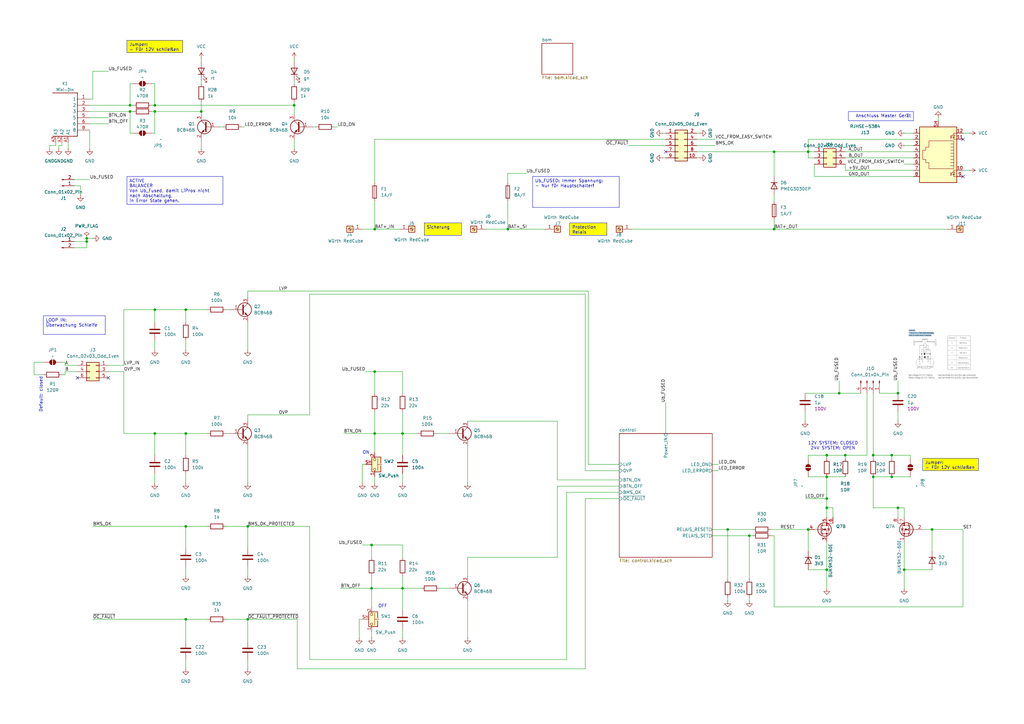
<source format=kicad_sch>
(kicad_sch
	(version 20231120)
	(generator "eeschema")
	(generator_version "8.0")
	(uuid "c138cc6a-756d-4318-83c4-a5413b81ee5f")
	(paper "A3")
	(lib_symbols
		(symbol "Connector:Conn_01x02_Pin"
			(pin_names
				(offset 1.016) hide)
			(exclude_from_sim no)
			(in_bom yes)
			(on_board yes)
			(property "Reference" "J"
				(at 0 2.54 0)
				(effects
					(font
						(size 1.27 1.27)
					)
				)
			)
			(property "Value" "Conn_01x02_Pin"
				(at 0 -5.08 0)
				(effects
					(font
						(size 1.27 1.27)
					)
				)
			)
			(property "Footprint" ""
				(at 0 0 0)
				(effects
					(font
						(size 1.27 1.27)
					)
					(hide yes)
				)
			)
			(property "Datasheet" "~"
				(at 0 0 0)
				(effects
					(font
						(size 1.27 1.27)
					)
					(hide yes)
				)
			)
			(property "Description" "Generic connector, single row, 01x02, script generated"
				(at 0 0 0)
				(effects
					(font
						(size 1.27 1.27)
					)
					(hide yes)
				)
			)
			(property "ki_locked" ""
				(at 0 0 0)
				(effects
					(font
						(size 1.27 1.27)
					)
				)
			)
			(property "ki_keywords" "connector"
				(at 0 0 0)
				(effects
					(font
						(size 1.27 1.27)
					)
					(hide yes)
				)
			)
			(property "ki_fp_filters" "Connector*:*_1x??_*"
				(at 0 0 0)
				(effects
					(font
						(size 1.27 1.27)
					)
					(hide yes)
				)
			)
			(symbol "Conn_01x02_Pin_1_1"
				(polyline
					(pts
						(xy 1.27 -2.54) (xy 0.8636 -2.54)
					)
					(stroke
						(width 0.1524)
						(type default)
					)
					(fill
						(type none)
					)
				)
				(polyline
					(pts
						(xy 1.27 0) (xy 0.8636 0)
					)
					(stroke
						(width 0.1524)
						(type default)
					)
					(fill
						(type none)
					)
				)
				(rectangle
					(start 0.8636 -2.413)
					(end 0 -2.667)
					(stroke
						(width 0.1524)
						(type default)
					)
					(fill
						(type outline)
					)
				)
				(rectangle
					(start 0.8636 0.127)
					(end 0 -0.127)
					(stroke
						(width 0.1524)
						(type default)
					)
					(fill
						(type outline)
					)
				)
				(pin passive line
					(at 5.08 0 180)
					(length 3.81)
					(name "Pin_1"
						(effects
							(font
								(size 1.27 1.27)
							)
						)
					)
					(number "1"
						(effects
							(font
								(size 1.27 1.27)
							)
						)
					)
				)
				(pin passive line
					(at 5.08 -2.54 180)
					(length 3.81)
					(name "Pin_2"
						(effects
							(font
								(size 1.27 1.27)
							)
						)
					)
					(number "2"
						(effects
							(font
								(size 1.27 1.27)
							)
						)
					)
				)
			)
		)
		(symbol "Connector:Conn_01x04_Pin"
			(pin_names
				(offset 1.016) hide)
			(exclude_from_sim no)
			(in_bom yes)
			(on_board yes)
			(property "Reference" "J"
				(at 0 5.08 0)
				(effects
					(font
						(size 1.27 1.27)
					)
				)
			)
			(property "Value" "Conn_01x04_Pin"
				(at 0 -7.62 0)
				(effects
					(font
						(size 1.27 1.27)
					)
				)
			)
			(property "Footprint" ""
				(at 0 0 0)
				(effects
					(font
						(size 1.27 1.27)
					)
					(hide yes)
				)
			)
			(property "Datasheet" "~"
				(at 0 0 0)
				(effects
					(font
						(size 1.27 1.27)
					)
					(hide yes)
				)
			)
			(property "Description" "Generic connector, single row, 01x04, script generated"
				(at 0 0 0)
				(effects
					(font
						(size 1.27 1.27)
					)
					(hide yes)
				)
			)
			(property "ki_locked" ""
				(at 0 0 0)
				(effects
					(font
						(size 1.27 1.27)
					)
				)
			)
			(property "ki_keywords" "connector"
				(at 0 0 0)
				(effects
					(font
						(size 1.27 1.27)
					)
					(hide yes)
				)
			)
			(property "ki_fp_filters" "Connector*:*_1x??_*"
				(at 0 0 0)
				(effects
					(font
						(size 1.27 1.27)
					)
					(hide yes)
				)
			)
			(symbol "Conn_01x04_Pin_1_1"
				(polyline
					(pts
						(xy 1.27 -5.08) (xy 0.8636 -5.08)
					)
					(stroke
						(width 0.1524)
						(type default)
					)
					(fill
						(type none)
					)
				)
				(polyline
					(pts
						(xy 1.27 -2.54) (xy 0.8636 -2.54)
					)
					(stroke
						(width 0.1524)
						(type default)
					)
					(fill
						(type none)
					)
				)
				(polyline
					(pts
						(xy 1.27 0) (xy 0.8636 0)
					)
					(stroke
						(width 0.1524)
						(type default)
					)
					(fill
						(type none)
					)
				)
				(polyline
					(pts
						(xy 1.27 2.54) (xy 0.8636 2.54)
					)
					(stroke
						(width 0.1524)
						(type default)
					)
					(fill
						(type none)
					)
				)
				(rectangle
					(start 0.8636 -4.953)
					(end 0 -5.207)
					(stroke
						(width 0.1524)
						(type default)
					)
					(fill
						(type outline)
					)
				)
				(rectangle
					(start 0.8636 -2.413)
					(end 0 -2.667)
					(stroke
						(width 0.1524)
						(type default)
					)
					(fill
						(type outline)
					)
				)
				(rectangle
					(start 0.8636 0.127)
					(end 0 -0.127)
					(stroke
						(width 0.1524)
						(type default)
					)
					(fill
						(type outline)
					)
				)
				(rectangle
					(start 0.8636 2.667)
					(end 0 2.413)
					(stroke
						(width 0.1524)
						(type default)
					)
					(fill
						(type outline)
					)
				)
				(pin passive line
					(at 5.08 2.54 180)
					(length 3.81)
					(name "Pin_1"
						(effects
							(font
								(size 1.27 1.27)
							)
						)
					)
					(number "1"
						(effects
							(font
								(size 1.27 1.27)
							)
						)
					)
				)
				(pin passive line
					(at 5.08 0 180)
					(length 3.81)
					(name "Pin_2"
						(effects
							(font
								(size 1.27 1.27)
							)
						)
					)
					(number "2"
						(effects
							(font
								(size 1.27 1.27)
							)
						)
					)
				)
				(pin passive line
					(at 5.08 -2.54 180)
					(length 3.81)
					(name "Pin_3"
						(effects
							(font
								(size 1.27 1.27)
							)
						)
					)
					(number "3"
						(effects
							(font
								(size 1.27 1.27)
							)
						)
					)
				)
				(pin passive line
					(at 5.08 -5.08 180)
					(length 3.81)
					(name "Pin_4"
						(effects
							(font
								(size 1.27 1.27)
							)
						)
					)
					(number "4"
						(effects
							(font
								(size 1.27 1.27)
							)
						)
					)
				)
			)
		)
		(symbol "Connector:RJ45_LED_Shielded"
			(pin_names
				(offset 1.016)
			)
			(exclude_from_sim no)
			(in_bom yes)
			(on_board yes)
			(property "Reference" "J"
				(at -5.08 13.97 0)
				(effects
					(font
						(size 1.27 1.27)
					)
					(justify right)
				)
			)
			(property "Value" "RJ45_LED_Shielded"
				(at 1.27 13.97 0)
				(effects
					(font
						(size 1.27 1.27)
					)
					(justify left)
				)
			)
			(property "Footprint" ""
				(at 0 0.635 90)
				(effects
					(font
						(size 1.27 1.27)
					)
					(hide yes)
				)
			)
			(property "Datasheet" "~"
				(at 0 0.635 90)
				(effects
					(font
						(size 1.27 1.27)
					)
					(hide yes)
				)
			)
			(property "Description" "RJ connector, 8P8C (8 positions 8 connected), two LEDs, Shielded"
				(at 0 0 0)
				(effects
					(font
						(size 1.27 1.27)
					)
					(hide yes)
				)
			)
			(property "ki_keywords" "8P8C RJ socket jack connector led"
				(at 0 0 0)
				(effects
					(font
						(size 1.27 1.27)
					)
					(hide yes)
				)
			)
			(property "ki_fp_filters" "8P8C* RJ45*"
				(at 0 0 0)
				(effects
					(font
						(size 1.27 1.27)
					)
					(hide yes)
				)
			)
			(symbol "RJ45_LED_Shielded_0_1"
				(polyline
					(pts
						(xy -7.62 -7.62) (xy -6.35 -7.62)
					)
					(stroke
						(width 0)
						(type default)
					)
					(fill
						(type none)
					)
				)
				(polyline
					(pts
						(xy -7.62 -5.08) (xy -6.35 -5.08)
					)
					(stroke
						(width 0)
						(type default)
					)
					(fill
						(type none)
					)
				)
				(polyline
					(pts
						(xy -7.62 7.62) (xy -6.35 7.62)
					)
					(stroke
						(width 0)
						(type default)
					)
					(fill
						(type none)
					)
				)
				(polyline
					(pts
						(xy -7.62 10.16) (xy -6.35 10.16)
					)
					(stroke
						(width 0)
						(type default)
					)
					(fill
						(type none)
					)
				)
				(polyline
					(pts
						(xy -6.858 -5.842) (xy -5.842 -5.842)
					)
					(stroke
						(width 0)
						(type default)
					)
					(fill
						(type none)
					)
				)
				(polyline
					(pts
						(xy -6.858 9.398) (xy -5.842 9.398)
					)
					(stroke
						(width 0)
						(type default)
					)
					(fill
						(type none)
					)
				)
				(polyline
					(pts
						(xy -6.35 -7.62) (xy -6.35 -6.858)
					)
					(stroke
						(width 0)
						(type default)
					)
					(fill
						(type none)
					)
				)
				(polyline
					(pts
						(xy -6.35 -5.08) (xy -6.35 -5.842)
					)
					(stroke
						(width 0)
						(type default)
					)
					(fill
						(type none)
					)
				)
				(polyline
					(pts
						(xy -6.35 7.62) (xy -6.35 8.382)
					)
					(stroke
						(width 0)
						(type default)
					)
					(fill
						(type none)
					)
				)
				(polyline
					(pts
						(xy -6.35 10.16) (xy -6.35 9.398)
					)
					(stroke
						(width 0)
						(type default)
					)
					(fill
						(type none)
					)
				)
				(polyline
					(pts
						(xy -5.08 -6.223) (xy -5.207 -6.604)
					)
					(stroke
						(width 0)
						(type default)
					)
					(fill
						(type none)
					)
				)
				(polyline
					(pts
						(xy -5.08 -5.588) (xy -5.207 -5.969)
					)
					(stroke
						(width 0)
						(type default)
					)
					(fill
						(type none)
					)
				)
				(polyline
					(pts
						(xy -5.08 4.445) (xy -6.35 4.445)
					)
					(stroke
						(width 0)
						(type default)
					)
					(fill
						(type none)
					)
				)
				(polyline
					(pts
						(xy -5.08 5.715) (xy -6.35 5.715)
					)
					(stroke
						(width 0)
						(type default)
					)
					(fill
						(type none)
					)
				)
				(polyline
					(pts
						(xy -5.08 9.017) (xy -5.207 8.636)
					)
					(stroke
						(width 0)
						(type default)
					)
					(fill
						(type none)
					)
				)
				(polyline
					(pts
						(xy -5.08 9.652) (xy -5.207 9.271)
					)
					(stroke
						(width 0)
						(type default)
					)
					(fill
						(type none)
					)
				)
				(polyline
					(pts
						(xy -6.35 -3.175) (xy -5.08 -3.175) (xy -5.08 -3.175)
					)
					(stroke
						(width 0)
						(type default)
					)
					(fill
						(type none)
					)
				)
				(polyline
					(pts
						(xy -6.35 -1.905) (xy -5.08 -1.905) (xy -5.08 -1.905)
					)
					(stroke
						(width 0)
						(type default)
					)
					(fill
						(type none)
					)
				)
				(polyline
					(pts
						(xy -6.35 -0.635) (xy -5.08 -0.635) (xy -5.08 -0.635)
					)
					(stroke
						(width 0)
						(type default)
					)
					(fill
						(type none)
					)
				)
				(polyline
					(pts
						(xy -6.35 0.635) (xy -5.08 0.635) (xy -5.08 0.635)
					)
					(stroke
						(width 0)
						(type default)
					)
					(fill
						(type none)
					)
				)
				(polyline
					(pts
						(xy -6.35 1.905) (xy -5.08 1.905) (xy -5.08 1.905)
					)
					(stroke
						(width 0)
						(type default)
					)
					(fill
						(type none)
					)
				)
				(polyline
					(pts
						(xy -5.588 -6.731) (xy -5.08 -6.223) (xy -5.461 -6.35)
					)
					(stroke
						(width 0)
						(type default)
					)
					(fill
						(type none)
					)
				)
				(polyline
					(pts
						(xy -5.588 -6.096) (xy -5.08 -5.588) (xy -5.461 -5.715)
					)
					(stroke
						(width 0)
						(type default)
					)
					(fill
						(type none)
					)
				)
				(polyline
					(pts
						(xy -5.588 8.509) (xy -5.08 9.017) (xy -5.461 8.89)
					)
					(stroke
						(width 0)
						(type default)
					)
					(fill
						(type none)
					)
				)
				(polyline
					(pts
						(xy -5.588 9.144) (xy -5.08 9.652) (xy -5.461 9.525)
					)
					(stroke
						(width 0)
						(type default)
					)
					(fill
						(type none)
					)
				)
				(polyline
					(pts
						(xy -5.08 3.175) (xy -6.35 3.175) (xy -6.35 3.175)
					)
					(stroke
						(width 0)
						(type default)
					)
					(fill
						(type none)
					)
				)
				(polyline
					(pts
						(xy -6.35 -5.842) (xy -6.858 -6.858) (xy -5.842 -6.858) (xy -6.35 -5.842)
					)
					(stroke
						(width 0)
						(type default)
					)
					(fill
						(type none)
					)
				)
				(polyline
					(pts
						(xy -6.35 9.398) (xy -6.858 8.382) (xy -5.842 8.382) (xy -6.35 9.398)
					)
					(stroke
						(width 0)
						(type default)
					)
					(fill
						(type none)
					)
				)
				(polyline
					(pts
						(xy -6.35 -4.445) (xy -6.35 6.985) (xy 3.81 6.985) (xy 3.81 4.445) (xy 5.08 4.445) (xy 5.08 3.175)
						(xy 6.35 3.175) (xy 6.35 -0.635) (xy 5.08 -0.635) (xy 5.08 -1.905) (xy 3.81 -1.905) (xy 3.81 -4.445)
						(xy -6.35 -4.445) (xy -6.35 -4.445)
					)
					(stroke
						(width 0)
						(type default)
					)
					(fill
						(type none)
					)
				)
				(rectangle
					(start 7.62 12.7)
					(end -7.62 -10.16)
					(stroke
						(width 0.254)
						(type default)
					)
					(fill
						(type background)
					)
				)
			)
			(symbol "RJ45_LED_Shielded_1_1"
				(pin passive line
					(at 10.16 -7.62 180)
					(length 2.54)
					(name "~"
						(effects
							(font
								(size 1.27 1.27)
							)
						)
					)
					(number "1"
						(effects
							(font
								(size 1.27 1.27)
							)
						)
					)
				)
				(pin passive line
					(at -10.16 7.62 0)
					(length 2.54)
					(name "~"
						(effects
							(font
								(size 1.27 1.27)
							)
						)
					)
					(number "10"
						(effects
							(font
								(size 1.27 1.27)
							)
						)
					)
				)
				(pin passive line
					(at -10.16 -5.08 0)
					(length 2.54)
					(name "~"
						(effects
							(font
								(size 1.27 1.27)
							)
						)
					)
					(number "11"
						(effects
							(font
								(size 1.27 1.27)
							)
						)
					)
				)
				(pin passive line
					(at -10.16 -7.62 0)
					(length 2.54)
					(name "~"
						(effects
							(font
								(size 1.27 1.27)
							)
						)
					)
					(number "12"
						(effects
							(font
								(size 1.27 1.27)
							)
						)
					)
				)
				(pin passive line
					(at 10.16 -5.08 180)
					(length 2.54)
					(name "~"
						(effects
							(font
								(size 1.27 1.27)
							)
						)
					)
					(number "2"
						(effects
							(font
								(size 1.27 1.27)
							)
						)
					)
				)
				(pin passive line
					(at 10.16 -2.54 180)
					(length 2.54)
					(name "~"
						(effects
							(font
								(size 1.27 1.27)
							)
						)
					)
					(number "3"
						(effects
							(font
								(size 1.27 1.27)
							)
						)
					)
				)
				(pin passive line
					(at 10.16 0 180)
					(length 2.54)
					(name "~"
						(effects
							(font
								(size 1.27 1.27)
							)
						)
					)
					(number "4"
						(effects
							(font
								(size 1.27 1.27)
							)
						)
					)
				)
				(pin passive line
					(at 10.16 2.54 180)
					(length 2.54)
					(name "~"
						(effects
							(font
								(size 1.27 1.27)
							)
						)
					)
					(number "5"
						(effects
							(font
								(size 1.27 1.27)
							)
						)
					)
				)
				(pin passive line
					(at 10.16 5.08 180)
					(length 2.54)
					(name "~"
						(effects
							(font
								(size 1.27 1.27)
							)
						)
					)
					(number "6"
						(effects
							(font
								(size 1.27 1.27)
							)
						)
					)
				)
				(pin passive line
					(at 10.16 7.62 180)
					(length 2.54)
					(name "~"
						(effects
							(font
								(size 1.27 1.27)
							)
						)
					)
					(number "7"
						(effects
							(font
								(size 1.27 1.27)
							)
						)
					)
				)
				(pin passive line
					(at 10.16 10.16 180)
					(length 2.54)
					(name "~"
						(effects
							(font
								(size 1.27 1.27)
							)
						)
					)
					(number "8"
						(effects
							(font
								(size 1.27 1.27)
							)
						)
					)
				)
				(pin passive line
					(at -10.16 10.16 0)
					(length 2.54)
					(name "~"
						(effects
							(font
								(size 1.27 1.27)
							)
						)
					)
					(number "9"
						(effects
							(font
								(size 1.27 1.27)
							)
						)
					)
				)
				(pin passive line
					(at 0 -12.7 90)
					(length 2.54)
					(name "~"
						(effects
							(font
								(size 1.27 1.27)
							)
						)
					)
					(number "SH"
						(effects
							(font
								(size 1.27 1.27)
							)
						)
					)
				)
			)
		)
		(symbol "Connector:Screw_Terminal_01x01"
			(pin_names
				(offset 1.016) hide)
			(exclude_from_sim no)
			(in_bom yes)
			(on_board yes)
			(property "Reference" "J"
				(at 0 2.54 0)
				(effects
					(font
						(size 1.27 1.27)
					)
				)
			)
			(property "Value" "Screw_Terminal_01x01"
				(at 0 -2.54 0)
				(effects
					(font
						(size 1.27 1.27)
					)
				)
			)
			(property "Footprint" ""
				(at 0 0 0)
				(effects
					(font
						(size 1.27 1.27)
					)
					(hide yes)
				)
			)
			(property "Datasheet" "~"
				(at 0 0 0)
				(effects
					(font
						(size 1.27 1.27)
					)
					(hide yes)
				)
			)
			(property "Description" "Generic screw terminal, single row, 01x01, script generated (kicad-library-utils/schlib/autogen/connector/)"
				(at 0 0 0)
				(effects
					(font
						(size 1.27 1.27)
					)
					(hide yes)
				)
			)
			(property "ki_keywords" "screw terminal"
				(at 0 0 0)
				(effects
					(font
						(size 1.27 1.27)
					)
					(hide yes)
				)
			)
			(property "ki_fp_filters" "TerminalBlock*:*"
				(at 0 0 0)
				(effects
					(font
						(size 1.27 1.27)
					)
					(hide yes)
				)
			)
			(symbol "Screw_Terminal_01x01_1_1"
				(rectangle
					(start -1.27 1.27)
					(end 1.27 -1.27)
					(stroke
						(width 0.254)
						(type default)
					)
					(fill
						(type background)
					)
				)
				(polyline
					(pts
						(xy -0.5334 0.3302) (xy 0.3302 -0.508)
					)
					(stroke
						(width 0.1524)
						(type default)
					)
					(fill
						(type none)
					)
				)
				(polyline
					(pts
						(xy -0.3556 0.508) (xy 0.508 -0.3302)
					)
					(stroke
						(width 0.1524)
						(type default)
					)
					(fill
						(type none)
					)
				)
				(circle
					(center 0 0)
					(radius 0.635)
					(stroke
						(width 0.1524)
						(type default)
					)
					(fill
						(type none)
					)
				)
				(pin passive line
					(at -5.08 0 0)
					(length 3.81)
					(name "Pin_1"
						(effects
							(font
								(size 1.27 1.27)
							)
						)
					)
					(number "1"
						(effects
							(font
								(size 1.27 1.27)
							)
						)
					)
				)
			)
		)
		(symbol "Connector_Generic:Conn_02x03_Odd_Even"
			(pin_names
				(offset 1.016) hide)
			(exclude_from_sim no)
			(in_bom yes)
			(on_board yes)
			(property "Reference" "J"
				(at 1.27 5.08 0)
				(effects
					(font
						(size 1.27 1.27)
					)
				)
			)
			(property "Value" "Conn_02x03_Odd_Even"
				(at 1.27 -5.08 0)
				(effects
					(font
						(size 1.27 1.27)
					)
				)
			)
			(property "Footprint" ""
				(at 0 0 0)
				(effects
					(font
						(size 1.27 1.27)
					)
					(hide yes)
				)
			)
			(property "Datasheet" "~"
				(at 0 0 0)
				(effects
					(font
						(size 1.27 1.27)
					)
					(hide yes)
				)
			)
			(property "Description" "Generic connector, double row, 02x03, odd/even pin numbering scheme (row 1 odd numbers, row 2 even numbers), script generated (kicad-library-utils/schlib/autogen/connector/)"
				(at 0 0 0)
				(effects
					(font
						(size 1.27 1.27)
					)
					(hide yes)
				)
			)
			(property "ki_keywords" "connector"
				(at 0 0 0)
				(effects
					(font
						(size 1.27 1.27)
					)
					(hide yes)
				)
			)
			(property "ki_fp_filters" "Connector*:*_2x??_*"
				(at 0 0 0)
				(effects
					(font
						(size 1.27 1.27)
					)
					(hide yes)
				)
			)
			(symbol "Conn_02x03_Odd_Even_1_1"
				(rectangle
					(start -1.27 -2.413)
					(end 0 -2.667)
					(stroke
						(width 0.1524)
						(type default)
					)
					(fill
						(type none)
					)
				)
				(rectangle
					(start -1.27 0.127)
					(end 0 -0.127)
					(stroke
						(width 0.1524)
						(type default)
					)
					(fill
						(type none)
					)
				)
				(rectangle
					(start -1.27 2.667)
					(end 0 2.413)
					(stroke
						(width 0.1524)
						(type default)
					)
					(fill
						(type none)
					)
				)
				(rectangle
					(start -1.27 3.81)
					(end 3.81 -3.81)
					(stroke
						(width 0.254)
						(type default)
					)
					(fill
						(type background)
					)
				)
				(rectangle
					(start 3.81 -2.413)
					(end 2.54 -2.667)
					(stroke
						(width 0.1524)
						(type default)
					)
					(fill
						(type none)
					)
				)
				(rectangle
					(start 3.81 0.127)
					(end 2.54 -0.127)
					(stroke
						(width 0.1524)
						(type default)
					)
					(fill
						(type none)
					)
				)
				(rectangle
					(start 3.81 2.667)
					(end 2.54 2.413)
					(stroke
						(width 0.1524)
						(type default)
					)
					(fill
						(type none)
					)
				)
				(pin passive line
					(at -5.08 2.54 0)
					(length 3.81)
					(name "Pin_1"
						(effects
							(font
								(size 1.27 1.27)
							)
						)
					)
					(number "1"
						(effects
							(font
								(size 1.27 1.27)
							)
						)
					)
				)
				(pin passive line
					(at 7.62 2.54 180)
					(length 3.81)
					(name "Pin_2"
						(effects
							(font
								(size 1.27 1.27)
							)
						)
					)
					(number "2"
						(effects
							(font
								(size 1.27 1.27)
							)
						)
					)
				)
				(pin passive line
					(at -5.08 0 0)
					(length 3.81)
					(name "Pin_3"
						(effects
							(font
								(size 1.27 1.27)
							)
						)
					)
					(number "3"
						(effects
							(font
								(size 1.27 1.27)
							)
						)
					)
				)
				(pin passive line
					(at 7.62 0 180)
					(length 3.81)
					(name "Pin_4"
						(effects
							(font
								(size 1.27 1.27)
							)
						)
					)
					(number "4"
						(effects
							(font
								(size 1.27 1.27)
							)
						)
					)
				)
				(pin passive line
					(at -5.08 -2.54 0)
					(length 3.81)
					(name "Pin_5"
						(effects
							(font
								(size 1.27 1.27)
							)
						)
					)
					(number "5"
						(effects
							(font
								(size 1.27 1.27)
							)
						)
					)
				)
				(pin passive line
					(at 7.62 -2.54 180)
					(length 3.81)
					(name "Pin_6"
						(effects
							(font
								(size 1.27 1.27)
							)
						)
					)
					(number "6"
						(effects
							(font
								(size 1.27 1.27)
							)
						)
					)
				)
			)
		)
		(symbol "Connector_Generic:Conn_02x05_Odd_Even"
			(pin_names
				(offset 1.016) hide)
			(exclude_from_sim no)
			(in_bom yes)
			(on_board yes)
			(property "Reference" "J"
				(at 1.27 7.62 0)
				(effects
					(font
						(size 1.27 1.27)
					)
				)
			)
			(property "Value" "Conn_02x05_Odd_Even"
				(at 1.27 -7.62 0)
				(effects
					(font
						(size 1.27 1.27)
					)
				)
			)
			(property "Footprint" ""
				(at 0 0 0)
				(effects
					(font
						(size 1.27 1.27)
					)
					(hide yes)
				)
			)
			(property "Datasheet" "~"
				(at 0 0 0)
				(effects
					(font
						(size 1.27 1.27)
					)
					(hide yes)
				)
			)
			(property "Description" "Generic connector, double row, 02x05, odd/even pin numbering scheme (row 1 odd numbers, row 2 even numbers), script generated (kicad-library-utils/schlib/autogen/connector/)"
				(at 0 0 0)
				(effects
					(font
						(size 1.27 1.27)
					)
					(hide yes)
				)
			)
			(property "ki_keywords" "connector"
				(at 0 0 0)
				(effects
					(font
						(size 1.27 1.27)
					)
					(hide yes)
				)
			)
			(property "ki_fp_filters" "Connector*:*_2x??_*"
				(at 0 0 0)
				(effects
					(font
						(size 1.27 1.27)
					)
					(hide yes)
				)
			)
			(symbol "Conn_02x05_Odd_Even_1_1"
				(rectangle
					(start -1.27 -4.953)
					(end 0 -5.207)
					(stroke
						(width 0.1524)
						(type default)
					)
					(fill
						(type none)
					)
				)
				(rectangle
					(start -1.27 -2.413)
					(end 0 -2.667)
					(stroke
						(width 0.1524)
						(type default)
					)
					(fill
						(type none)
					)
				)
				(rectangle
					(start -1.27 0.127)
					(end 0 -0.127)
					(stroke
						(width 0.1524)
						(type default)
					)
					(fill
						(type none)
					)
				)
				(rectangle
					(start -1.27 2.667)
					(end 0 2.413)
					(stroke
						(width 0.1524)
						(type default)
					)
					(fill
						(type none)
					)
				)
				(rectangle
					(start -1.27 5.207)
					(end 0 4.953)
					(stroke
						(width 0.1524)
						(type default)
					)
					(fill
						(type none)
					)
				)
				(rectangle
					(start -1.27 6.35)
					(end 3.81 -6.35)
					(stroke
						(width 0.254)
						(type default)
					)
					(fill
						(type background)
					)
				)
				(rectangle
					(start 3.81 -4.953)
					(end 2.54 -5.207)
					(stroke
						(width 0.1524)
						(type default)
					)
					(fill
						(type none)
					)
				)
				(rectangle
					(start 3.81 -2.413)
					(end 2.54 -2.667)
					(stroke
						(width 0.1524)
						(type default)
					)
					(fill
						(type none)
					)
				)
				(rectangle
					(start 3.81 0.127)
					(end 2.54 -0.127)
					(stroke
						(width 0.1524)
						(type default)
					)
					(fill
						(type none)
					)
				)
				(rectangle
					(start 3.81 2.667)
					(end 2.54 2.413)
					(stroke
						(width 0.1524)
						(type default)
					)
					(fill
						(type none)
					)
				)
				(rectangle
					(start 3.81 5.207)
					(end 2.54 4.953)
					(stroke
						(width 0.1524)
						(type default)
					)
					(fill
						(type none)
					)
				)
				(pin passive line
					(at -5.08 5.08 0)
					(length 3.81)
					(name "Pin_1"
						(effects
							(font
								(size 1.27 1.27)
							)
						)
					)
					(number "1"
						(effects
							(font
								(size 1.27 1.27)
							)
						)
					)
				)
				(pin passive line
					(at 7.62 -5.08 180)
					(length 3.81)
					(name "Pin_10"
						(effects
							(font
								(size 1.27 1.27)
							)
						)
					)
					(number "10"
						(effects
							(font
								(size 1.27 1.27)
							)
						)
					)
				)
				(pin passive line
					(at 7.62 5.08 180)
					(length 3.81)
					(name "Pin_2"
						(effects
							(font
								(size 1.27 1.27)
							)
						)
					)
					(number "2"
						(effects
							(font
								(size 1.27 1.27)
							)
						)
					)
				)
				(pin passive line
					(at -5.08 2.54 0)
					(length 3.81)
					(name "Pin_3"
						(effects
							(font
								(size 1.27 1.27)
							)
						)
					)
					(number "3"
						(effects
							(font
								(size 1.27 1.27)
							)
						)
					)
				)
				(pin passive line
					(at 7.62 2.54 180)
					(length 3.81)
					(name "Pin_4"
						(effects
							(font
								(size 1.27 1.27)
							)
						)
					)
					(number "4"
						(effects
							(font
								(size 1.27 1.27)
							)
						)
					)
				)
				(pin passive line
					(at -5.08 0 0)
					(length 3.81)
					(name "Pin_5"
						(effects
							(font
								(size 1.27 1.27)
							)
						)
					)
					(number "5"
						(effects
							(font
								(size 1.27 1.27)
							)
						)
					)
				)
				(pin passive line
					(at 7.62 0 180)
					(length 3.81)
					(name "Pin_6"
						(effects
							(font
								(size 1.27 1.27)
							)
						)
					)
					(number "6"
						(effects
							(font
								(size 1.27 1.27)
							)
						)
					)
				)
				(pin passive line
					(at -5.08 -2.54 0)
					(length 3.81)
					(name "Pin_7"
						(effects
							(font
								(size 1.27 1.27)
							)
						)
					)
					(number "7"
						(effects
							(font
								(size 1.27 1.27)
							)
						)
					)
				)
				(pin passive line
					(at 7.62 -2.54 180)
					(length 3.81)
					(name "Pin_8"
						(effects
							(font
								(size 1.27 1.27)
							)
						)
					)
					(number "8"
						(effects
							(font
								(size 1.27 1.27)
							)
						)
					)
				)
				(pin passive line
					(at -5.08 -5.08 0)
					(length 3.81)
					(name "Pin_9"
						(effects
							(font
								(size 1.27 1.27)
							)
						)
					)
					(number "9"
						(effects
							(font
								(size 1.27 1.27)
							)
						)
					)
				)
			)
		)
		(symbol "Device:C"
			(pin_numbers hide)
			(pin_names
				(offset 0.254)
			)
			(exclude_from_sim no)
			(in_bom yes)
			(on_board yes)
			(property "Reference" "C"
				(at 0.635 2.54 0)
				(effects
					(font
						(size 1.27 1.27)
					)
					(justify left)
				)
			)
			(property "Value" "C"
				(at 0.635 -2.54 0)
				(effects
					(font
						(size 1.27 1.27)
					)
					(justify left)
				)
			)
			(property "Footprint" ""
				(at 0.9652 -3.81 0)
				(effects
					(font
						(size 1.27 1.27)
					)
					(hide yes)
				)
			)
			(property "Datasheet" "~"
				(at 0 0 0)
				(effects
					(font
						(size 1.27 1.27)
					)
					(hide yes)
				)
			)
			(property "Description" "Unpolarized capacitor"
				(at 0 0 0)
				(effects
					(font
						(size 1.27 1.27)
					)
					(hide yes)
				)
			)
			(property "ki_keywords" "cap capacitor"
				(at 0 0 0)
				(effects
					(font
						(size 1.27 1.27)
					)
					(hide yes)
				)
			)
			(property "ki_fp_filters" "C_*"
				(at 0 0 0)
				(effects
					(font
						(size 1.27 1.27)
					)
					(hide yes)
				)
			)
			(symbol "C_0_1"
				(polyline
					(pts
						(xy -2.032 -0.762) (xy 2.032 -0.762)
					)
					(stroke
						(width 0.508)
						(type default)
					)
					(fill
						(type none)
					)
				)
				(polyline
					(pts
						(xy -2.032 0.762) (xy 2.032 0.762)
					)
					(stroke
						(width 0.508)
						(type default)
					)
					(fill
						(type none)
					)
				)
			)
			(symbol "C_1_1"
				(pin passive line
					(at 0 3.81 270)
					(length 2.794)
					(name "~"
						(effects
							(font
								(size 1.27 1.27)
							)
						)
					)
					(number "1"
						(effects
							(font
								(size 1.27 1.27)
							)
						)
					)
				)
				(pin passive line
					(at 0 -3.81 90)
					(length 2.794)
					(name "~"
						(effects
							(font
								(size 1.27 1.27)
							)
						)
					)
					(number "2"
						(effects
							(font
								(size 1.27 1.27)
							)
						)
					)
				)
			)
		)
		(symbol "Device:D"
			(pin_numbers hide)
			(pin_names
				(offset 1.016) hide)
			(exclude_from_sim no)
			(in_bom yes)
			(on_board yes)
			(property "Reference" "D"
				(at 0 2.54 0)
				(effects
					(font
						(size 1.27 1.27)
					)
				)
			)
			(property "Value" "D"
				(at 0 -2.54 0)
				(effects
					(font
						(size 1.27 1.27)
					)
				)
			)
			(property "Footprint" ""
				(at 0 0 0)
				(effects
					(font
						(size 1.27 1.27)
					)
					(hide yes)
				)
			)
			(property "Datasheet" "~"
				(at 0 0 0)
				(effects
					(font
						(size 1.27 1.27)
					)
					(hide yes)
				)
			)
			(property "Description" "Diode"
				(at 0 0 0)
				(effects
					(font
						(size 1.27 1.27)
					)
					(hide yes)
				)
			)
			(property "Sim.Device" "D"
				(at 0 0 0)
				(effects
					(font
						(size 1.27 1.27)
					)
					(hide yes)
				)
			)
			(property "Sim.Pins" "1=K 2=A"
				(at 0 0 0)
				(effects
					(font
						(size 1.27 1.27)
					)
					(hide yes)
				)
			)
			(property "ki_keywords" "diode"
				(at 0 0 0)
				(effects
					(font
						(size 1.27 1.27)
					)
					(hide yes)
				)
			)
			(property "ki_fp_filters" "TO-???* *_Diode_* *SingleDiode* D_*"
				(at 0 0 0)
				(effects
					(font
						(size 1.27 1.27)
					)
					(hide yes)
				)
			)
			(symbol "D_0_1"
				(polyline
					(pts
						(xy -1.27 1.27) (xy -1.27 -1.27)
					)
					(stroke
						(width 0.254)
						(type default)
					)
					(fill
						(type none)
					)
				)
				(polyline
					(pts
						(xy 1.27 0) (xy -1.27 0)
					)
					(stroke
						(width 0)
						(type default)
					)
					(fill
						(type none)
					)
				)
				(polyline
					(pts
						(xy 1.27 1.27) (xy 1.27 -1.27) (xy -1.27 0) (xy 1.27 1.27)
					)
					(stroke
						(width 0.254)
						(type default)
					)
					(fill
						(type none)
					)
				)
			)
			(symbol "D_1_1"
				(pin passive line
					(at -3.81 0 0)
					(length 2.54)
					(name "K"
						(effects
							(font
								(size 1.27 1.27)
							)
						)
					)
					(number "1"
						(effects
							(font
								(size 1.27 1.27)
							)
						)
					)
				)
				(pin passive line
					(at 3.81 0 180)
					(length 2.54)
					(name "A"
						(effects
							(font
								(size 1.27 1.27)
							)
						)
					)
					(number "2"
						(effects
							(font
								(size 1.27 1.27)
							)
						)
					)
				)
			)
		)
		(symbol "Device:D_Zener"
			(pin_numbers hide)
			(pin_names
				(offset 1.016) hide)
			(exclude_from_sim no)
			(in_bom yes)
			(on_board yes)
			(property "Reference" "D"
				(at 0 2.54 0)
				(effects
					(font
						(size 1.27 1.27)
					)
				)
			)
			(property "Value" "D_Zener"
				(at 0 -2.54 0)
				(effects
					(font
						(size 1.27 1.27)
					)
				)
			)
			(property "Footprint" ""
				(at 0 0 0)
				(effects
					(font
						(size 1.27 1.27)
					)
					(hide yes)
				)
			)
			(property "Datasheet" "~"
				(at 0 0 0)
				(effects
					(font
						(size 1.27 1.27)
					)
					(hide yes)
				)
			)
			(property "Description" "Zener diode"
				(at 0 0 0)
				(effects
					(font
						(size 1.27 1.27)
					)
					(hide yes)
				)
			)
			(property "ki_keywords" "diode"
				(at 0 0 0)
				(effects
					(font
						(size 1.27 1.27)
					)
					(hide yes)
				)
			)
			(property "ki_fp_filters" "TO-???* *_Diode_* *SingleDiode* D_*"
				(at 0 0 0)
				(effects
					(font
						(size 1.27 1.27)
					)
					(hide yes)
				)
			)
			(symbol "D_Zener_0_1"
				(polyline
					(pts
						(xy 1.27 0) (xy -1.27 0)
					)
					(stroke
						(width 0)
						(type default)
					)
					(fill
						(type none)
					)
				)
				(polyline
					(pts
						(xy -1.27 -1.27) (xy -1.27 1.27) (xy -0.762 1.27)
					)
					(stroke
						(width 0.254)
						(type default)
					)
					(fill
						(type none)
					)
				)
				(polyline
					(pts
						(xy 1.27 -1.27) (xy 1.27 1.27) (xy -1.27 0) (xy 1.27 -1.27)
					)
					(stroke
						(width 0.254)
						(type default)
					)
					(fill
						(type none)
					)
				)
			)
			(symbol "D_Zener_1_1"
				(pin passive line
					(at -3.81 0 0)
					(length 2.54)
					(name "K"
						(effects
							(font
								(size 1.27 1.27)
							)
						)
					)
					(number "1"
						(effects
							(font
								(size 1.27 1.27)
							)
						)
					)
				)
				(pin passive line
					(at 3.81 0 180)
					(length 2.54)
					(name "A"
						(effects
							(font
								(size 1.27 1.27)
							)
						)
					)
					(number "2"
						(effects
							(font
								(size 1.27 1.27)
							)
						)
					)
				)
			)
		)
		(symbol "Device:Fuse"
			(pin_numbers hide)
			(pin_names
				(offset 0)
			)
			(exclude_from_sim no)
			(in_bom yes)
			(on_board yes)
			(property "Reference" "F"
				(at 2.032 0 90)
				(effects
					(font
						(size 1.27 1.27)
					)
				)
			)
			(property "Value" "Fuse"
				(at -1.905 0 90)
				(effects
					(font
						(size 1.27 1.27)
					)
				)
			)
			(property "Footprint" ""
				(at -1.778 0 90)
				(effects
					(font
						(size 1.27 1.27)
					)
					(hide yes)
				)
			)
			(property "Datasheet" "~"
				(at 0 0 0)
				(effects
					(font
						(size 1.27 1.27)
					)
					(hide yes)
				)
			)
			(property "Description" "Fuse"
				(at 0 0 0)
				(effects
					(font
						(size 1.27 1.27)
					)
					(hide yes)
				)
			)
			(property "ki_keywords" "fuse"
				(at 0 0 0)
				(effects
					(font
						(size 1.27 1.27)
					)
					(hide yes)
				)
			)
			(property "ki_fp_filters" "*Fuse*"
				(at 0 0 0)
				(effects
					(font
						(size 1.27 1.27)
					)
					(hide yes)
				)
			)
			(symbol "Fuse_0_1"
				(rectangle
					(start -0.762 -2.54)
					(end 0.762 2.54)
					(stroke
						(width 0.254)
						(type default)
					)
					(fill
						(type none)
					)
				)
				(polyline
					(pts
						(xy 0 2.54) (xy 0 -2.54)
					)
					(stroke
						(width 0)
						(type default)
					)
					(fill
						(type none)
					)
				)
			)
			(symbol "Fuse_1_1"
				(pin passive line
					(at 0 3.81 270)
					(length 1.27)
					(name "~"
						(effects
							(font
								(size 1.27 1.27)
							)
						)
					)
					(number "1"
						(effects
							(font
								(size 1.27 1.27)
							)
						)
					)
				)
				(pin passive line
					(at 0 -3.81 90)
					(length 1.27)
					(name "~"
						(effects
							(font
								(size 1.27 1.27)
							)
						)
					)
					(number "2"
						(effects
							(font
								(size 1.27 1.27)
							)
						)
					)
				)
			)
		)
		(symbol "Device:LED"
			(pin_numbers hide)
			(pin_names
				(offset 1.016) hide)
			(exclude_from_sim no)
			(in_bom yes)
			(on_board yes)
			(property "Reference" "D"
				(at 0 2.54 0)
				(effects
					(font
						(size 1.27 1.27)
					)
				)
			)
			(property "Value" "LED"
				(at 0 -2.54 0)
				(effects
					(font
						(size 1.27 1.27)
					)
				)
			)
			(property "Footprint" ""
				(at 0 0 0)
				(effects
					(font
						(size 1.27 1.27)
					)
					(hide yes)
				)
			)
			(property "Datasheet" "~"
				(at 0 0 0)
				(effects
					(font
						(size 1.27 1.27)
					)
					(hide yes)
				)
			)
			(property "Description" "Light emitting diode"
				(at 0 0 0)
				(effects
					(font
						(size 1.27 1.27)
					)
					(hide yes)
				)
			)
			(property "ki_keywords" "LED diode"
				(at 0 0 0)
				(effects
					(font
						(size 1.27 1.27)
					)
					(hide yes)
				)
			)
			(property "ki_fp_filters" "LED* LED_SMD:* LED_THT:*"
				(at 0 0 0)
				(effects
					(font
						(size 1.27 1.27)
					)
					(hide yes)
				)
			)
			(symbol "LED_0_1"
				(polyline
					(pts
						(xy -1.27 -1.27) (xy -1.27 1.27)
					)
					(stroke
						(width 0.254)
						(type default)
					)
					(fill
						(type none)
					)
				)
				(polyline
					(pts
						(xy -1.27 0) (xy 1.27 0)
					)
					(stroke
						(width 0)
						(type default)
					)
					(fill
						(type none)
					)
				)
				(polyline
					(pts
						(xy 1.27 -1.27) (xy 1.27 1.27) (xy -1.27 0) (xy 1.27 -1.27)
					)
					(stroke
						(width 0.254)
						(type default)
					)
					(fill
						(type none)
					)
				)
				(polyline
					(pts
						(xy -3.048 -0.762) (xy -4.572 -2.286) (xy -3.81 -2.286) (xy -4.572 -2.286) (xy -4.572 -1.524)
					)
					(stroke
						(width 0)
						(type default)
					)
					(fill
						(type none)
					)
				)
				(polyline
					(pts
						(xy -1.778 -0.762) (xy -3.302 -2.286) (xy -2.54 -2.286) (xy -3.302 -2.286) (xy -3.302 -1.524)
					)
					(stroke
						(width 0)
						(type default)
					)
					(fill
						(type none)
					)
				)
			)
			(symbol "LED_1_1"
				(pin passive line
					(at -3.81 0 0)
					(length 2.54)
					(name "K"
						(effects
							(font
								(size 1.27 1.27)
							)
						)
					)
					(number "1"
						(effects
							(font
								(size 1.27 1.27)
							)
						)
					)
				)
				(pin passive line
					(at 3.81 0 180)
					(length 2.54)
					(name "A"
						(effects
							(font
								(size 1.27 1.27)
							)
						)
					)
					(number "2"
						(effects
							(font
								(size 1.27 1.27)
							)
						)
					)
				)
			)
		)
		(symbol "Device:Q_Dual_NMOS_S1G1S2G2D2D2D1D1"
			(pin_names
				(offset 0) hide)
			(exclude_from_sim no)
			(in_bom yes)
			(on_board yes)
			(property "Reference" "Q"
				(at 5.08 1.27 0)
				(effects
					(font
						(size 1.27 1.27)
					)
					(justify left)
				)
			)
			(property "Value" "Q_Dual_NMOS_S1G1S2G2D2D2D1D1"
				(at 5.08 -1.27 0)
				(effects
					(font
						(size 1.27 1.27)
					)
					(justify left)
				)
			)
			(property "Footprint" ""
				(at 5.08 0 0)
				(effects
					(font
						(size 1.27 1.27)
					)
					(hide yes)
				)
			)
			(property "Datasheet" "~"
				(at 5.08 0 0)
				(effects
					(font
						(size 1.27 1.27)
					)
					(hide yes)
				)
			)
			(property "Description" "Dual NMOS transistor, 8 pin package"
				(at 0 0 0)
				(effects
					(font
						(size 1.27 1.27)
					)
					(hide yes)
				)
			)
			(property "ki_keywords" "transistor NMOS N-MOS N-MOSFET"
				(at 0 0 0)
				(effects
					(font
						(size 1.27 1.27)
					)
					(hide yes)
				)
			)
			(property "ki_fp_filters" "SO* SOIC*"
				(at 0 0 0)
				(effects
					(font
						(size 1.27 1.27)
					)
					(hide yes)
				)
			)
			(symbol "Q_Dual_NMOS_S1G1S2G2D2D2D1D1_0_1"
				(polyline
					(pts
						(xy 0.254 0) (xy -2.54 0)
					)
					(stroke
						(width 0)
						(type default)
					)
					(fill
						(type none)
					)
				)
				(polyline
					(pts
						(xy 0.254 1.905) (xy 0.254 -1.905)
					)
					(stroke
						(width 0.254)
						(type default)
					)
					(fill
						(type none)
					)
				)
				(polyline
					(pts
						(xy 0.762 -1.27) (xy 0.762 -2.286)
					)
					(stroke
						(width 0.254)
						(type default)
					)
					(fill
						(type none)
					)
				)
				(polyline
					(pts
						(xy 0.762 0.508) (xy 0.762 -0.508)
					)
					(stroke
						(width 0.254)
						(type default)
					)
					(fill
						(type none)
					)
				)
				(polyline
					(pts
						(xy 0.762 2.286) (xy 0.762 1.27)
					)
					(stroke
						(width 0.254)
						(type default)
					)
					(fill
						(type none)
					)
				)
				(polyline
					(pts
						(xy 2.54 2.54) (xy 2.54 1.778)
					)
					(stroke
						(width 0)
						(type default)
					)
					(fill
						(type none)
					)
				)
				(polyline
					(pts
						(xy 5.08 2.54) (xy 2.54 2.54)
					)
					(stroke
						(width 0)
						(type default)
					)
					(fill
						(type none)
					)
				)
				(polyline
					(pts
						(xy 2.54 -2.54) (xy 2.54 0) (xy 0.762 0)
					)
					(stroke
						(width 0)
						(type default)
					)
					(fill
						(type none)
					)
				)
				(polyline
					(pts
						(xy 0.762 -1.778) (xy 3.302 -1.778) (xy 3.302 1.778) (xy 0.762 1.778)
					)
					(stroke
						(width 0)
						(type default)
					)
					(fill
						(type none)
					)
				)
				(polyline
					(pts
						(xy 1.016 0) (xy 2.032 0.381) (xy 2.032 -0.381) (xy 1.016 0)
					)
					(stroke
						(width 0)
						(type default)
					)
					(fill
						(type outline)
					)
				)
				(polyline
					(pts
						(xy 2.794 0.508) (xy 2.921 0.381) (xy 3.683 0.381) (xy 3.81 0.254)
					)
					(stroke
						(width 0)
						(type default)
					)
					(fill
						(type none)
					)
				)
				(polyline
					(pts
						(xy 3.302 0.381) (xy 2.921 -0.254) (xy 3.683 -0.254) (xy 3.302 0.381)
					)
					(stroke
						(width 0)
						(type default)
					)
					(fill
						(type none)
					)
				)
				(circle
					(center 1.651 0)
					(radius 2.794)
					(stroke
						(width 0.254)
						(type default)
					)
					(fill
						(type none)
					)
				)
				(circle
					(center 2.54 -1.778)
					(radius 0.254)
					(stroke
						(width 0)
						(type default)
					)
					(fill
						(type outline)
					)
				)
				(circle
					(center 2.54 1.778)
					(radius 0.254)
					(stroke
						(width 0)
						(type default)
					)
					(fill
						(type outline)
					)
				)
				(circle
					(center 2.54 2.54)
					(radius 0.254)
					(stroke
						(width 0)
						(type default)
					)
					(fill
						(type outline)
					)
				)
			)
			(symbol "Q_Dual_NMOS_S1G1S2G2D2D2D1D1_1_1"
				(pin passive line
					(at 2.54 -5.08 90)
					(length 2.54)
					(name "S"
						(effects
							(font
								(size 1.27 1.27)
							)
						)
					)
					(number "1"
						(effects
							(font
								(size 1.27 1.27)
							)
						)
					)
				)
				(pin input line
					(at -5.08 0 0)
					(length 2.54)
					(name "G"
						(effects
							(font
								(size 1.27 1.27)
							)
						)
					)
					(number "2"
						(effects
							(font
								(size 1.27 1.27)
							)
						)
					)
				)
				(pin passive line
					(at 2.54 5.08 270)
					(length 2.54)
					(name "D"
						(effects
							(font
								(size 1.27 1.27)
							)
						)
					)
					(number "7"
						(effects
							(font
								(size 1.27 1.27)
							)
						)
					)
				)
				(pin passive line
					(at 5.08 5.08 270)
					(length 2.54)
					(name "D"
						(effects
							(font
								(size 1.27 1.27)
							)
						)
					)
					(number "8"
						(effects
							(font
								(size 1.27 1.27)
							)
						)
					)
				)
			)
			(symbol "Q_Dual_NMOS_S1G1S2G2D2D2D1D1_2_1"
				(pin passive line
					(at 2.54 -5.08 90)
					(length 2.54)
					(name "S"
						(effects
							(font
								(size 1.27 1.27)
							)
						)
					)
					(number "3"
						(effects
							(font
								(size 1.27 1.27)
							)
						)
					)
				)
				(pin input line
					(at -5.08 0 0)
					(length 2.54)
					(name "G"
						(effects
							(font
								(size 1.27 1.27)
							)
						)
					)
					(number "4"
						(effects
							(font
								(size 1.27 1.27)
							)
						)
					)
				)
				(pin passive line
					(at 2.54 5.08 270)
					(length 2.54)
					(name "D"
						(effects
							(font
								(size 1.27 1.27)
							)
						)
					)
					(number "5"
						(effects
							(font
								(size 1.27 1.27)
							)
						)
					)
				)
				(pin passive line
					(at 5.08 5.08 270)
					(length 2.54)
					(name "D"
						(effects
							(font
								(size 1.27 1.27)
							)
						)
					)
					(number "6"
						(effects
							(font
								(size 1.27 1.27)
							)
						)
					)
				)
			)
		)
		(symbol "Device:Q_NPN_BEC"
			(pin_names
				(offset 0) hide)
			(exclude_from_sim no)
			(in_bom yes)
			(on_board yes)
			(property "Reference" "Q"
				(at 5.08 1.27 0)
				(effects
					(font
						(size 1.27 1.27)
					)
					(justify left)
				)
			)
			(property "Value" "Q_NPN_BEC"
				(at 5.08 -1.27 0)
				(effects
					(font
						(size 1.27 1.27)
					)
					(justify left)
				)
			)
			(property "Footprint" ""
				(at 5.08 2.54 0)
				(effects
					(font
						(size 1.27 1.27)
					)
					(hide yes)
				)
			)
			(property "Datasheet" "~"
				(at 0 0 0)
				(effects
					(font
						(size 1.27 1.27)
					)
					(hide yes)
				)
			)
			(property "Description" "NPN transistor, base/emitter/collector"
				(at 0 0 0)
				(effects
					(font
						(size 1.27 1.27)
					)
					(hide yes)
				)
			)
			(property "ki_keywords" "transistor NPN"
				(at 0 0 0)
				(effects
					(font
						(size 1.27 1.27)
					)
					(hide yes)
				)
			)
			(symbol "Q_NPN_BEC_0_1"
				(polyline
					(pts
						(xy 0.635 0.635) (xy 2.54 2.54)
					)
					(stroke
						(width 0)
						(type default)
					)
					(fill
						(type none)
					)
				)
				(polyline
					(pts
						(xy 0.635 -0.635) (xy 2.54 -2.54) (xy 2.54 -2.54)
					)
					(stroke
						(width 0)
						(type default)
					)
					(fill
						(type none)
					)
				)
				(polyline
					(pts
						(xy 0.635 1.905) (xy 0.635 -1.905) (xy 0.635 -1.905)
					)
					(stroke
						(width 0.508)
						(type default)
					)
					(fill
						(type none)
					)
				)
				(polyline
					(pts
						(xy 1.27 -1.778) (xy 1.778 -1.27) (xy 2.286 -2.286) (xy 1.27 -1.778) (xy 1.27 -1.778)
					)
					(stroke
						(width 0)
						(type default)
					)
					(fill
						(type outline)
					)
				)
				(circle
					(center 1.27 0)
					(radius 2.8194)
					(stroke
						(width 0.254)
						(type default)
					)
					(fill
						(type none)
					)
				)
			)
			(symbol "Q_NPN_BEC_1_1"
				(pin input line
					(at -5.08 0 0)
					(length 5.715)
					(name "B"
						(effects
							(font
								(size 1.27 1.27)
							)
						)
					)
					(number "1"
						(effects
							(font
								(size 1.27 1.27)
							)
						)
					)
				)
				(pin passive line
					(at 2.54 -5.08 90)
					(length 2.54)
					(name "E"
						(effects
							(font
								(size 1.27 1.27)
							)
						)
					)
					(number "2"
						(effects
							(font
								(size 1.27 1.27)
							)
						)
					)
				)
				(pin passive line
					(at 2.54 5.08 270)
					(length 2.54)
					(name "C"
						(effects
							(font
								(size 1.27 1.27)
							)
						)
					)
					(number "3"
						(effects
							(font
								(size 1.27 1.27)
							)
						)
					)
				)
			)
		)
		(symbol "Device:R"
			(pin_numbers hide)
			(pin_names
				(offset 0)
			)
			(exclude_from_sim no)
			(in_bom yes)
			(on_board yes)
			(property "Reference" "R"
				(at 2.032 0 90)
				(effects
					(font
						(size 1.27 1.27)
					)
				)
			)
			(property "Value" "R"
				(at 0 0 90)
				(effects
					(font
						(size 1.27 1.27)
					)
				)
			)
			(property "Footprint" ""
				(at -1.778 0 90)
				(effects
					(font
						(size 1.27 1.27)
					)
					(hide yes)
				)
			)
			(property "Datasheet" "~"
				(at 0 0 0)
				(effects
					(font
						(size 1.27 1.27)
					)
					(hide yes)
				)
			)
			(property "Description" "Resistor"
				(at 0 0 0)
				(effects
					(font
						(size 1.27 1.27)
					)
					(hide yes)
				)
			)
			(property "ki_keywords" "R res resistor"
				(at 0 0 0)
				(effects
					(font
						(size 1.27 1.27)
					)
					(hide yes)
				)
			)
			(property "ki_fp_filters" "R_*"
				(at 0 0 0)
				(effects
					(font
						(size 1.27 1.27)
					)
					(hide yes)
				)
			)
			(symbol "R_0_1"
				(rectangle
					(start -1.016 -2.54)
					(end 1.016 2.54)
					(stroke
						(width 0.254)
						(type default)
					)
					(fill
						(type none)
					)
				)
			)
			(symbol "R_1_1"
				(pin passive line
					(at 0 3.81 270)
					(length 1.27)
					(name "~"
						(effects
							(font
								(size 1.27 1.27)
							)
						)
					)
					(number "1"
						(effects
							(font
								(size 1.27 1.27)
							)
						)
					)
				)
				(pin passive line
					(at 0 -3.81 90)
					(length 1.27)
					(name "~"
						(effects
							(font
								(size 1.27 1.27)
							)
						)
					)
					(number "2"
						(effects
							(font
								(size 1.27 1.27)
							)
						)
					)
				)
			)
		)
		(symbol "Jumper:SolderJumper_2_Open"
			(pin_numbers hide)
			(pin_names
				(offset 0) hide)
			(exclude_from_sim yes)
			(in_bom no)
			(on_board yes)
			(property "Reference" "JP"
				(at 0 2.032 0)
				(effects
					(font
						(size 1.27 1.27)
					)
				)
			)
			(property "Value" "SolderJumper_2_Open"
				(at 0 -2.54 0)
				(effects
					(font
						(size 1.27 1.27)
					)
				)
			)
			(property "Footprint" ""
				(at 0 0 0)
				(effects
					(font
						(size 1.27 1.27)
					)
					(hide yes)
				)
			)
			(property "Datasheet" "~"
				(at 0 0 0)
				(effects
					(font
						(size 1.27 1.27)
					)
					(hide yes)
				)
			)
			(property "Description" "Solder Jumper, 2-pole, open"
				(at 0 0 0)
				(effects
					(font
						(size 1.27 1.27)
					)
					(hide yes)
				)
			)
			(property "ki_keywords" "solder jumper SPST"
				(at 0 0 0)
				(effects
					(font
						(size 1.27 1.27)
					)
					(hide yes)
				)
			)
			(property "ki_fp_filters" "SolderJumper*Open*"
				(at 0 0 0)
				(effects
					(font
						(size 1.27 1.27)
					)
					(hide yes)
				)
			)
			(symbol "SolderJumper_2_Open_0_1"
				(arc
					(start -0.254 1.016)
					(mid -1.2656 0)
					(end -0.254 -1.016)
					(stroke
						(width 0)
						(type default)
					)
					(fill
						(type none)
					)
				)
				(arc
					(start -0.254 1.016)
					(mid -1.2656 0)
					(end -0.254 -1.016)
					(stroke
						(width 0)
						(type default)
					)
					(fill
						(type outline)
					)
				)
				(polyline
					(pts
						(xy -0.254 1.016) (xy -0.254 -1.016)
					)
					(stroke
						(width 0)
						(type default)
					)
					(fill
						(type none)
					)
				)
				(polyline
					(pts
						(xy 0.254 1.016) (xy 0.254 -1.016)
					)
					(stroke
						(width 0)
						(type default)
					)
					(fill
						(type none)
					)
				)
				(arc
					(start 0.254 -1.016)
					(mid 1.2656 0)
					(end 0.254 1.016)
					(stroke
						(width 0)
						(type default)
					)
					(fill
						(type none)
					)
				)
				(arc
					(start 0.254 -1.016)
					(mid 1.2656 0)
					(end 0.254 1.016)
					(stroke
						(width 0)
						(type default)
					)
					(fill
						(type outline)
					)
				)
			)
			(symbol "SolderJumper_2_Open_1_1"
				(pin passive line
					(at -3.81 0 0)
					(length 2.54)
					(name "A"
						(effects
							(font
								(size 1.27 1.27)
							)
						)
					)
					(number "1"
						(effects
							(font
								(size 1.27 1.27)
							)
						)
					)
				)
				(pin passive line
					(at 3.81 0 180)
					(length 2.54)
					(name "B"
						(effects
							(font
								(size 1.27 1.27)
							)
						)
					)
					(number "2"
						(effects
							(font
								(size 1.27 1.27)
							)
						)
					)
				)
			)
		)
		(symbol "Switch:SW_Push_Shielded"
			(pin_names
				(offset 1.016) hide)
			(exclude_from_sim no)
			(in_bom yes)
			(on_board yes)
			(property "Reference" "SW"
				(at 4.318 2.032 0)
				(effects
					(font
						(size 1.27 1.27)
					)
					(justify left)
				)
			)
			(property "Value" "SW_Push_Shielded"
				(at 0 4.572 0)
				(effects
					(font
						(size 1.27 1.27)
					)
				)
			)
			(property "Footprint" ""
				(at 0 5.08 0)
				(effects
					(font
						(size 1.27 1.27)
					)
					(hide yes)
				)
			)
			(property "Datasheet" "~"
				(at 0 5.08 0)
				(effects
					(font
						(size 1.27 1.27)
					)
					(hide yes)
				)
			)
			(property "Description" "Generic push-button switch, two contact pins and shield pin(s)"
				(at 0 0 0)
				(effects
					(font
						(size 1.27 1.27)
					)
					(hide yes)
				)
			)
			(property "ki_keywords" "switch normally-open pushbutton momentary"
				(at 0 0 0)
				(effects
					(font
						(size 1.27 1.27)
					)
					(hide yes)
				)
			)
			(symbol "SW_Push_Shielded_0_1"
				(circle
					(center -2.032 0)
					(radius 0.508)
					(stroke
						(width 0)
						(type default)
					)
					(fill
						(type none)
					)
				)
				(polyline
					(pts
						(xy 0 1.27) (xy 0 3.048)
					)
					(stroke
						(width 0)
						(type default)
					)
					(fill
						(type none)
					)
				)
				(polyline
					(pts
						(xy 2.54 1.27) (xy -2.54 1.27)
					)
					(stroke
						(width 0)
						(type default)
					)
					(fill
						(type none)
					)
				)
				(polyline
					(pts
						(xy 0.508 2.54) (xy 3.048 2.54) (xy 3.048 -1.143) (xy -3.048 -1.143) (xy -3.048 2.54) (xy -0.508 2.54)
					)
					(stroke
						(width -0.0254)
						(type default)
					)
					(fill
						(type none)
					)
				)
				(polyline
					(pts
						(xy 0.508 2.54) (xy 3.048 2.54) (xy 3.048 -1.143) (xy -3.048 -1.143) (xy -3.048 2.54) (xy -0.508 2.54)
					)
					(stroke
						(width 0.254)
						(type default)
					)
					(fill
						(type none)
					)
				)
				(circle
					(center 2.032 0)
					(radius 0.508)
					(stroke
						(width 0)
						(type default)
					)
					(fill
						(type none)
					)
				)
				(pin passive line
					(at -5.08 0 0)
					(length 2.54)
					(name "1"
						(effects
							(font
								(size 1.27 1.27)
							)
						)
					)
					(number "1"
						(effects
							(font
								(size 1.27 1.27)
							)
						)
					)
				)
				(pin passive line
					(at 5.08 0 180)
					(length 2.54)
					(name "2"
						(effects
							(font
								(size 1.27 1.27)
							)
						)
					)
					(number "2"
						(effects
							(font
								(size 1.27 1.27)
							)
						)
					)
				)
			)
			(symbol "SW_Push_Shielded_1_1"
				(rectangle
					(start -3.048 2.54)
					(end 3.048 -1.27)
					(stroke
						(width -0.0254)
						(type default)
					)
					(fill
						(type background)
					)
				)
				(pin passive line
					(at 0 -3.81 90)
					(length 2.54)
					(name "B"
						(effects
							(font
								(size 1.27 1.27)
							)
						)
					)
					(number "SH"
						(effects
							(font
								(size 1.27 1.27)
							)
						)
					)
				)
			)
		)
		(symbol "myGreenMeterLibInport:EB-DIOS-M06_EB-DIOSM06"
			(exclude_from_sim no)
			(in_bom yes)
			(on_board yes)
			(property "Reference" "K"
				(at -5.08 12.7 0)
				(effects
					(font
						(size 1.27 1.0795)
					)
					(justify left bottom)
				)
			)
			(property "Value" ""
				(at -5.08 -10.16 0)
				(effects
					(font
						(size 1.27 1.0795)
					)
					(justify left bottom)
				)
			)
			(property "Footprint" "greenMeter_v3:EB-DIOS-M06_PS_2-6"
				(at 0 0 0)
				(effects
					(font
						(size 1.27 1.27)
					)
					(hide yes)
				)
			)
			(property "Datasheet" ""
				(at 0 0 0)
				(effects
					(font
						(size 1.27 1.27)
					)
					(hide yes)
				)
			)
			(property "Description" "EB-DIOS M06 6-pol. Mini-DIN-Buchse, vollgeschirmt"
				(at 0 0 0)
				(effects
					(font
						(size 1.27 1.27)
					)
					(hide yes)
				)
			)
			(property "ki_locked" ""
				(at 0 0 0)
				(effects
					(font
						(size 1.27 1.27)
					)
				)
			)
			(symbol "EB-DIOS-M06_EB-DIOSM06_1_0"
				(polyline
					(pts
						(xy -5.08 -7.62) (xy 5.08 -7.62)
					)
					(stroke
						(width 0.254)
						(type solid)
					)
					(fill
						(type none)
					)
				)
				(polyline
					(pts
						(xy -5.08 10.16) (xy -5.08 -7.62)
					)
					(stroke
						(width 0.254)
						(type solid)
					)
					(fill
						(type none)
					)
				)
				(polyline
					(pts
						(xy 5.08 10.16) (xy -5.08 10.16)
					)
					(stroke
						(width 0.254)
						(type solid)
					)
					(fill
						(type none)
					)
				)
				(pin passive line
					(at -10.16 7.62 0)
					(length 5.08)
					(name "1"
						(effects
							(font
								(size 1.27 1.27)
							)
						)
					)
					(number "1"
						(effects
							(font
								(size 1.27 1.27)
							)
						)
					)
				)
				(pin passive line
					(at -10.16 5.08 0)
					(length 5.08)
					(name "2"
						(effects
							(font
								(size 1.27 1.27)
							)
						)
					)
					(number "2"
						(effects
							(font
								(size 1.27 1.27)
							)
						)
					)
				)
				(pin passive line
					(at -10.16 2.54 0)
					(length 5.08)
					(name "3"
						(effects
							(font
								(size 1.27 1.27)
							)
						)
					)
					(number "3"
						(effects
							(font
								(size 1.27 1.27)
							)
						)
					)
				)
				(pin passive line
					(at -10.16 0 0)
					(length 5.08)
					(name "5"
						(effects
							(font
								(size 1.27 1.27)
							)
						)
					)
					(number "5"
						(effects
							(font
								(size 1.27 1.27)
							)
						)
					)
				)
				(pin passive line
					(at -10.16 -2.54 0)
					(length 5.08)
					(name "6"
						(effects
							(font
								(size 1.27 1.27)
							)
						)
					)
					(number "6"
						(effects
							(font
								(size 1.27 1.27)
							)
						)
					)
				)
				(pin passive line
					(at -10.16 -5.08 0)
					(length 5.08)
					(name "8"
						(effects
							(font
								(size 1.27 1.27)
							)
						)
					)
					(number "8"
						(effects
							(font
								(size 1.27 1.27)
							)
						)
					)
				)
			)
			(symbol "EB-DIOS-M06_EB-DIOSM06_1_1"
				(pin power_in line
					(at -1.27 -10.16 90)
					(length 2.54)
					(name "A1"
						(effects
							(font
								(size 1.27 1.27)
							)
						)
					)
					(number "A1"
						(effects
							(font
								(size 1.27 1.27)
							)
						)
					)
				)
				(pin power_in line
					(at 1.27 -10.16 90)
					(length 2.54)
					(name "A2"
						(effects
							(font
								(size 1.27 1.27)
							)
						)
					)
					(number "A2"
						(effects
							(font
								(size 1.27 1.27)
							)
						)
					)
				)
				(pin power_in line
					(at 3.81 -10.16 90)
					(length 2.54)
					(name "A3"
						(effects
							(font
								(size 1.27 1.27)
							)
						)
					)
					(number "A3"
						(effects
							(font
								(size 1.27 1.27)
							)
						)
					)
				)
			)
		)
		(symbol "power:GND"
			(power)
			(pin_numbers hide)
			(pin_names
				(offset 0) hide)
			(exclude_from_sim no)
			(in_bom yes)
			(on_board yes)
			(property "Reference" "#PWR"
				(at 0 -6.35 0)
				(effects
					(font
						(size 1.27 1.27)
					)
					(hide yes)
				)
			)
			(property "Value" "GND"
				(at 0 -3.81 0)
				(effects
					(font
						(size 1.27 1.27)
					)
				)
			)
			(property "Footprint" ""
				(at 0 0 0)
				(effects
					(font
						(size 1.27 1.27)
					)
					(hide yes)
				)
			)
			(property "Datasheet" ""
				(at 0 0 0)
				(effects
					(font
						(size 1.27 1.27)
					)
					(hide yes)
				)
			)
			(property "Description" "Power symbol creates a global label with name \"GND\" , ground"
				(at 0 0 0)
				(effects
					(font
						(size 1.27 1.27)
					)
					(hide yes)
				)
			)
			(property "ki_keywords" "global power"
				(at 0 0 0)
				(effects
					(font
						(size 1.27 1.27)
					)
					(hide yes)
				)
			)
			(symbol "GND_0_1"
				(polyline
					(pts
						(xy 0 0) (xy 0 -1.27) (xy 1.27 -1.27) (xy 0 -2.54) (xy -1.27 -1.27) (xy 0 -1.27)
					)
					(stroke
						(width 0)
						(type default)
					)
					(fill
						(type none)
					)
				)
			)
			(symbol "GND_1_1"
				(pin power_in line
					(at 0 0 270)
					(length 0)
					(name "~"
						(effects
							(font
								(size 1.27 1.27)
							)
						)
					)
					(number "1"
						(effects
							(font
								(size 1.27 1.27)
							)
						)
					)
				)
			)
		)
		(symbol "power:PWR_FLAG"
			(power)
			(pin_numbers hide)
			(pin_names
				(offset 0) hide)
			(exclude_from_sim no)
			(in_bom yes)
			(on_board yes)
			(property "Reference" "#FLG"
				(at 0 1.905 0)
				(effects
					(font
						(size 1.27 1.27)
					)
					(hide yes)
				)
			)
			(property "Value" "PWR_FLAG"
				(at 0 3.81 0)
				(effects
					(font
						(size 1.27 1.27)
					)
				)
			)
			(property "Footprint" ""
				(at 0 0 0)
				(effects
					(font
						(size 1.27 1.27)
					)
					(hide yes)
				)
			)
			(property "Datasheet" "~"
				(at 0 0 0)
				(effects
					(font
						(size 1.27 1.27)
					)
					(hide yes)
				)
			)
			(property "Description" "Special symbol for telling ERC where power comes from"
				(at 0 0 0)
				(effects
					(font
						(size 1.27 1.27)
					)
					(hide yes)
				)
			)
			(property "ki_keywords" "flag power"
				(at 0 0 0)
				(effects
					(font
						(size 1.27 1.27)
					)
					(hide yes)
				)
			)
			(symbol "PWR_FLAG_0_0"
				(pin power_out line
					(at 0 0 90)
					(length 0)
					(name "~"
						(effects
							(font
								(size 1.27 1.27)
							)
						)
					)
					(number "1"
						(effects
							(font
								(size 1.27 1.27)
							)
						)
					)
				)
			)
			(symbol "PWR_FLAG_0_1"
				(polyline
					(pts
						(xy 0 0) (xy 0 1.27) (xy -1.016 1.905) (xy 0 2.54) (xy 1.016 1.905) (xy 0 1.27)
					)
					(stroke
						(width 0)
						(type default)
					)
					(fill
						(type none)
					)
				)
			)
		)
		(symbol "power:VCC"
			(power)
			(pin_numbers hide)
			(pin_names
				(offset 0) hide)
			(exclude_from_sim no)
			(in_bom yes)
			(on_board yes)
			(property "Reference" "#PWR"
				(at 0 -3.81 0)
				(effects
					(font
						(size 1.27 1.27)
					)
					(hide yes)
				)
			)
			(property "Value" "VCC"
				(at 0 3.556 0)
				(effects
					(font
						(size 1.27 1.27)
					)
				)
			)
			(property "Footprint" ""
				(at 0 0 0)
				(effects
					(font
						(size 1.27 1.27)
					)
					(hide yes)
				)
			)
			(property "Datasheet" ""
				(at 0 0 0)
				(effects
					(font
						(size 1.27 1.27)
					)
					(hide yes)
				)
			)
			(property "Description" "Power symbol creates a global label with name \"VCC\""
				(at 0 0 0)
				(effects
					(font
						(size 1.27 1.27)
					)
					(hide yes)
				)
			)
			(property "ki_keywords" "global power"
				(at 0 0 0)
				(effects
					(font
						(size 1.27 1.27)
					)
					(hide yes)
				)
			)
			(symbol "VCC_0_1"
				(polyline
					(pts
						(xy -0.762 1.27) (xy 0 2.54)
					)
					(stroke
						(width 0)
						(type default)
					)
					(fill
						(type none)
					)
				)
				(polyline
					(pts
						(xy 0 0) (xy 0 2.54)
					)
					(stroke
						(width 0)
						(type default)
					)
					(fill
						(type none)
					)
				)
				(polyline
					(pts
						(xy 0 2.54) (xy 0.762 1.27)
					)
					(stroke
						(width 0)
						(type default)
					)
					(fill
						(type none)
					)
				)
			)
			(symbol "VCC_1_1"
				(pin power_in line
					(at 0 0 90)
					(length 0)
					(name "~"
						(effects
							(font
								(size 1.27 1.27)
							)
						)
					)
					(number "1"
						(effects
							(font
								(size 1.27 1.27)
							)
						)
					)
				)
			)
		)
	)
	(junction
		(at 153.67 93.98)
		(diameter 0)
		(color 0 0 0 0)
		(uuid "05ec8bf7-1e36-47a4-9a7f-7b4ab868e2b0")
	)
	(junction
		(at 339.09 186.69)
		(diameter 0)
		(color 0 0 0 0)
		(uuid "0c39b07d-53e7-4c47-8f09-b61ecd459043")
	)
	(junction
		(at 370.84 233.68)
		(diameter 0)
		(color 0 0 0 0)
		(uuid "1222ef7b-bcb1-4a47-b7c5-3f628c02fbd0")
	)
	(junction
		(at 358.14 186.69)
		(diameter 0)
		(color 0 0 0 0)
		(uuid "1ec32e59-5efe-42a8-ae7c-a64518ae2a68")
	)
	(junction
		(at 307.34 219.71)
		(diameter 0)
		(color 0 0 0 0)
		(uuid "1f0386f9-bcad-41f9-85b0-e35743d82d51")
	)
	(junction
		(at 346.71 186.69)
		(diameter 0)
		(color 0 0 0 0)
		(uuid "21599851-c025-4056-b774-98c3b517a31e")
	)
	(junction
		(at 53.34 43.18)
		(diameter 0)
		(color 0 0 0 0)
		(uuid "2e6aba7b-d7e1-4b92-bb2e-7e0ac8ea996e")
	)
	(junction
		(at 368.3 208.28)
		(diameter 0)
		(color 0 0 0 0)
		(uuid "35a535fe-817d-4e29-8df6-64fabbdd0b9f")
	)
	(junction
		(at 63.5 127)
		(diameter 0)
		(color 0 0 0 0)
		(uuid "46e96857-456f-4289-a236-7f694438071a")
	)
	(junction
		(at 382.27 217.17)
		(diameter 0)
		(color 0 0 0 0)
		(uuid "50d395b8-2358-476c-9146-63c9d0e42f6e")
	)
	(junction
		(at 152.4 241.3)
		(diameter 0)
		(color 0 0 0 0)
		(uuid "5affe84e-9b05-422c-8f49-5dd67ecbae66")
	)
	(junction
		(at 208.28 93.98)
		(diameter 0)
		(color 0 0 0 0)
		(uuid "61de3a91-0f41-4271-8189-bd6d1550fb86")
	)
	(junction
		(at 153.67 152.4)
		(diameter 0)
		(color 0 0 0 0)
		(uuid "6e6276bb-0fcc-436a-9c63-c4a281b6a200")
	)
	(junction
		(at 82.55 45.72)
		(diameter 0)
		(color 0 0 0 0)
		(uuid "752cf541-7bf5-478a-9154-5b390d577943")
	)
	(junction
		(at 63.5 177.8)
		(diameter 0)
		(color 0 0 0 0)
		(uuid "776fc5ef-c5aa-4bb3-8894-0452854fe371")
	)
	(junction
		(at 358.14 195.58)
		(diameter 0)
		(color 0 0 0 0)
		(uuid "7abacaf8-d624-442a-bef0-43816c870bb0")
	)
	(junction
		(at 339.09 233.68)
		(diameter 0)
		(color 0 0 0 0)
		(uuid "7dda9141-e784-41b6-acc5-213e23234eee")
	)
	(junction
		(at 317.5 62.23)
		(diameter 0)
		(color 0 0 0 0)
		(uuid "845bbf36-e2d0-4971-b69c-c01344451a77")
	)
	(junction
		(at 365.76 186.69)
		(diameter 0)
		(color 0 0 0 0)
		(uuid "890373dc-c3a3-48c4-964e-78e6afef875a")
	)
	(junction
		(at 120.65 43.18)
		(diameter 0)
		(color 0 0 0 0)
		(uuid "8afab3da-c8fa-48f8-b6c0-af2b18b3fbcb")
	)
	(junction
		(at 298.45 217.17)
		(diameter 0)
		(color 0 0 0 0)
		(uuid "8c28678a-a3f3-4655-96ab-b6d5f071d79b")
	)
	(junction
		(at 165.1 241.3)
		(diameter 0)
		(color 0 0 0 0)
		(uuid "94fd905c-335e-429d-bc98-8574652e5868")
	)
	(junction
		(at 101.6 215.9)
		(diameter 0)
		(color 0 0 0 0)
		(uuid "9fde5b4f-a65f-4047-9da8-41a3cfb8c0e5")
	)
	(junction
		(at 331.47 217.17)
		(diameter 0)
		(color 0 0 0 0)
		(uuid "a6b224d8-e652-4bf7-90d7-7cd935f49542")
	)
	(junction
		(at 63.5 43.18)
		(diameter 0)
		(color 0 0 0 0)
		(uuid "a7054f5a-4aca-4b2e-b3f1-856f417bff29")
	)
	(junction
		(at 76.2 254)
		(diameter 0)
		(color 0 0 0 0)
		(uuid "a9b3186f-938e-48ac-8491-2b31a1d175c9")
	)
	(junction
		(at 35.56 97.79)
		(diameter 0)
		(color 0 0 0 0)
		(uuid "a9c1a00c-81e5-4b79-8222-54343d546803")
	)
	(junction
		(at 63.5 45.72)
		(diameter 0)
		(color 0 0 0 0)
		(uuid "ad04e0b4-1f3c-4626-92c9-cde5d43333f4")
	)
	(junction
		(at 365.76 195.58)
		(diameter 0)
		(color 0 0 0 0)
		(uuid "b2665f54-f015-48f7-a577-613b31200c80")
	)
	(junction
		(at 76.2 127)
		(diameter 0)
		(color 0 0 0 0)
		(uuid "b2f01e3f-fb74-42d3-b943-db6dbc0eab16")
	)
	(junction
		(at 339.09 204.47)
		(diameter 0)
		(color 0 0 0 0)
		(uuid "b5c9793d-ab51-492c-9f19-3db7894844aa")
	)
	(junction
		(at 368.3 161.29)
		(diameter 0)
		(color 0 0 0 0)
		(uuid "bb9e1282-9311-4f25-bd64-a9bc813bbe92")
	)
	(junction
		(at 53.34 45.72)
		(diameter 0)
		(color 0 0 0 0)
		(uuid "bba558cb-c279-4ac8-83f0-3e35fad4feb7")
	)
	(junction
		(at 317.5 93.98)
		(diameter 0)
		(color 0 0 0 0)
		(uuid "c11a177b-d9df-480d-8e11-f173f70b89a8")
	)
	(junction
		(at 339.09 195.58)
		(diameter 0)
		(color 0 0 0 0)
		(uuid "c618e464-3104-41eb-94e2-38043b572827")
	)
	(junction
		(at 331.47 62.23)
		(diameter 0)
		(color 0 0 0 0)
		(uuid "cbae47f4-0aa0-4247-bb4d-0c99110518ed")
	)
	(junction
		(at 153.67 177.8)
		(diameter 0)
		(color 0 0 0 0)
		(uuid "cc821c16-ae01-42b4-bcb4-e5f7d5bd14d0")
	)
	(junction
		(at 76.2 177.8)
		(diameter 0)
		(color 0 0 0 0)
		(uuid "d83b7e0f-082e-40da-a286-7272f5ed69ed")
	)
	(junction
		(at 339.09 208.28)
		(diameter 0)
		(color 0 0 0 0)
		(uuid "da49e487-2bdc-4f39-8c58-6cd242e04ef4")
	)
	(junction
		(at 152.4 223.52)
		(diameter 0)
		(color 0 0 0 0)
		(uuid "e3c0732e-4000-4f2f-bcde-d7b2b5464c66")
	)
	(junction
		(at 35.56 99.06)
		(diameter 0)
		(color 0 0 0 0)
		(uuid "e815abc3-16ae-45b6-9fad-069bb4a52f6f")
	)
	(junction
		(at 101.6 254)
		(diameter 0)
		(color 0 0 0 0)
		(uuid "ea448b96-4ef7-4d7f-9e16-8b4a703c8796")
	)
	(junction
		(at 344.17 161.29)
		(diameter 0)
		(color 0 0 0 0)
		(uuid "effbfef9-ea23-406a-b9a5-e2f7061e9a17")
	)
	(junction
		(at 165.1 177.8)
		(diameter 0)
		(color 0 0 0 0)
		(uuid "faaee668-e199-4d2e-a73a-bbc48340e427")
	)
	(junction
		(at 76.2 215.9)
		(diameter 0)
		(color 0 0 0 0)
		(uuid "ff6074c2-65cb-49f4-af09-3d8f076af7f0")
	)
	(no_connect
		(at 31.75 154.94)
		(uuid "06290415-b3a9-42ad-87b7-fc22f03f12f9")
	)
	(no_connect
		(at 394.97 72.39)
		(uuid "2ac51025-aa8b-4cd4-a040-bdf1ff59e390")
	)
	(no_connect
		(at 273.05 62.23)
		(uuid "4d167ce9-01cc-4610-86a2-8fddd33d58d4")
	)
	(no_connect
		(at 394.97 57.15)
		(uuid "84eb09da-791c-48e3-adc2-1d66cfb0dadb")
	)
	(no_connect
		(at 44.45 154.94)
		(uuid "fe5353e6-9c2a-45c4-9ac5-28aa37dbb66e")
	)
	(wire
		(pts
			(xy 139.7 241.3) (xy 152.4 241.3)
		)
		(stroke
			(width 0)
			(type default)
		)
		(uuid "00fa99d2-ab9a-4766-96f9-8450152a6ec3")
	)
	(wire
		(pts
			(xy 152.4 236.22) (xy 152.4 241.3)
		)
		(stroke
			(width 0)
			(type default)
		)
		(uuid "044065e6-1652-41b5-b006-c387b67f3a5f")
	)
	(wire
		(pts
			(xy 120.65 43.18) (xy 120.65 46.99)
		)
		(stroke
			(width 0)
			(type default)
		)
		(uuid "048e1701-12a2-4cbf-a92b-145d921a72e9")
	)
	(wire
		(pts
			(xy 36.83 48.26) (xy 44.45 48.26)
		)
		(stroke
			(width 0)
			(type default)
		)
		(uuid "04f1b8b3-9086-41cb-9aa2-2abed2e24d8c")
	)
	(wire
		(pts
			(xy 152.4 241.3) (xy 152.4 248.92)
		)
		(stroke
			(width 0)
			(type default)
		)
		(uuid "06ca3525-8ce3-4d4e-9610-0088e791e700")
	)
	(wire
		(pts
			(xy 121.92 254) (xy 121.92 274.32)
		)
		(stroke
			(width 0)
			(type default)
		)
		(uuid "07453346-b8e2-475e-8340-0eaa590cb984")
	)
	(wire
		(pts
			(xy 63.5 34.29) (xy 63.5 43.18)
		)
		(stroke
			(width 0)
			(type default)
		)
		(uuid "074ad072-0716-4d0f-bfcc-d7f4a64c4e8c")
	)
	(wire
		(pts
			(xy 180.34 241.3) (xy 184.15 241.3)
		)
		(stroke
			(width 0)
			(type default)
		)
		(uuid "09472c56-31f7-411d-a7f1-d9f552ed39d7")
	)
	(wire
		(pts
			(xy 339.09 208.28) (xy 339.09 212.09)
		)
		(stroke
			(width 0)
			(type default)
		)
		(uuid "09c17507-ad3a-4268-b864-2ea341eb1d41")
	)
	(wire
		(pts
			(xy 382.27 217.17) (xy 382.27 226.06)
		)
		(stroke
			(width 0)
			(type default)
		)
		(uuid "0a2e9b58-1d70-48d2-8a72-a09d496ae6ca")
	)
	(wire
		(pts
			(xy 331.47 186.69) (xy 339.09 186.69)
		)
		(stroke
			(width 0)
			(type default)
		)
		(uuid "0bd54d11-1c51-4311-8261-dbab6d38b7ca")
	)
	(wire
		(pts
			(xy 259.08 93.98) (xy 317.5 93.98)
		)
		(stroke
			(width 0)
			(type default)
		)
		(uuid "0bff45bd-03a2-4fe0-9e62-687d1374a1d5")
	)
	(wire
		(pts
			(xy 232.41 201.93) (xy 232.41 270.51)
		)
		(stroke
			(width 0)
			(type default)
		)
		(uuid "0d9dcd72-7c71-43c1-83a2-e437b53bf6fb")
	)
	(wire
		(pts
			(xy 317.5 219.71) (xy 317.5 248.92)
		)
		(stroke
			(width 0)
			(type default)
		)
		(uuid "0dac92e0-c05b-4d39-b8af-96d371ff16ac")
	)
	(wire
		(pts
			(xy 394.97 217.17) (xy 382.27 217.17)
		)
		(stroke
			(width 0)
			(type default)
		)
		(uuid "0eced2fa-63d2-4a6c-a7d3-5bab6c450068")
	)
	(wire
		(pts
			(xy 346.71 64.77) (xy 374.65 64.77)
		)
		(stroke
			(width 0)
			(type default)
		)
		(uuid "0f6a2083-998a-4540-925a-b09e15887f50")
	)
	(wire
		(pts
			(xy 76.2 215.9) (xy 76.2 224.79)
		)
		(stroke
			(width 0)
			(type default)
		)
		(uuid "10ac65ed-00a9-4226-9e46-8aa1455f6a5f")
	)
	(wire
		(pts
			(xy 241.3 190.5) (xy 254 190.5)
		)
		(stroke
			(width 0)
			(type default)
		)
		(uuid "11548a1f-b902-4ecf-a0d3-0f49cc885ccc")
	)
	(wire
		(pts
			(xy 35.56 99.06) (xy 35.56 101.6)
		)
		(stroke
			(width 0)
			(type default)
		)
		(uuid "122d145a-ed13-4d48-a816-4f03f4dbe259")
	)
	(wire
		(pts
			(xy 22.86 58.42) (xy 22.86 59.69)
		)
		(stroke
			(width 0)
			(type default)
		)
		(uuid "1361df34-634d-4dbd-85df-3700da49ca24")
	)
	(wire
		(pts
			(xy 365.76 187.96) (xy 365.76 186.69)
		)
		(stroke
			(width 0)
			(type default)
		)
		(uuid "1383e83f-9490-45ea-bd62-52bf661c66e6")
	)
	(wire
		(pts
			(xy 368.3 208.28) (xy 358.14 208.28)
		)
		(stroke
			(width 0)
			(type default)
		)
		(uuid "15af1ee3-fa9a-40a0-b37a-2c8400124269")
	)
	(wire
		(pts
			(xy 63.5 45.72) (xy 82.55 45.72)
		)
		(stroke
			(width 0)
			(type default)
		)
		(uuid "1644019a-6f56-4d3c-bb2b-d365524034ca")
	)
	(wire
		(pts
			(xy 334.01 67.31) (xy 334.01 72.39)
		)
		(stroke
			(width 0)
			(type default)
		)
		(uuid "1663df7b-c2bd-4766-bf1a-c00b57a3e005")
	)
	(wire
		(pts
			(xy 346.71 186.69) (xy 346.71 187.96)
		)
		(stroke
			(width 0)
			(type default)
		)
		(uuid "17722e6f-41ef-4ac8-823c-9d76c14f6116")
	)
	(wire
		(pts
			(xy 191.77 228.6) (xy 228.6 228.6)
		)
		(stroke
			(width 0)
			(type default)
		)
		(uuid "18542156-17a9-436b-a36c-5fb7f6d8414f")
	)
	(wire
		(pts
			(xy 147.32 254) (xy 147.32 261.62)
		)
		(stroke
			(width 0)
			(type default)
		)
		(uuid "194fe07f-7ebb-4270-b850-4242869a15e3")
	)
	(wire
		(pts
			(xy 165.1 241.3) (xy 172.72 241.3)
		)
		(stroke
			(width 0)
			(type default)
		)
		(uuid "1998c4cb-e761-4b0a-bd70-ad65787b7a71")
	)
	(wire
		(pts
			(xy 317.5 248.92) (xy 394.97 248.92)
		)
		(stroke
			(width 0)
			(type default)
		)
		(uuid "1a5cdd4e-d7ea-48b1-ad30-3cee5be95197")
	)
	(wire
		(pts
			(xy 153.67 177.8) (xy 165.1 177.8)
		)
		(stroke
			(width 0)
			(type default)
		)
		(uuid "1acb7f0d-f2df-4c45-9c09-abe9a984ae6a")
	)
	(wire
		(pts
			(xy 317.5 90.17) (xy 317.5 93.98)
		)
		(stroke
			(width 0)
			(type default)
		)
		(uuid "1bf70308-f354-4ce6-bd11-17f63b10edec")
	)
	(wire
		(pts
			(xy 38.1 215.9) (xy 76.2 215.9)
		)
		(stroke
			(width 0)
			(type default)
		)
		(uuid "1d7f1b81-b958-468e-ae03-0c38e8fc0e76")
	)
	(wire
		(pts
			(xy 30.48 73.66) (xy 36.83 73.66)
		)
		(stroke
			(width 0)
			(type default)
		)
		(uuid "1da55177-9880-4389-a749-b1009d5d0683")
	)
	(wire
		(pts
			(xy 13.97 148.59) (xy 13.97 153.67)
		)
		(stroke
			(width 0)
			(type default)
		)
		(uuid "1f4555bc-25a8-4d8d-ae85-ec5720d9dbba")
	)
	(wire
		(pts
			(xy 82.55 24.13) (xy 82.55 25.4)
		)
		(stroke
			(width 0)
			(type default)
		)
		(uuid "222adf2b-d1c7-4af2-bfd2-4b53191c909f")
	)
	(wire
		(pts
			(xy 101.6 119.38) (xy 241.3 119.38)
		)
		(stroke
			(width 0)
			(type default)
		)
		(uuid "26503c5f-33d3-426c-a94e-86eedb942ca9")
	)
	(wire
		(pts
			(xy 165.1 236.22) (xy 165.1 241.3)
		)
		(stroke
			(width 0)
			(type default)
		)
		(uuid "271cb51b-5b3e-4eab-b8b3-c194f746565f")
	)
	(wire
		(pts
			(xy 228.6 196.85) (xy 254 196.85)
		)
		(stroke
			(width 0)
			(type default)
		)
		(uuid "284f4bd0-bedb-42c5-889d-29e38af72f39")
	)
	(wire
		(pts
			(xy 101.6 182.88) (xy 101.6 198.12)
		)
		(stroke
			(width 0)
			(type default)
		)
		(uuid "28f18ced-c003-432a-a977-f4f9ee0a4b61")
	)
	(wire
		(pts
			(xy 228.6 172.72) (xy 228.6 196.85)
		)
		(stroke
			(width 0)
			(type default)
		)
		(uuid "29673db4-e379-44d1-b5c4-e24f8ddd02dd")
	)
	(wire
		(pts
			(xy 273.05 165.1) (xy 273.05 177.8)
		)
		(stroke
			(width 0)
			(type default)
		)
		(uuid "2a3d0481-5ddf-4940-81ec-2ac2a5920bca")
	)
	(wire
		(pts
			(xy 30.48 101.6) (xy 35.56 101.6)
		)
		(stroke
			(width 0)
			(type default)
		)
		(uuid "2a9db343-b7cb-4b9d-accc-ed1ee041bd69")
	)
	(wire
		(pts
			(xy 153.67 82.55) (xy 153.67 93.98)
		)
		(stroke
			(width 0)
			(type default)
		)
		(uuid "2c8697f7-b32b-4d3a-8ff0-93cb5e68ded5")
	)
	(wire
		(pts
			(xy 228.6 199.39) (xy 254 199.39)
		)
		(stroke
			(width 0)
			(type default)
		)
		(uuid "2ced510b-2abc-47f2-a0b1-433bb3a19a63")
	)
	(wire
		(pts
			(xy 241.3 119.38) (xy 241.3 190.5)
		)
		(stroke
			(width 0)
			(type default)
		)
		(uuid "2d020aa3-af87-462b-b948-a4f6a94912b1")
	)
	(wire
		(pts
			(xy 92.71 127) (xy 93.98 127)
		)
		(stroke
			(width 0)
			(type default)
		)
		(uuid "2d1e2c8e-a111-4b02-ad37-4b5b39123b0a")
	)
	(wire
		(pts
			(xy 339.09 195.58) (xy 339.09 204.47)
		)
		(stroke
			(width 0)
			(type default)
		)
		(uuid "2df773c2-d1be-4b6a-aec2-1fcb891e1219")
	)
	(wire
		(pts
			(xy 370.84 59.69) (xy 374.65 59.69)
		)
		(stroke
			(width 0)
			(type default)
		)
		(uuid "30244fef-f708-4033-b043-387f0ee19caf")
	)
	(wire
		(pts
			(xy 334.01 72.39) (xy 374.65 72.39)
		)
		(stroke
			(width 0)
			(type default)
		)
		(uuid "3108e41e-5c24-4f9a-966f-4953b4446dfc")
	)
	(wire
		(pts
			(xy 38.1 40.64) (xy 36.83 40.64)
		)
		(stroke
			(width 0)
			(type default)
		)
		(uuid "32dea9e4-5156-44fc-947c-7e3d697f25af")
	)
	(wire
		(pts
			(xy 153.67 57.15) (xy 153.67 74.93)
		)
		(stroke
			(width 0)
			(type default)
		)
		(uuid "3346097e-8a31-4f61-a9b6-52ba40813191")
	)
	(wire
		(pts
			(xy 330.2 168.91) (xy 330.2 172.72)
		)
		(stroke
			(width 0)
			(type default)
		)
		(uuid "337765b5-500f-4199-b928-a39762262530")
	)
	(wire
		(pts
			(xy 208.28 93.98) (xy 223.52 93.98)
		)
		(stroke
			(width 0)
			(type default)
		)
		(uuid "34c75a46-6ac1-4fab-8f08-66554981a843")
	)
	(wire
		(pts
			(xy 38.1 29.21) (xy 44.45 29.21)
		)
		(stroke
			(width 0)
			(type default)
		)
		(uuid "34d6471f-80fc-4483-ab7a-6301d2410783")
	)
	(wire
		(pts
			(xy 339.09 187.96) (xy 339.09 186.69)
		)
		(stroke
			(width 0)
			(type default)
		)
		(uuid "34f61a0e-4e4b-4f9f-9238-5e3dfdb522ac")
	)
	(wire
		(pts
			(xy 63.5 127) (xy 76.2 127)
		)
		(stroke
			(width 0)
			(type default)
		)
		(uuid "390656bf-9971-4144-8b72-0fc1c9ea4491")
	)
	(wire
		(pts
			(xy 140.97 177.8) (xy 153.67 177.8)
		)
		(stroke
			(width 0)
			(type default)
		)
		(uuid "390d5322-2f52-4a40-b43d-cfcdafa7b8a7")
	)
	(wire
		(pts
			(xy 152.4 223.52) (xy 152.4 228.6)
		)
		(stroke
			(width 0)
			(type default)
		)
		(uuid "3944ffbf-90ba-4545-b8ea-26f1690134e1")
	)
	(wire
		(pts
			(xy 331.47 64.77) (xy 334.01 64.77)
		)
		(stroke
			(width 0)
			(type default)
		)
		(uuid "3955d3f3-cb87-4f5f-aafa-d316419a3ab5")
	)
	(wire
		(pts
			(xy 36.83 43.18) (xy 53.34 43.18)
		)
		(stroke
			(width 0)
			(type default)
		)
		(uuid "39874727-920a-466c-864b-cffae53b8b58")
	)
	(wire
		(pts
			(xy 285.75 59.69) (xy 293.37 59.69)
		)
		(stroke
			(width 0)
			(type default)
		)
		(uuid "39a1e309-1ba5-4ef8-968c-dab43b0bf002")
	)
	(wire
		(pts
			(xy 199.39 93.98) (xy 208.28 93.98)
		)
		(stroke
			(width 0)
			(type default)
		)
		(uuid "3a5bfb3e-c162-461b-933d-2dd3cfe5b7ff")
	)
	(wire
		(pts
			(xy 240.03 204.47) (xy 240.03 274.32)
		)
		(stroke
			(width 0)
			(type default)
		)
		(uuid "3c2ea343-cce2-465a-9fd4-e9e3324d44c6")
	)
	(wire
		(pts
			(xy 373.38 195.58) (xy 365.76 195.58)
		)
		(stroke
			(width 0)
			(type default)
		)
		(uuid "3c7cd507-0d66-48e9-accc-cb538b5a1836")
	)
	(wire
		(pts
			(xy 165.1 194.31) (xy 165.1 198.12)
		)
		(stroke
			(width 0)
			(type default)
		)
		(uuid "3e5a6ad6-164c-4b1e-b939-4f9470235101")
	)
	(wire
		(pts
			(xy 153.67 195.58) (xy 153.67 198.12)
		)
		(stroke
			(width 0)
			(type default)
		)
		(uuid "3eaeef85-ccce-492e-94c7-503c811eaf4f")
	)
	(wire
		(pts
			(xy 179.07 177.8) (xy 184.15 177.8)
		)
		(stroke
			(width 0)
			(type default)
		)
		(uuid "3f1bdd18-8b00-4c8a-bf5e-9341487d956f")
	)
	(wire
		(pts
			(xy 368.3 156.21) (xy 368.3 161.29)
		)
		(stroke
			(width 0)
			(type default)
		)
		(uuid "41258546-60aa-4be3-9df6-76e5b6eda4b3")
	)
	(wire
		(pts
			(xy 62.23 54.61) (xy 63.5 54.61)
		)
		(stroke
			(width 0)
			(type default)
		)
		(uuid "41b9df76-35bb-4c04-b2a3-1726a6a429b8")
	)
	(wire
		(pts
			(xy 26.67 153.67) (xy 26.67 152.4)
		)
		(stroke
			(width 0)
			(type default)
		)
		(uuid "4222e793-2c41-4eb9-8b48-9b5c1e4e674a")
	)
	(wire
		(pts
			(xy 339.09 195.58) (xy 346.71 195.58)
		)
		(stroke
			(width 0)
			(type default)
		)
		(uuid "42d76f58-df52-4a31-a3ce-1a5a7b9719ac")
	)
	(wire
		(pts
			(xy 120.65 57.15) (xy 120.65 60.96)
		)
		(stroke
			(width 0)
			(type default)
		)
		(uuid "43bf73f9-9490-491e-8963-a7600c95792a")
	)
	(wire
		(pts
			(xy 76.2 194.31) (xy 76.2 198.12)
		)
		(stroke
			(width 0)
			(type default)
		)
		(uuid "43cd4621-b2d1-448c-a1de-9223086bd84b")
	)
	(wire
		(pts
			(xy 368.3 208.28) (xy 368.3 212.09)
		)
		(stroke
			(width 0)
			(type default)
		)
		(uuid "44298a70-ce06-49fc-aec0-b56088d54a25")
	)
	(wire
		(pts
			(xy 101.6 215.9) (xy 127 215.9)
		)
		(stroke
			(width 0)
			(type default)
		)
		(uuid "46b8cde9-e66c-4cb4-a0cd-b9a56d3eee7f")
	)
	(wire
		(pts
			(xy 20.32 59.69) (xy 20.32 60.96)
		)
		(stroke
			(width 0)
			(type default)
		)
		(uuid "475868df-6ce4-4805-a42f-981dc21e68c4")
	)
	(wire
		(pts
			(xy 370.84 208.28) (xy 370.84 212.09)
		)
		(stroke
			(width 0)
			(type default)
		)
		(uuid "475fcb02-6c97-4112-a137-e61a4f41602d")
	)
	(wire
		(pts
			(xy 355.6 186.69) (xy 355.6 161.29)
		)
		(stroke
			(width 0)
			(type default)
		)
		(uuid "47be890f-82f9-489a-970f-74c742a41b2e")
	)
	(wire
		(pts
			(xy 53.34 34.29) (xy 54.61 34.29)
		)
		(stroke
			(width 0)
			(type default)
		)
		(uuid "48a5e37d-ed2b-4b40-8b41-5e2f86cf7cc8")
	)
	(wire
		(pts
			(xy 76.2 127) (xy 76.2 132.08)
		)
		(stroke
			(width 0)
			(type default)
		)
		(uuid "48ed82e5-8fb9-4dd4-a358-a137f2fc4a98")
	)
	(wire
		(pts
			(xy 101.6 270.51) (xy 101.6 274.32)
		)
		(stroke
			(width 0)
			(type default)
		)
		(uuid "49468b1c-016a-480b-8e3c-5f54977ba367")
	)
	(wire
		(pts
			(xy 63.5 177.8) (xy 63.5 186.69)
		)
		(stroke
			(width 0)
			(type default)
		)
		(uuid "495b9a38-3beb-4316-8bbe-f8f58a39d48a")
	)
	(wire
		(pts
			(xy 63.5 177.8) (xy 76.2 177.8)
		)
		(stroke
			(width 0)
			(type default)
		)
		(uuid "496b941d-9082-4c48-aaa9-6fe62e17b54e")
	)
	(wire
		(pts
			(xy 50.8 149.86) (xy 50.8 127)
		)
		(stroke
			(width 0)
			(type default)
		)
		(uuid "4aabf126-8f91-47dd-8d5f-a6d80aea274a")
	)
	(wire
		(pts
			(xy 63.5 139.7) (xy 63.5 143.51)
		)
		(stroke
			(width 0)
			(type default)
		)
		(uuid "4cac58dd-5404-4d6c-99b2-b2112d2e408b")
	)
	(wire
		(pts
			(xy 191.77 182.88) (xy 191.77 198.12)
		)
		(stroke
			(width 0)
			(type default)
		)
		(uuid "4d77a477-26b4-43b9-898e-0988abbfb8e6")
	)
	(wire
		(pts
			(xy 346.71 186.69) (xy 355.6 186.69)
		)
		(stroke
			(width 0)
			(type default)
		)
		(uuid "4ef8b873-5db8-40c7-8d33-56eb84277263")
	)
	(wire
		(pts
			(xy 153.67 177.8) (xy 153.67 185.42)
		)
		(stroke
			(width 0)
			(type default)
		)
		(uuid "4fef94d6-f65f-4358-9c46-7ccd6792570e")
	)
	(wire
		(pts
			(xy 316.23 217.17) (xy 331.47 217.17)
		)
		(stroke
			(width 0)
			(type default)
		)
		(uuid "53f82c0d-5cc7-48fd-9899-e0145af319de")
	)
	(wire
		(pts
			(xy 127 270.51) (xy 232.41 270.51)
		)
		(stroke
			(width 0)
			(type default)
		)
		(uuid "5590ec1a-f16b-4ca1-8aa4-aea80d157447")
	)
	(wire
		(pts
			(xy 191.77 246.38) (xy 191.77 261.62)
		)
		(stroke
			(width 0)
			(type default)
		)
		(uuid "56264065-0fb2-4c69-a828-8f6ee9c98fab")
	)
	(wire
		(pts
			(xy 165.1 241.3) (xy 165.1 250.19)
		)
		(stroke
			(width 0)
			(type default)
		)
		(uuid "5b29c40a-1729-40e3-9f0e-8eb68c0d500e")
	)
	(wire
		(pts
			(xy 331.47 195.58) (xy 339.09 195.58)
		)
		(stroke
			(width 0)
			(type default)
		)
		(uuid "5c1611d6-2222-41f0-a6f4-aa6f0deb6285")
	)
	(wire
		(pts
			(xy 232.41 201.93) (xy 254 201.93)
		)
		(stroke
			(width 0)
			(type default)
		)
		(uuid "607248ed-3c19-4314-b348-cc5add0fbb2d")
	)
	(wire
		(pts
			(xy 370.84 67.31) (xy 374.65 67.31)
		)
		(stroke
			(width 0)
			(type default)
		)
		(uuid "60de46c3-a277-4112-b958-5f06d42e8f3e")
	)
	(wire
		(pts
			(xy 191.77 228.6) (xy 191.77 236.22)
		)
		(stroke
			(width 0)
			(type default)
		)
		(uuid "61d086a6-cb9f-4d1f-8084-01894bcf7485")
	)
	(wire
		(pts
			(xy 63.5 194.31) (xy 63.5 198.12)
		)
		(stroke
			(width 0)
			(type default)
		)
		(uuid "62d2c99a-0118-4b88-8aa2-fe8ca8d96396")
	)
	(wire
		(pts
			(xy 292.1 217.17) (xy 298.45 217.17)
		)
		(stroke
			(width 0)
			(type default)
		)
		(uuid "65e4cac7-94bc-4529-855f-80119a9c9ede")
	)
	(wire
		(pts
			(xy 228.6 199.39) (xy 228.6 228.6)
		)
		(stroke
			(width 0)
			(type default)
		)
		(uuid "665b9fb5-b25a-4101-85ca-3ca43ab7e458")
	)
	(wire
		(pts
			(xy 44.45 152.4) (xy 50.8 152.4)
		)
		(stroke
			(width 0)
			(type default)
		)
		(uuid "685ab4b0-66de-47fa-adcf-298495555908")
	)
	(wire
		(pts
			(xy 76.2 232.41) (xy 76.2 236.22)
		)
		(stroke
			(width 0)
			(type default)
		)
		(uuid "6894489e-1113-42de-9440-ec22c5f9f2ff")
	)
	(wire
		(pts
			(xy 240.03 204.47) (xy 254 204.47)
		)
		(stroke
			(width 0)
			(type default)
		)
		(uuid "6c99883d-58a4-41a0-bc8b-9fc2781f07cc")
	)
	(wire
		(pts
			(xy 368.3 168.91) (xy 368.3 172.72)
		)
		(stroke
			(width 0)
			(type default)
		)
		(uuid "6e311865-8e14-4490-b5b3-cd51f1a4dbf9")
	)
	(wire
		(pts
			(xy 292.1 193.04) (xy 294.64 193.04)
		)
		(stroke
			(width 0)
			(type default)
		)
		(uuid "6e96fe9d-8137-4042-aa78-ab5c88d16a28")
	)
	(wire
		(pts
			(xy 147.32 254) (xy 148.59 254)
		)
		(stroke
			(width 0)
			(type default)
		)
		(uuid "6eaa7947-7af3-4f73-bcb3-2394e0881097")
	)
	(wire
		(pts
			(xy 285.75 54.61) (xy 287.02 54.61)
		)
		(stroke
			(width 0)
			(type default)
		)
		(uuid "713b81ff-06cf-4960-a44b-dd6cf6c2ce20")
	)
	(wire
		(pts
			(xy 271.78 64.77) (xy 273.05 64.77)
		)
		(stroke
			(width 0)
			(type default)
		)
		(uuid "72364e0c-b783-4972-b3b3-a9b49235725b")
	)
	(wire
		(pts
			(xy 394.97 54.61) (xy 397.51 54.61)
		)
		(stroke
			(width 0)
			(type default)
		)
		(uuid "734d674d-2738-49ad-ba38-353c89fd08cf")
	)
	(wire
		(pts
			(xy 331.47 217.17) (xy 331.47 226.06)
		)
		(stroke
			(width 0)
			(type default)
		)
		(uuid "74a4a8a4-dbc8-4edb-b335-5e0f12816349")
	)
	(wire
		(pts
			(xy 62.23 45.72) (xy 63.5 45.72)
		)
		(stroke
			(width 0)
			(type default)
		)
		(uuid "75531082-46d0-4a42-9e11-246641f2b8f9")
	)
	(wire
		(pts
			(xy 331.47 62.23) (xy 334.01 62.23)
		)
		(stroke
			(width 0)
			(type default)
		)
		(uuid "772078f3-e582-44c0-915b-f92486e69edb")
	)
	(wire
		(pts
			(xy 101.6 232.41) (xy 101.6 236.22)
		)
		(stroke
			(width 0)
			(type default)
		)
		(uuid "77333f28-d50e-4841-bcc4-a9bfb67ef586")
	)
	(wire
		(pts
			(xy 358.14 186.69) (xy 358.14 187.96)
		)
		(stroke
			(width 0)
			(type default)
		)
		(uuid "7882750a-4502-4785-bd78-b00477acdeb7")
	)
	(wire
		(pts
			(xy 76.2 254) (xy 76.2 262.89)
		)
		(stroke
			(width 0)
			(type default)
		)
		(uuid "7b2bfd7e-d63a-4af9-ae29-74bfbe3430ec")
	)
	(wire
		(pts
			(xy 271.78 54.61) (xy 273.05 54.61)
		)
		(stroke
			(width 0)
			(type default)
		)
		(uuid "7dfc63c7-dd53-433b-92d6-f092f1d28d6b")
	)
	(wire
		(pts
			(xy 30.48 99.06) (xy 35.56 99.06)
		)
		(stroke
			(width 0)
			(type default)
		)
		(uuid "800778be-2b58-481d-961d-82c9a72374ba")
	)
	(wire
		(pts
			(xy 137.16 52.07) (xy 138.43 52.07)
		)
		(stroke
			(width 0)
			(type default)
		)
		(uuid "8178f360-e160-43ab-80ff-388b6c0e3f0b")
	)
	(wire
		(pts
			(xy 292.1 219.71) (xy 307.34 219.71)
		)
		(stroke
			(width 0)
			(type default)
		)
		(uuid "8188f290-99fc-4619-82ba-1ae486915700")
	)
	(wire
		(pts
			(xy 370.84 233.68) (xy 370.84 241.3)
		)
		(stroke
			(width 0)
			(type default)
		)
		(uuid "8334a39f-57ac-4a1c-aa57-9e10c2ddaf60")
	)
	(wire
		(pts
			(xy 25.4 148.59) (xy 26.67 148.59)
		)
		(stroke
			(width 0)
			(type default)
		)
		(uuid "84218f5c-4857-4dc3-8a29-956e27525837")
	)
	(wire
		(pts
			(xy 120.65 33.02) (xy 120.65 34.29)
		)
		(stroke
			(width 0)
			(type default)
		)
		(uuid "84c35c9f-55c0-47d5-a6ec-0d68200407b6")
	)
	(wire
		(pts
			(xy 298.45 217.17) (xy 308.61 217.17)
		)
		(stroke
			(width 0)
			(type default)
		)
		(uuid "85d2da18-3e11-46ef-a290-6965e8a342cb")
	)
	(wire
		(pts
			(xy 27.94 58.42) (xy 27.94 60.96)
		)
		(stroke
			(width 0)
			(type default)
		)
		(uuid "86524e68-5b1b-4381-b928-51f4667b2f7d")
	)
	(wire
		(pts
			(xy 358.14 186.69) (xy 358.14 161.29)
		)
		(stroke
			(width 0)
			(type default)
		)
		(uuid "87074f00-3c0e-4a8e-aa0a-09045227ee91")
	)
	(wire
		(pts
			(xy 90.17 52.07) (xy 91.44 52.07)
		)
		(stroke
			(width 0)
			(type default)
		)
		(uuid "871c034d-ddac-4513-b62e-5a44386937ca")
	)
	(wire
		(pts
			(xy 127 120.65) (xy 240.03 120.65)
		)
		(stroke
			(width 0)
			(type default)
		)
		(uuid "87683c16-e43e-46b7-894b-fde476ac07ac")
	)
	(wire
		(pts
			(xy 36.83 50.8) (xy 44.45 50.8)
		)
		(stroke
			(width 0)
			(type default)
		)
		(uuid "8a846640-0dea-4f91-a114-192efc7db59b")
	)
	(wire
		(pts
			(xy 101.6 170.18) (xy 101.6 172.72)
		)
		(stroke
			(width 0)
			(type default)
		)
		(uuid "8aadb53d-5aa8-4a51-9a23-ff18afcaf16f")
	)
	(wire
		(pts
			(xy 339.09 204.47) (xy 339.09 208.28)
		)
		(stroke
			(width 0)
			(type default)
		)
		(uuid "8bfcd18f-3715-46f7-9650-e2e0546f1496")
	)
	(wire
		(pts
			(xy 152.4 223.52) (xy 165.1 223.52)
		)
		(stroke
			(width 0)
			(type default)
		)
		(uuid "8c742742-fa32-48b2-a001-e4fa9b702152")
	)
	(wire
		(pts
			(xy 149.86 152.4) (xy 153.67 152.4)
		)
		(stroke
			(width 0)
			(type default)
		)
		(uuid "8cc2a407-7f77-4adf-85dd-a997da736e9e")
	)
	(wire
		(pts
			(xy 165.1 177.8) (xy 165.1 186.69)
		)
		(stroke
			(width 0)
			(type default)
		)
		(uuid "8cf6208f-c2e9-40ba-96e5-6abbd51979bc")
	)
	(wire
		(pts
			(xy 153.67 93.98) (xy 163.83 93.98)
		)
		(stroke
			(width 0)
			(type default)
		)
		(uuid "8ec53a95-728e-48aa-849f-a4e0fc8d2842")
	)
	(wire
		(pts
			(xy 370.84 54.61) (xy 374.65 54.61)
		)
		(stroke
			(width 0)
			(type default)
		)
		(uuid "8ff4c09d-8e2e-4132-8f8b-9f6c3e5431e0")
	)
	(wire
		(pts
			(xy 101.6 119.38) (xy 101.6 121.92)
		)
		(stroke
			(width 0)
			(type default)
		)
		(uuid "927c1067-bc0e-41ea-a867-bdb97b9d28dd")
	)
	(wire
		(pts
			(xy 53.34 43.18) (xy 54.61 43.18)
		)
		(stroke
			(width 0)
			(type default)
		)
		(uuid "92aac5d5-45ee-45d8-9f0b-41d34f2a5625")
	)
	(wire
		(pts
			(xy 24.13 59.69) (xy 24.13 60.96)
		)
		(stroke
			(width 0)
			(type default)
		)
		(uuid "92d3cc5e-0667-4c6a-a9b2-ade4304cd339")
	)
	(wire
		(pts
			(xy 165.1 152.4) (xy 165.1 161.29)
		)
		(stroke
			(width 0)
			(type default)
		)
		(uuid "93a3fe99-418b-4d65-980a-6bbd3b756836")
	)
	(wire
		(pts
			(xy 152.4 259.08) (xy 152.4 261.62)
		)
		(stroke
			(width 0)
			(type default)
		)
		(uuid "952c5e4a-392e-4cd9-9a4b-746f3618b531")
	)
	(wire
		(pts
			(xy 346.71 69.85) (xy 346.71 67.31)
		)
		(stroke
			(width 0)
			(type default)
		)
		(uuid "9630ffa3-b7f4-4a66-ae87-e05a3731a9c4")
	)
	(wire
		(pts
			(xy 344.17 161.29) (xy 353.06 161.29)
		)
		(stroke
			(width 0)
			(type default)
		)
		(uuid "97150696-facc-443e-afae-bd9b3cdc979c")
	)
	(wire
		(pts
			(xy 153.67 152.4) (xy 165.1 152.4)
		)
		(stroke
			(width 0)
			(type default)
		)
		(uuid "99066059-f379-4a36-aaea-2f29c80442ff")
	)
	(wire
		(pts
			(xy 53.34 54.61) (xy 54.61 54.61)
		)
		(stroke
			(width 0)
			(type default)
		)
		(uuid "9a670b4d-07fd-40da-af7e-b1737e844b9a")
	)
	(wire
		(pts
			(xy 307.34 245.11) (xy 307.34 246.38)
		)
		(stroke
			(width 0)
			(type default)
		)
		(uuid "9c6946ce-a7fc-405e-846f-405923425d2f")
	)
	(wire
		(pts
			(xy 76.2 254) (xy 85.09 254)
		)
		(stroke
			(width 0)
			(type default)
		)
		(uuid "9cc5b0ba-5105-4930-ba26-7e41da396740")
	)
	(wire
		(pts
			(xy 378.46 217.17) (xy 382.27 217.17)
		)
		(stroke
			(width 0)
			(type default)
		)
		(uuid "9edee974-d1f8-41a8-ba78-33486f16bae0")
	)
	(wire
		(pts
			(xy 316.23 219.71) (xy 317.5 219.71)
		)
		(stroke
			(width 0)
			(type default)
		)
		(uuid "a01b6ef0-249f-49dc-b2cd-deb34a8e726d")
	)
	(wire
		(pts
			(xy 360.68 161.29) (xy 368.3 161.29)
		)
		(stroke
			(width 0)
			(type default)
		)
		(uuid "a05c9b52-1a0f-4d5f-8af7-b5a811d09fe9")
	)
	(wire
		(pts
			(xy 346.71 69.85) (xy 374.65 69.85)
		)
		(stroke
			(width 0)
			(type default)
		)
		(uuid "a17104cc-ec5a-4afe-9c1f-fb67c3ffcc66")
	)
	(wire
		(pts
			(xy 25.4 153.67) (xy 26.67 153.67)
		)
		(stroke
			(width 0)
			(type default)
		)
		(uuid "a1a10617-a04c-4fac-8c03-24157c540c80")
	)
	(wire
		(pts
			(xy 50.8 149.86) (xy 44.45 149.86)
		)
		(stroke
			(width 0)
			(type default)
		)
		(uuid "a2f71f73-b695-48ad-baf6-aed5100b3c91")
	)
	(wire
		(pts
			(xy 82.55 57.15) (xy 82.55 60.96)
		)
		(stroke
			(width 0)
			(type default)
		)
		(uuid "a3f843ab-a803-4a6b-a9a4-8c1c41274820")
	)
	(wire
		(pts
			(xy 35.56 97.79) (xy 38.1 97.79)
		)
		(stroke
			(width 0)
			(type default)
		)
		(uuid "a4bb175c-ca8d-4855-ada8-1bb9b113152d")
	)
	(wire
		(pts
			(xy 215.9 71.12) (xy 208.28 71.12)
		)
		(stroke
			(width 0)
			(type default)
		)
		(uuid "a65a3dcf-9efc-4cbd-9ca6-72bb1b6dfc89")
	)
	(wire
		(pts
			(xy 341.63 208.28) (xy 341.63 212.09)
		)
		(stroke
			(width 0)
			(type default)
		)
		(uuid "a7ed0401-7111-4213-a182-45ddc45cc38f")
	)
	(wire
		(pts
			(xy 26.67 148.59) (xy 26.67 149.86)
		)
		(stroke
			(width 0)
			(type default)
		)
		(uuid "aa8c6149-e319-4e50-8a84-ddfa530bd518")
	)
	(wire
		(pts
			(xy 76.2 177.8) (xy 76.2 186.69)
		)
		(stroke
			(width 0)
			(type default)
		)
		(uuid "ab1c7adf-96d1-4cd8-ad3e-3dc1a731f9d7")
	)
	(wire
		(pts
			(xy 25.4 59.69) (xy 24.13 59.69)
		)
		(stroke
			(width 0)
			(type default)
		)
		(uuid "ac59206a-05a9-48ba-a1c6-d73edd78cbeb")
	)
	(wire
		(pts
			(xy 127 120.65) (xy 127 170.18)
		)
		(stroke
			(width 0)
			(type default)
		)
		(uuid "acb05508-3f23-49c7-b3f4-3ddd8d23215d")
	)
	(wire
		(pts
			(xy 339.09 233.68) (xy 339.09 241.3)
		)
		(stroke
			(width 0)
			(type default)
		)
		(uuid "b16ad98a-b794-4030-bc3f-571ed6e8d450")
	)
	(wire
		(pts
			(xy 76.2 270.51) (xy 76.2 274.32)
		)
		(stroke
			(width 0)
			(type default)
		)
		(uuid "b19ddb70-df19-485f-87be-f62355b1d330")
	)
	(wire
		(pts
			(xy 317.5 62.23) (xy 331.47 62.23)
		)
		(stroke
			(width 0)
			(type default)
		)
		(uuid "b1c49f64-fae9-4fac-8661-af34d8aaafaa")
	)
	(wire
		(pts
			(xy 82.55 41.91) (xy 82.55 45.72)
		)
		(stroke
			(width 0)
			(type default)
		)
		(uuid "b31ca512-6878-4d08-9ad7-7ffefe07a46d")
	)
	(wire
		(pts
			(xy 346.71 62.23) (xy 374.65 62.23)
		)
		(stroke
			(width 0)
			(type default)
		)
		(uuid "b5cfea03-43fc-417d-af31-7cb0a00e4d0e")
	)
	(wire
		(pts
			(xy 101.6 254) (xy 101.6 262.89)
		)
		(stroke
			(width 0)
			(type default)
		)
		(uuid "b6eb4fc1-2966-42c3-9836-ac913def6fd8")
	)
	(wire
		(pts
			(xy 331.47 233.68) (xy 339.09 233.68)
		)
		(stroke
			(width 0)
			(type default)
		)
		(uuid "b852e27a-67ba-4771-b51e-5d387939bc2f")
	)
	(wire
		(pts
			(xy 339.09 222.25) (xy 339.09 233.68)
		)
		(stroke
			(width 0)
			(type default)
		)
		(uuid "b92e6171-2bfe-4846-b716-c2a693bffb50")
	)
	(wire
		(pts
			(xy 63.5 45.72) (xy 63.5 54.61)
		)
		(stroke
			(width 0)
			(type default)
		)
		(uuid "b9348808-82ea-4bfd-a251-db2be76065b4")
	)
	(wire
		(pts
			(xy 370.84 233.68) (xy 382.27 233.68)
		)
		(stroke
			(width 0)
			(type default)
		)
		(uuid "b9727f36-d001-49a9-a2bb-c6c12fb36f30")
	)
	(wire
		(pts
			(xy 36.83 53.34) (xy 36.83 60.96)
		)
		(stroke
			(width 0)
			(type default)
		)
		(uuid "ba56acab-668e-4385-9e3b-c87e2055375f")
	)
	(wire
		(pts
			(xy 330.2 204.47) (xy 339.09 204.47)
		)
		(stroke
			(width 0)
			(type default)
		)
		(uuid "babc6262-f55d-4453-b673-9738832653ae")
	)
	(wire
		(pts
			(xy 373.38 186.69) (xy 365.76 186.69)
		)
		(stroke
			(width 0)
			(type default)
		)
		(uuid "bb4a1f08-59b3-4ade-831e-88c87e656181")
	)
	(wire
		(pts
			(xy 101.6 215.9) (xy 101.6 224.79)
		)
		(stroke
			(width 0)
			(type default)
		)
		(uuid "bc9d3631-278d-4a10-b322-895bcb825efd")
	)
	(wire
		(pts
			(xy 165.1 168.91) (xy 165.1 177.8)
		)
		(stroke
			(width 0)
			(type default)
		)
		(uuid "be2c61b8-8f3d-4cd6-acf6-4e29f117c87d")
	)
	(wire
		(pts
			(xy 128.27 52.07) (xy 129.54 52.07)
		)
		(stroke
			(width 0)
			(type default)
		)
		(uuid "be47285a-a1d8-43f0-a949-146400e39b40")
	)
	(wire
		(pts
			(xy 152.4 241.3) (xy 165.1 241.3)
		)
		(stroke
			(width 0)
			(type default)
		)
		(uuid "be47d8ef-9bbc-41cd-84d5-f6d74d05ef8e")
	)
	(wire
		(pts
			(xy 50.8 152.4) (xy 50.8 177.8)
		)
		(stroke
			(width 0)
			(type default)
		)
		(uuid "be5b4a88-78b4-4117-9236-b7ee7dbf93fb")
	)
	(wire
		(pts
			(xy 317.5 93.98) (xy 388.62 93.98)
		)
		(stroke
			(width 0)
			(type default)
		)
		(uuid "be7e14ce-f6b8-4ec8-b000-9f9950043ffd")
	)
	(wire
		(pts
			(xy 208.28 71.12) (xy 208.28 74.93)
		)
		(stroke
			(width 0)
			(type default)
		)
		(uuid "bf069ab4-e5b1-47e0-a5a1-e4861dbd05cd")
	)
	(wire
		(pts
			(xy 330.2 161.29) (xy 344.17 161.29)
		)
		(stroke
			(width 0)
			(type default)
		)
		(uuid "bf7b8bab-5368-4863-b413-38250a316e8a")
	)
	(wire
		(pts
			(xy 35.56 97.79) (xy 35.56 99.06)
		)
		(stroke
			(width 0)
			(type default)
		)
		(uuid "bff904d9-4d57-4d38-b7a9-0917b1cbc2f7")
	)
	(wire
		(pts
			(xy 63.5 127) (xy 63.5 132.08)
		)
		(stroke
			(width 0)
			(type default)
		)
		(uuid "c0623a83-cde4-4b1b-be54-52a2e7d4936a")
	)
	(wire
		(pts
			(xy 50.8 127) (xy 63.5 127)
		)
		(stroke
			(width 0)
			(type default)
		)
		(uuid "c0aa42da-61c7-4690-99fd-7da32c8dfdf3")
	)
	(wire
		(pts
			(xy 165.1 257.81) (xy 165.1 261.62)
		)
		(stroke
			(width 0)
			(type default)
		)
		(uuid "c2b54639-75ee-4f9f-bd54-bd005089f4aa")
	)
	(wire
		(pts
			(xy 298.45 245.11) (xy 298.45 246.38)
		)
		(stroke
			(width 0)
			(type default)
		)
		(uuid "c43383df-5b64-41f0-8b78-a02165928765")
	)
	(wire
		(pts
			(xy 76.2 215.9) (xy 85.09 215.9)
		)
		(stroke
			(width 0)
			(type default)
		)
		(uuid "c447fb56-afb5-49e8-abdd-a0b5b649a607")
	)
	(wire
		(pts
			(xy 365.76 186.69) (xy 358.14 186.69)
		)
		(stroke
			(width 0)
			(type default)
		)
		(uuid "c44db74e-57f9-482c-a18a-e60bc4fc799e")
	)
	(wire
		(pts
			(xy 148.59 190.5) (xy 148.59 198.12)
		)
		(stroke
			(width 0)
			(type default)
		)
		(uuid "c4b30491-f450-47dd-bece-9ed7dc764e05")
	)
	(wire
		(pts
			(xy 26.67 149.86) (xy 31.75 149.86)
		)
		(stroke
			(width 0)
			(type default)
		)
		(uuid "c5317a80-2602-407a-ae75-ba0700de5c80")
	)
	(wire
		(pts
			(xy 285.75 64.77) (xy 287.02 64.77)
		)
		(stroke
			(width 0)
			(type default)
		)
		(uuid "c5940c16-5f65-4ea2-b6ca-1a18dfd56adf")
	)
	(wire
		(pts
			(xy 365.76 195.58) (xy 358.14 195.58)
		)
		(stroke
			(width 0)
			(type default)
		)
		(uuid "c76b1c05-ad4a-482e-98ff-8ea89c036b12")
	)
	(wire
		(pts
			(xy 101.6 170.18) (xy 127 170.18)
		)
		(stroke
			(width 0)
			(type default)
		)
		(uuid "c77a858a-5949-456b-965d-b1fb4f6e882a")
	)
	(wire
		(pts
			(xy 153.67 152.4) (xy 153.67 161.29)
		)
		(stroke
			(width 0)
			(type default)
		)
		(uuid "c7845fbf-9d04-4256-b966-b60931e8c9ec")
	)
	(wire
		(pts
			(xy 82.55 33.02) (xy 82.55 34.29)
		)
		(stroke
			(width 0)
			(type default)
		)
		(uuid "c7f406d4-6717-4ebb-a6ae-b4b09a9605bc")
	)
	(wire
		(pts
			(xy 331.47 187.96) (xy 331.47 186.69)
		)
		(stroke
			(width 0)
			(type default)
		)
		(uuid "c816888e-aadd-465e-9496-26eda41b84a4")
	)
	(wire
		(pts
			(xy 240.03 193.04) (xy 254 193.04)
		)
		(stroke
			(width 0)
			(type default)
		)
		(uuid "c84e6168-0b56-4d86-9bf7-c02c15ef8b9a")
	)
	(wire
		(pts
			(xy 317.5 62.23) (xy 317.5 72.39)
		)
		(stroke
			(width 0)
			(type default)
		)
		(uuid "c9fce232-c15f-400c-8025-a46af71d08a7")
	)
	(wire
		(pts
			(xy 99.06 52.07) (xy 100.33 52.07)
		)
		(stroke
			(width 0)
			(type default)
		)
		(uuid "ca9efcb3-6b8d-4e0f-8a36-9b5df795df9c")
	)
	(wire
		(pts
			(xy 38.1 29.21) (xy 38.1 40.64)
		)
		(stroke
			(width 0)
			(type default)
		)
		(uuid "caf84a96-95bb-4463-b0e9-9e23f4eb1747")
	)
	(wire
		(pts
			(xy 165.1 223.52) (xy 165.1 228.6)
		)
		(stroke
			(width 0)
			(type default)
		)
		(uuid "cb3a903f-0b3b-4e9c-a470-94812a8d31a8")
	)
	(wire
		(pts
			(xy 339.09 186.69) (xy 346.71 186.69)
		)
		(stroke
			(width 0)
			(type default)
		)
		(uuid "cb4e8c13-672c-446e-999b-a462f3ebc23d")
	)
	(wire
		(pts
			(xy 53.34 34.29) (xy 53.34 43.18)
		)
		(stroke
			(width 0)
			(type default)
		)
		(uuid "cb8eb9f0-b70d-46fe-b636-f38fcc3c0fe8")
	)
	(wire
		(pts
			(xy 339.09 208.28) (xy 341.63 208.28)
		)
		(stroke
			(width 0)
			(type default)
		)
		(uuid "cbb78fe3-8b11-4c43-b5cc-265ba3b0b4d1")
	)
	(wire
		(pts
			(xy 331.47 57.15) (xy 331.47 62.23)
		)
		(stroke
			(width 0)
			(type default)
		)
		(uuid "cbf0eaba-8e84-44f8-a4fd-8e4e8fd06151")
	)
	(wire
		(pts
			(xy 33.02 76.2) (xy 33.02 80.01)
		)
		(stroke
			(width 0)
			(type default)
		)
		(uuid "ce9da521-63ce-43ae-ad91-734f99dde4f1")
	)
	(wire
		(pts
			(xy 13.97 148.59) (xy 17.78 148.59)
		)
		(stroke
			(width 0)
			(type default)
		)
		(uuid "ced0df1f-4b60-442e-be36-b42446290656")
	)
	(wire
		(pts
			(xy 62.23 34.29) (xy 63.5 34.29)
		)
		(stroke
			(width 0)
			(type default)
		)
		(uuid "cfbb8e22-97ff-4415-8779-73a5de961fa2")
	)
	(wire
		(pts
			(xy 92.71 254) (xy 101.6 254)
		)
		(stroke
			(width 0)
			(type default)
		)
		(uuid "d07b99b0-0216-4b0f-a23e-b11f2eac5702")
	)
	(wire
		(pts
			(xy 13.97 153.67) (xy 17.78 153.67)
		)
		(stroke
			(width 0)
			(type default)
		)
		(uuid "d485525c-2c59-4524-9515-85243e99f86b")
	)
	(wire
		(pts
			(xy 25.4 58.42) (xy 25.4 59.69)
		)
		(stroke
			(width 0)
			(type default)
		)
		(uuid "d4b46f30-e666-4f55-81dc-1e1f3795ab3d")
	)
	(wire
		(pts
			(xy 240.03 120.65) (xy 240.03 193.04)
		)
		(stroke
			(width 0)
			(type default)
		)
		(uuid "d716d1d6-0ba1-40cb-a6a8-1d7bac9caab9")
	)
	(wire
		(pts
			(xy 165.1 177.8) (xy 171.45 177.8)
		)
		(stroke
			(width 0)
			(type default)
		)
		(uuid "d782fdda-b246-4ecf-9b71-d47cf0bf66bb")
	)
	(wire
		(pts
			(xy 285.75 62.23) (xy 317.5 62.23)
		)
		(stroke
			(width 0)
			(type default)
		)
		(uuid "d8c9ac47-2188-4536-aeeb-e6903321b1fa")
	)
	(wire
		(pts
			(xy 373.38 187.96) (xy 373.38 186.69)
		)
		(stroke
			(width 0)
			(type default)
		)
		(uuid "d8d2fa6a-82cc-441b-8439-66015df362b9")
	)
	(wire
		(pts
			(xy 331.47 57.15) (xy 374.65 57.15)
		)
		(stroke
			(width 0)
			(type default)
		)
		(uuid "dad0c3d9-12c7-4497-9a69-e38a96e72bb1")
	)
	(wire
		(pts
			(xy 101.6 254) (xy 121.92 254)
		)
		(stroke
			(width 0)
			(type default)
		)
		(uuid "db70d427-792c-4467-95f3-f1a7f19785c3")
	)
	(wire
		(pts
			(xy 191.77 172.72) (xy 228.6 172.72)
		)
		(stroke
			(width 0)
			(type default)
		)
		(uuid "dc617946-ce5f-4eed-85d3-4cb29de73518")
	)
	(wire
		(pts
			(xy 76.2 177.8) (xy 85.09 177.8)
		)
		(stroke
			(width 0)
			(type default)
		)
		(uuid "dc68eb89-0371-4794-9d7f-029e366d77f5")
	)
	(wire
		(pts
			(xy 53.34 45.72) (xy 53.34 54.61)
		)
		(stroke
			(width 0)
			(type default)
		)
		(uuid "dc99fb3e-dfff-4b89-b84e-7e43f78a0f33")
	)
	(wire
		(pts
			(xy 76.2 139.7) (xy 76.2 143.51)
		)
		(stroke
			(width 0)
			(type default)
		)
		(uuid "ddf29f64-5f91-4869-ae3f-bd68c5a01448")
	)
	(wire
		(pts
			(xy 30.48 76.2) (xy 33.02 76.2)
		)
		(stroke
			(width 0)
			(type default)
		)
		(uuid "ddff74d5-8dc8-4d0d-9598-f915c666aa9d")
	)
	(wire
		(pts
			(xy 358.14 208.28) (xy 358.14 195.58)
		)
		(stroke
			(width 0)
			(type default)
		)
		(uuid "def444a1-0f6f-4333-923f-4325276f5dec")
	)
	(wire
		(pts
			(xy 384.81 49.53) (xy 384.81 48.26)
		)
		(stroke
			(width 0)
			(type default)
		)
		(uuid "dfb037d2-781f-492c-9968-fc27842b3461")
	)
	(wire
		(pts
			(xy 120.65 24.13) (xy 120.65 25.4)
		)
		(stroke
			(width 0)
			(type default)
		)
		(uuid "e1130541-0bcf-4651-973c-9e22eb74637c")
	)
	(wire
		(pts
			(xy 370.84 222.25) (xy 370.84 233.68)
		)
		(stroke
			(width 0)
			(type default)
		)
		(uuid "e11f097b-43ab-4eb1-80cf-984c710fcbad")
	)
	(wire
		(pts
			(xy 370.84 208.28) (xy 368.3 208.28)
		)
		(stroke
			(width 0)
			(type default)
		)
		(uuid "e15f594c-1a07-4866-a5f9-2c3f26db8918")
	)
	(wire
		(pts
			(xy 38.1 254) (xy 76.2 254)
		)
		(stroke
			(width 0)
			(type default)
		)
		(uuid "e1ab78d2-664b-4040-b5f1-91b086ffcfb9")
	)
	(wire
		(pts
			(xy 62.23 43.18) (xy 63.5 43.18)
		)
		(stroke
			(width 0)
			(type default)
		)
		(uuid "e2d6b2fe-c122-4642-8f4a-871661b3fc1e")
	)
	(wire
		(pts
			(xy 26.67 152.4) (xy 31.75 152.4)
		)
		(stroke
			(width 0)
			(type default)
		)
		(uuid "e3a8bbb4-a268-4ea3-9fb1-1143b054b615")
	)
	(wire
		(pts
			(xy 298.45 217.17) (xy 298.45 237.49)
		)
		(stroke
			(width 0)
			(type default)
		)
		(uuid "e45deb58-6898-4882-b1ac-75db4170a9b6")
	)
	(wire
		(pts
			(xy 317.5 80.01) (xy 317.5 82.55)
		)
		(stroke
			(width 0)
			(type default)
		)
		(uuid "e49d9743-f4c1-410a-98f4-cc578d1ba249")
	)
	(wire
		(pts
			(xy 63.5 43.18) (xy 120.65 43.18)
		)
		(stroke
			(width 0)
			(type default)
		)
		(uuid "e6332cfa-5acb-4e7c-987d-0b367bc93a48")
	)
	(wire
		(pts
			(xy 344.17 156.21) (xy 344.17 161.29)
		)
		(stroke
			(width 0)
			(type default)
		)
		(uuid "e6767e8e-be07-453c-8a18-8ac57ca789ed")
	)
	(wire
		(pts
			(xy 307.34 219.71) (xy 307.34 237.49)
		)
		(stroke
			(width 0)
			(type default)
		)
		(uuid "e7687ae2-eefa-468d-aed5-5cf27ac346a3")
	)
	(wire
		(pts
			(xy 50.8 177.8) (xy 63.5 177.8)
		)
		(stroke
			(width 0)
			(type default)
		)
		(uuid "e780bb70-c541-4ae4-bd75-569fa79137f7")
	)
	(wire
		(pts
			(xy 153.67 168.91) (xy 153.67 177.8)
		)
		(stroke
			(width 0)
			(type default)
		)
		(uuid "eaad1378-cc5d-4fc0-92f1-63733811d3d5")
	)
	(wire
		(pts
			(xy 148.59 190.5) (xy 149.86 190.5)
		)
		(stroke
			(width 0)
			(type default)
		)
		(uuid "eb00a37e-3747-49bd-be9a-b70f8b751ef2")
	)
	(wire
		(pts
			(xy 285.75 57.15) (xy 293.37 57.15)
		)
		(stroke
			(width 0)
			(type default)
		)
		(uuid "eb161657-219b-40f7-9102-dd1c4a7af4a4")
	)
	(wire
		(pts
			(xy 76.2 127) (xy 85.09 127)
		)
		(stroke
			(width 0)
			(type default)
		)
		(uuid "ee014604-3de0-4d2d-80c9-0d8733e3ad79")
	)
	(wire
		(pts
			(xy 22.86 59.69) (xy 20.32 59.69)
		)
		(stroke
			(width 0)
			(type default)
		)
		(uuid "ee6e3dff-26b5-4004-a2dd-3e06053cb029")
	)
	(wire
		(pts
			(xy 121.92 274.32) (xy 240.03 274.32)
		)
		(stroke
			(width 0)
			(type default)
		)
		(uuid "efca3ea7-8626-4e54-bc2f-acc3802dfeb8")
	)
	(wire
		(pts
			(xy 127 215.9) (xy 127 270.51)
		)
		(stroke
			(width 0)
			(type default)
		)
		(uuid "efecbb9a-acca-4154-9357-03a807a2b817")
	)
	(wire
		(pts
			(xy 257.81 59.69) (xy 273.05 59.69)
		)
		(stroke
			(width 0)
			(type default)
		)
		(uuid "f0eb5ecd-8504-401e-8006-40ce1598fb91")
	)
	(wire
		(pts
			(xy 148.59 223.52) (xy 152.4 223.52)
		)
		(stroke
			(width 0)
			(type default)
		)
		(uuid "f14f549f-f260-491d-a768-92b140317c95")
	)
	(wire
		(pts
			(xy 331.47 62.23) (xy 331.47 64.77)
		)
		(stroke
			(width 0)
			(type default)
		)
		(uuid "f1b91334-fee7-4137-8b28-9dc2fad012a4")
	)
	(wire
		(pts
			(xy 307.34 219.71) (xy 308.61 219.71)
		)
		(stroke
			(width 0)
			(type default)
		)
		(uuid "f2d0e9ab-7dd8-4df4-b1c4-ad053ca7c961")
	)
	(wire
		(pts
			(xy 82.55 45.72) (xy 82.55 46.99)
		)
		(stroke
			(width 0)
			(type default)
		)
		(uuid "f4fddb65-0e1c-437e-9545-881b8e865717")
	)
	(wire
		(pts
			(xy 53.34 45.72) (xy 54.61 45.72)
		)
		(stroke
			(width 0)
			(type default)
		)
		(uuid "f5c05fff-30c1-418f-bfc8-731b00c4cabf")
	)
	(wire
		(pts
			(xy 292.1 190.5) (xy 294.64 190.5)
		)
		(stroke
			(width 0)
			(type default)
		)
		(uuid "f86101f6-5556-4cbe-acb6-5a21cc9a1c55")
	)
	(wire
		(pts
			(xy 92.71 215.9) (xy 101.6 215.9)
		)
		(stroke
			(width 0)
			(type default)
		)
		(uuid "f8a5f094-c0a2-47f3-bebc-69dfecee54da")
	)
	(wire
		(pts
			(xy 394.97 69.85) (xy 397.51 69.85)
		)
		(stroke
			(width 0)
			(type default)
		)
		(uuid "f8f7f8e5-8f4d-437f-b41c-929b08018c72")
	)
	(wire
		(pts
			(xy 153.67 57.15) (xy 273.05 57.15)
		)
		(stroke
			(width 0)
			(type default)
		)
		(uuid "f928ab4d-2c04-4fd7-83da-900670609313")
	)
	(wire
		(pts
			(xy 36.83 45.72) (xy 53.34 45.72)
		)
		(stroke
			(width 0)
			(type default)
		)
		(uuid "f9e63b8f-f8a5-4491-9bde-4227313f0892")
	)
	(wire
		(pts
			(xy 92.71 177.8) (xy 93.98 177.8)
		)
		(stroke
			(width 0)
			(type default)
		)
		(uuid "fb9087f7-38fe-44b9-bf4a-ae22f41a2441")
	)
	(wire
		(pts
			(xy 208.28 82.55) (xy 208.28 93.98)
		)
		(stroke
			(width 0)
			(type default)
		)
		(uuid "fd2f026d-55e0-4374-874a-efd6e407515a")
	)
	(wire
		(pts
			(xy 394.97 217.17) (xy 394.97 248.92)
		)
		(stroke
			(width 0)
			(type default)
		)
		(uuid "fd40a63c-2848-4f2f-8e2e-390e498eb83f")
	)
	(wire
		(pts
			(xy 120.65 41.91) (xy 120.65 43.18)
		)
		(stroke
			(width 0)
			(type default)
		)
		(uuid "fdb762f0-864f-495b-9803-77e99987d9b7")
	)
	(wire
		(pts
			(xy 148.59 93.98) (xy 153.67 93.98)
		)
		(stroke
			(width 0)
			(type default)
		)
		(uuid "fe629668-129f-4022-bc93-b58935320f1d")
	)
	(wire
		(pts
			(xy 101.6 132.08) (xy 101.6 143.51)
		)
		(stroke
			(width 0)
			(type default)
		)
		(uuid "ff7f366b-04f7-49cd-971e-c458589135fb")
	)
	(image
		(at 386.842 145.034)
		(scale 0.11677)
		(uuid "0d762633-4dce-4d5a-9ca4-d009ed22ba5b")
		(data "iVBORw0KGgoAAAANSUhEUgAAA5gAAAKWCAYAAAAstTZ5AAAAAXNSR0IArs4c6QAAAARnQU1BAACx"
			"jwv8YQUAAAAJcEhZcwAADsMAAA7DAcdvqGQAAP+lSURBVHhe7N0HYBTV3sbh324a6Z3Qa2ih994R"
			"kCpYKCIXVEBBQLAgRVEpgoA06aAIohTpvXdCCxBaIIQWAqT3nuzu3Q0DUpKQhiTwf/zmu9kzM7uz"
			"M7PLvHvOnKPS6SGEEEIIIYQQQmSTWvlfIYQQQgghhBAiWyRgCiGEEEIIIYTIERIwhRBCCCGEEELk"
			"CAmYQgghhBBCCCFyhARMIYQQQgghhBA5QgKmEEIIIYQQQogcIQFTCCGEEEIIIUSOkIAphBBCCCGE"
			"ECJHSMAUQgghhBBCCJEjJGAKIYQQQgghhMgREjCFEEIIIYQQQuQICZhCCCGEEEIIIXKEBEwhhBBC"
			"CCGEEDlCAqYQQgghhBBCiBwhAVMIIYQQQgghRI6QgPkCJcYnoFH+FkIIIYQQQohXnUqnp/z9fNow"
			"js75kRWXEijY5mtGdSmBkTIrbdF4LPqB3zziKNbxG75sX+SpdTRE+Z7luMc17ofEorNwpGi5GtSq"
			"VgybVJ88Dvdfv2LZhSTl8WNUKozNbHHI70zBEpWo3bgB1YrZZGAbDTK7HU/TEua1m43rtrHn4Gm8"
			"7wURHp2MsU1+ChcrSemKdWnTrQfta7hgqqwhhBBCCCGEEK+SzAVMvTlLv+O373/jjlF12o/7mfpF"
			"jJU5qYs7P4sFk9YT5tKFD8YNwdVKmaGXdHc/e39fxIkL90l6YitUmLrUpHa3z2jZqPhTgUwfWCd1"
			"Zf2ZZNQmZhg9VgerS04kWaNVHhmYYuvWhkbvfECdSs5pBs2sbcdj4q5z7u+Z7Nh9gWiNGrP8ZSla"
			"ohA21vnQRN4n+O5N/O+Fo1FZUqBxf7p82InCFsq6ev2blFH+EkIIIYQQQoi8K9MBc+GhSwRsGsHC"
			"FZ7gNpABo98hfxoZUxvlzqZR33I6tASNxsykbQVLZQ5o7m7m7x9nciXakdJt3qdho9oUcjQhLvAW"
			"9y7u5djWXdyNsqVM36m837YU/76EEjDPFaTRj4toW/bx2KdFkxBDdOBN7l47zzX3nZy/4EeC2ply"
			"3b/nnQ5umD/VKDjr26GIucyhX8aw+0I4psVb07L3/6hZsSBmT7xOIpFXd7D3t8V43IzGvHwfPhjZ"
			"m2LmD+ZKwBRCCCGEEEK8Coy+11P+zhCP2xFYlXbDzGcvXhfPEmhen6rl7J+9mVMbyuXF37H7chKF"
			"unzP280K/1uDqPHn9JyxHPW1pfLAmfTsVBMne2tM81lg6ViIAhUaUa26Pf4nDuJ9/h42DVpQ2PLh"
			"KyRy/8gqrvhbU6x5J1wdH6+XVKE2NiOfrQvOJatQvklnqrvCvfMn8Dl1gvBCzXErZqlfSpGt7dDT"
			"v8eLC79i06kwrGoO4aNRH1OhkDXGj17gISPMnMpRoWE1jK4d4qrXaW7FuVG9RqGUwFqzuOODxYQQ"
			"QgghhBAiD3smF2aIcTHq9BtAeZtYbq6byTHfRGXGQ1oijv3KlsMBmJbrxVtd3J5oXqrx28HpCzGY"
			"VX6fNg0LpLoRJkXb07ZdeYxiznHBI0j/jFlhhE21vrw/9D0KmARzcfkivKKVWXrZ3Y64s4vZfiQQ"
			"VeEuvDv4LVzMlBlpsahA408/poyllpCDf3M2ULoAEkIIIYQQQrw6shYw9dT529KhdxOs4zw5sOgf"
			"/B/rc0cbuIstyw4SZVGdFv3fpdATNy9qiblykQCNCUVqN8ImzS0wwr68G3ZqDWH37merN9Z8br1o"
			"1dAJwg5z4oi/EhKzuR1af85vP0AETlTp9gElHrunMj3q/K2pX88JVfxFrnpGZDE4CyGEEEIIIUTu"
			"k+WAaVjVruEQ2jdyIfHqn2za4kNKxtT4cWrxPLwirCjTYzj1iz7dNU4yEcHBaFX2OBa0yuAGPNPm"
			"NJMsKd20KfbqeHzPnCI2JdVlbzu0QYc47xWHKn8TatawzcSOzEepLmPoMWw0Dcqk30GSEEIIIYQQ"
			"QuQl2QiYemoH3HoPoYZLIr7rp3PkRiwBO35ht2c0VrU/pVPLIqm8gDG2NXrQvu9HVEm3B1ot0beu"
			"E6E1xqHwY/dvZpFJCTcKmuvz7+0r3Es2lGRvOxK9L+KfpMaqYh2KpNm9bOqM81fBrX4TypawyeYB"
			"EEIIIYQQQojcI9v5Rm3bgLb9OuGU7MWh2cNYteocCfZNade3NfappkI1NhXaUK9ta0rYp/Pycec5"
			"tvM8yRZVqVTDMfsbaloIJwcjdNGBhMcZCrKzHckE37lDkv6RcwnXbIdfIYQQQgghhHgVZDu3GZhX"
			"+YjObYuhuetNYGJ+qn34GZUcs/HUCbc5Pecnjt81ptCbfaiWPwc2U2WBmWFYEG0s8TEZvKMzze3Q"
			"EhsVjQ4zLG0tc2YnCiGEEEIIIUQelzPZSBNB8H2lwxpdHNGhhvCVNdrwc+ybPIyNJ0OwqvMZ73Z9"
			"sgfarDNBnfJuk9FkIF8+bzs0+ifRqYz0zynxUgghhBBCCCEMciAdJRO0ezq7zkSQz7U2RSyiuLZq"
			"Ou7PDF3yPImEn/mdZSO/Yt+lRFxafkPfIR1wNlFmZ5cuhvgE/f+qLMhnmV6nQRnbDnNLS1T6MB0f"
			"m9n3KYQQQgghhBCvpmwHzGTff9i0yoM467q0GTqe93rVwyL2HPsWruSuIdBlRNwtPH8bxtyfl3E9"
			"qQx1B8+h/4BWOOdM1eUD2lCiw3VgaoulRRpvO8PbYYyds5N+52kIveurj9iZFH2BU6uWsGfXOaJl"
			"nBIhhBBCCCHEKyJ7ATPhGocXLuNmrD1uHwylpospDs2G0La2A0nef7Fh3UXSr9/TEuu9jtWjB7Fm"
			"5y0s6/anz+RZdGxUPIeaxf5LG+iNf6QWdeGyFHymVjSz26HGyrUCDmotod4XiMzkIJ1Jt/ZycN2f"
			"uJ8Pwlha2AohhBBCCCFeEdmIN/H4rp/CQe8EbBt+RofGBR48mVEBqvUdSCX7JO5vmcqei9EpSz8r"
			"kdBjv7B4/K9ciCxJvcFz+XRYD0o7voixITUEn3LnvkaNfbkqT/Vum7XtMC5RnzIuajQ++/F8MO5J"
			"BiXif+4sEToTXMpWyPEgLYQQQgghhBAvS5YDZvzlpWzcfA2tcxva926KzWPPpHZsTrs+LbBNvs3x"
			"hQu5GvV0O1At0Wd+5Y8524go2InuE3+hwwuotXxIG3Gco3uuoDEpR/XmFfg3OmZjO0zdqNmsPMbJ"
			"1zjxz0EiM9jUVRt1nBOH/dCZuFGxbsFsViELIYQQQgghRO6RtXwTfZo9C9cSoC1CrY8/obzd00+j"
			"xrrup7RvWgCd/1Y2/XGExzOmNmQ3m+ZvJcyhLW+PGELF/C+wHi/mKsfnTudMkArHZv+jduF/qy+z"
			"tx1GuLTtT72iRkQfn8fGXTdJUuakSRvKlT8XcD4MbBt1o4aLjKAphBBCCCGEeHVkPmBqw/QhaTon"
			"76nI33Y4ravbpP4kagfKfzCEmi4qIg7PZsvRgAfDmJDI3R1/cyXCloo9BlDe4QXV4SUEcfvgElaM"
			"Gca2s2GYu/2Pt9+vi+Wjl8uB7TCvSvMB/6OEVRhX/xjBitXHCUsrZSb4cv63Eaw9cA9VgTa0714X"
			"w7CcQgghhBBCCPGqUOn0lL8zQMu0nz9m/oxdxBTvSd/v+1H8OSkpznMG8ydtJMSyPp0njKO24w12"
			"j/yUg3ccKN6gJg4ZuOXSqHhb2rWvqjRdjcZjUlfWnzWlQI1GFLR+bMgRTQKJ8bHEhvgRcOcesUn6"
			"t2biRLHmH9P5gza4mCnLGSRfy+Z2/CvOeyVrZ/7OlaBkzPJXoly9hpQuWRhbe0tUcaEEXTvNpcP7"
			"uRkUj0mhlnT44mtqFv33Wfo3KaP8JYQQQgghhBB5V6YCpvbeRlq1HMzFuLK0+G4mLVwz0qQ0mutL"
			"P2PZNl9MKw+i/xf27Pl0HJfilNkZYFT9K74Z2U6p8VMC5pnUqwpVJpaY29hjW6A0Rd1q4da4Ja4F"
			"UknBCfv4u392tuMpsTc5v2kZ7odP4BcUx9M7VW1VgrItu9O80xsUtn6ytlQCphBCCCGEEOJVkMka"
			"TFh46Jryl0hdHOE3rxIQEERkRAyY2WDl4kqJMsUwT6OWVAKmEEIIIYQQ4lUgATMXkIAphBBCCCGE"
			"eBW8oB52hBBCCCGEEEK8bjJdgymEEEIIIYQQQqRGajCFEEIIIYQQQuQICZhCCCGEEEIIIXKEBEwh"
			"hBBCCCGEEDlCAqYQQgghhBBCiBwhAVMIIYQQQgghRI6QgCmEEEIIIYQQIkdIwBRCCCGEEEIIkSMk"
			"YIpXiJaEuAQ0yiORCm0C0eHhxCQqj8VzJUaHEx6doDwSQgghhBDpUen0lL+zTxuE17GLRBWoSS1X"
			"m+yl13hfDq1exe5zvkQkmlG683AGv1HolUvE2rAjzPvhTy4lFKL1iNG8VcJImZOO6NMs+WEJHrHF"
			"6TDyK9oVycA6WZEDxzPywAzG/O2FxrY+/b/vQ1ULZUZ6tPfYPnkCm+6UpOsPw3nDOa1XTiTAYxvr"
			"N2xn71FPbt4PISIuGbWZNQ4FilOxXktad36bjg2KYq6skTlxuP/6FcsuJCmPH6NSYWxmi0N+ZwqW"
			"qETtxg2oVsyGtI6ENmQPM75dwzV9+jUu1pFvvulA4cwctuSrrBo7gwPBWjCpRp9pn1LXTJmXYRpu"
			"Lf0fXWdbMHrzfN52OMHcL5dypXQPxg1rhq2yVM5J5PSCr/jtfHHe+fFzWjhm9gxK5MIfY5h/wpY3"
			"R35Dh6Iv6DxPl4abi9+nyzxbvts6j64FXrVvICGEEEKInJWzV0tqR6yvzOd/bd9h2rlkpTALNLdY"
			"OfBtPv5uHmv3n+XS+eOcvBKO/tL6laO2r02z0oEc3b6UH0ct4/pzd1sER6eMYOqavVx3akSjFxUu"
			"9bR3N/Fj3/6MXXsji/teS+IdD3bv3MXO1T8xeuYpYpQ56dLFcMN9F7t3neBWXOq/f2iDT7N02Fu0"
			"fXcYU5fv55a6GFWbduDd93vQqVUdSlsE4r56JqPeb0vHAb9yxD8r9ZpJ3D2zW7/9u9l/4DBHDv07"
			"Hdqzm+0bV7Ni0Rymjv6Ubk3q0Kz7aP5w9yfVQxh3m1O79e9Jvy+2/76Atdcy9/lI8FjFwpU7Utbf"
			"vess97JwQLRBW/llzmmK/28YnQvpP/rJdzm3S/98J2+T8EI+XBr8z+1h166T3I5XijJFR9DF/fr1"
			"j+ETlXO/g2WOESW7D6KTxX5mzz5MtFIqhBBCCCFSl60azIWHril/KZJvc+j7/uzyKUjjcYtpU8ZY"
			"mZE5yd4LmfPdSqKrfs4nX3bC0USZ8apKusGRiUPYcRlK9p5Dn/bF06gJ0xJz5hcWTNlKRJHu9P1h"
			"ACUyUiOYJckEbvicuX954dB5NoPed0uzdi5tWqJ3fs2UJR4Pmq2aFKfByF9pV8kqZW6aNLfYP+Zj"
			"9t6qQJsZM2js8uQra8OOs33SONxvJmBV4S1a9+pB5TKOPHmaJBNz+wjuK+Zz+FwAqkJv0nXUcKrk"
			"z8w5GY3HpK6sP1eQRj8uom1ZU6XcQIsmIYbowJvcvXaea+47OX/BjwS1M+W6f887Hdwwf+znG23g"
			"GpZ8PpfbKblSjWOHGXzWu/JT25yWGLzm9uGvA8H6yKVn0pC3fxtP9UzVYCZy569PWLyvGF2nfkdV"
			"O/3Gxe5geb/J+JQdzBffdsUmxyvn4jk/rQurPcrx5sxfaJhmTXRaErkytzt/Hnak2U/zaFUia98n"
			"2achdMfXzPkriWYTp9M4Az/q9G9SRvlLCCGEEOL1knOXlAn3ubxiEgevZf/mLm3AHcK1RhSs3gj7"
			"Vz1cGpiUov7HH+FqGcvNf6bjfif12i1Dc9rti7cTalyWxv3+9wLDZSKhpxawdsPl1GvjMk2NZaEi"
			"mCff5vjixfhkpxpI48uJXyfow2USzi2+45NvP6PGM+HSwBjL4s1o9c08PuhQBvX97ayfsYK7OXbv"
			"oRojM2tsi1bBrUUvOo9eytBvelPSOoSrK8ay6VhQqrW+6oIVKGSpI/TYdm7EKYXPoY04ytlTIeBY"
			"nsL2WfzIRh3l2H5frOt1xM0QLv8T+Sj34WI+nzaaGg7/1Wu+CEY4NOpEuXyXObH9rP7TIYQQQggh"
			"0pKNq75E7uyeyfq541kxYRDTB/bmr61XSMh2SzYtcdHR+v+vwszcPAcTcO5mVLgTnXo1wDL2PPuX"
			"/EPA07f9aYO4sHQ2nsH5KNb1K5qWzafMyBnJ1zaxef4kVk/9mgVD32XmlH+4G5tTzRJVWNYeQOva"
			"9ujubWHTCndistQkU0PYvrnsuxiNmduHdP+oCXbPq9RS2+P6/o+0q2FLks9Ktm67+aA2NccZYVOt"
			"L+8PfY8CJsFcXL4Ir9SCdL7qVK+bH8KOcuZ0hFKYHi2R7rvwiVHj3KAVhbP0g4uW8KNbuRpdELdG"
			"Ga01zRlm9oVxKuiM+Ytryf3fsKpLtVqORBzbyKXwF9KeWAghhBDilZCN/KYjMSKYqIhoktXWOLjW"
			"pEz1OhRxfrwZYWbEEnbzIrevXORuUExKU8D4wCv6xxe4fdWH8Gc6cUwm9s4pPDYuYdviKWxYPJfd"
			"m3Zw/a4hnKZGS/SdS9z2uUvcowUSibx1Fq9ju/G5l6xfJJTAqxfx84968BzJYdw7vo59K2axYeFs"
			"dq3fwY3AJ28m00b5cHnHUnbot2H94jns2bqPO2FZqeMwwqHZYN6s60ji5eVs3OrzWO2hPlgdnMX2"
			"4yGYVuxD5w6uOR4SdAlhRIaFE5ekJl+BCpSqXpcyZVzIsUaJaieq9fkUN3sdoftnseN0aBrHKR3J"
			"PpzedZo4dQnq9OyKS0Z3glEBqvd8j6Im8dzZs5FbL7BD0HxuvWjV0EkfIA9z4oh/Ku/RlOLNW+Ck"
			"iuTawQM8N6to7uB56DyJJuWp1rRk1j6wmgAuHb9AkmNtypdK7/OpIe7OUU6uW8TWhVPZtGwJh/d7"
			"EBSdeiTXht/G96oXIdH/vomkMB+un97PufO++mfTf+b8Lus/vzeITKWfpBQJAfi6r2Xfn/rP2IIZ"
			"7FjzD+e9g0lr8SdpiQ84x7nNv7N98TQ2LP2NwwfPEaYc36SwG/rtu0RQROo7WRt3n5uHVrNn+cwH"
			"r71qNee8/NOoocxHybp1sYk7jefJkMyfu0IIIYQQrwmj7/WUvzPJmJuWVanauBXVHk1Nsbu7Fc+b"
			"phRr0QnXzPQamXw95T7EdRu3ccE7VB8wtYRf3smZ/ds5c+gq5g3aUdL2wfNpwz05On80f/22hosX"
			"LhEQFEqE30V8Th/k7M7NePmbUcCtPLZmqpTlH4jl4vy+rNgaQ4m2DbG8tZmtM75n/d/r8Tx+nPjS"
			"71HF5RjrvhzDsdgq1C58lc3jv2bzzhPc8w8k0u8SPh4HObP7IMEOtShb0pywIzNZOvEXjp+9TlhY"
			"EME+Z/A+fQCPfe5EFahD2SJWPL4Fz6WyIn95F8KO7+Wq53VMqreihJ0R2vubWTNjDf6mtWn/1WeU"
			"U/ZDTjLKX40qTxzLVlR08sXjyDWMy7WjThXnLIQbHYnXd3PsrD8WFdpRt25tSjj6cVEfdm5fDSV/"
			"w0a4mKeyh3Th3Nq3iZvhzri2bUtxqwevnOy9ii2bLpHo+h6du1bDMhMbpLYuhO7aFq7cuIe6TBcq"
			"FMpIlVoi94+s4oq/NcWaG87njKxjiq1lIOcPXSBQW5zaDcthqn+LupjLnN1xikjbatTt2grj81u5"
			"5hOGZd22lEjneGqur2bzOk+SK39A5zfs8N21C7/4orh1bkHBDKZ/bdhe9q5wJ6F6T9rWL/bvvbRJ"
			"PpzffJRQx7o0qK3D49evWPH7Bi5f0Z/PoYEEXj3FleM7ObnXnQjrCpQq6fDEDw4J7j8za8o/JFTQ"
			"70/ra5z6/UdWzl/M8UMHuRpTnkaNinJt0Ycs//s6Ns1bU8zy8WOdTNjpJfz903j27DvOrZv3iArz"
			"w8/zCJ571nP2chxOlSrDpXWc97WgRKsOlHq8aW/CLc4t/ZY/5y3nnOdF/XdACBG+nlw5uoWT+u8L"
			"dema2HtOZt6Mvwgv8S5Vij++5fEEHpnDip8mceDwSXx9/YkK8cX3/BEu7FuPx6VYHNyq4Gz55PE2"
			"skvm/p69XIsrQi39cX3i6+UpNYs7Kn8JIYQQQrxeMp8ZXhR1Eap9NJ5eI8bT9Y1S+g0zpljnH/WP"
			"J9Drq0FUdnpwsaeN8mDXT6PY4R6EfdNB9JmxkTGL1/D14q2MnDaJtg2d9MFvDn/89Ds307jXT+O7"
			"mr8mTMfjTj5KNO/BG32HUK/sv9VhuoRL7JoykztF+9Bn9gZGL1zNV4s3MnxUb0qa3+X8kkkc3Pcb"
			"K5ecwaHrFIb/tokRc1fxzW8bGDy0K4VVNzi18FfOhWa+nkNt35i2H7XFIekyBxev4l7cLdwXLuZa"
			"tB0Veg2jVsGMhJzcSo1NvYG0b+ICIfvYtnQfaVQupUJDxFUvwrRG5K9SG4fM7ga1PWWqlsVIF4Hf"
			"1esvqJnsAyYl3Chort/i21cwVIw/Q12Uqk2qYpp0FU99GEp7W+K5dXAfQTobyjZpSlZ/V0i8fIa7"
			"ycYUcK2QRo10MGd/HcNOL1uq95/BF7/rP0vz1zBq6QaGftMPN2tfPBZ+w+rdt1PfVs11jkwbwcZ9"
			"NzAu/yaNe3xGh7YV0+kUSkv06Vksm/4XtzQVaTR4HiN+38iIeWsZ88caBg7rSaHgdayaspz7qe2/"
			"ZF9OzfyKdbuvY1a7Hx9M26B8B2xh1LQJNCvly77JP3Ai1Z6DNYQenMQfczZwz6wWzYYv0X9u1/P1"
			"/HX6z/kSer5bG+Nrq1n1069cebp6OV8lipcyIenaGW5mqVdcIYQQQohXXy4KmFY4u9WjfM36lCpk"
			"jUq/aZZFa+sfN6B8jSo4pQxkGMm1v6Zx9JaOwm9N4KOB7+Ba0FJ5E2rMi9Sl0Wcz6Nm+NFqfv9mw"
			"8rT+Ev0p2mDOLV9GQLFe/G/ab/T5tD9N3+ygf56Hl946Yk6uwqvwIHoPeofS+S2U5zfFrlpv3upc"
			"BeNELw4u2oRxh+95p2MN7B/25mlkhUvDT+navgxG0Sc5dzJUmZEZaqxqfkKnN4qgufYXa374nr2X"
			"Y7Gpr79ob1pA2ZY8TO1A+V6DqZFfRdTxeWw5lFoz0tRoCLhzB63KkvzFi6QTXtKi36/FS+lDmj5g"
			"3LmdwSaYWWRaCCd9AtZFBxKeakc+auwatKWMtY6gYzu4mVaT3egTeJwIBMfGVK9loxRmViIBN2+S"
			"qMqPS3HrVM8fza2tHPEpwRujp9GhZdV/z2fDZ7JGT7p9+zWVHcK4+tccTgc8Hdq0RB6cz/47JWk2"
			"ailDxnxNmy5vU7tqOsdI/9nYow+xQaZVaTVyMm0bl8fq4e87xg4Uqt+HnmO/wS12E8fOPj2wjYbg"
			"PbPY4RGKTeMRfPh5T8oVsVLel5p8RRrQbNgUOlW8y/H93s8EYm3wbrYvP0SkdUM6jvmRVvVKYaF8"
			"9NVWJXF7dxx9P2qIxb2tbPvnzFPfH9YUKlkQddx17t2Rrn6EEEIIIVKTp/KK1n8nRw7fR128Kx3f"
			"rpr64PlqW0p3G0rdIhByaBXnAp+KL5EeXAlpQpdhfXB1SL0+R6crRs2uLbF75grZCNvybhg68tSZ"
			"1qBOq9TuhTTGsWLllCAT4ndbKcssa1y7D6du4SSCbujDkNMbdOjTLMs1WLmN2rY+bT5qj6M6FK8/"
			"Z+HxTGhJTSJx0fq0prLBMos7Qm1jh6FFrjYmgtiMvGRWqSwwM5yc2ljiY9J4Iev61KjtBMFHOHMm"
			"Sil8nJaok7u4GqnCsf6blMpyn05xBPoFoFO74Fgg9fOdmDgc231G/RKp35+pdmpGm661MYs9w4l9"
			"154MbboIfDyCqPTJWFpUdcpA8Dd0WrSeC0EqXNoMoEHJtF6zCW3eq4kq9qkgl3SF0zvOkmBRn+Y9"
			"m6T+mTAqRLX336WI6umfEZIJ2r+Oq1HmlO76GTUKpvba+s9v04E0qWhG6JH1XH6iFtMYhwL6gKn1"
			"J/DuC7yRVwghhBAiD8tDkUVLhMdRfBNNKdasA4XS66vErAK1mlXAKN4TrzNhT9aQ6Ywo2vr9dO9j"
			"VDlWoVSR1C/G1bZ2WOhXVReuQNE0hnNUWVmTT6UjMS6D41CkQhvlR0jkgy3XxYcSGZuxer68QY1F"
			"9X50al0Mo8jj7FqymeDnBr4kNCnLGGGU+erLB4yNHwSg5ORnarZylgnqlNNL/zppvpAFpZs3x1EV"
			"xtWDh1AO9b80/pw/5EGCURmqNiuXRtPWDEgOIsIQkvI5YmM4cVNjUpGqjUukEw7V2NVtSWkLLcHn"
			"ThD8RLNVLeoynWlS3T6DXyYxXPe8oH9frlRqWDad96XGulZr/ef0yRsdNXdP4hOgI1/lFrilM/SJ"
			"2qU5lco99SWhucdVzxtoLWpRvVE6rQGMXKjcoDImcZ5cvfjkZ9jYwQkLlZbokEClRAghhBBCPC5j"
			"14S5QjL3b9xEY1SU4hWcnrPhRtiVr4yDOpmAm081k9OvX6KiS7rrq+zzp1J7qVCpU9ZV2ThgncYy"
			"qpT/DLI4zEeyLycWLeRqlCVFqlbAPPo0uxetfXbokjzNitLdhlGvqDFxnkvYtCON+/seMcfcQh8Y"
			"dDHEPd1qMoN0MdEpTR5VltYvdtgM/TbGGyq4VBbke6JjmycZl25L1ZLGJFzYxfmnanE1frvwvJqA"
			"SfnWVCuc5Xhp+KVCv790qKxsUn4YSY0qf3kKP29sTItyFC6kRnv/BgFPBEwjnNyqpf15eVrSbfz9"
			"ElDZlqWoy3NWMqtAEf358TiN301CNWqcSrrysCVvqtS2FCrh8mQnW8k3uX9XH4gLlsQhLoDw4LSm"
			"IBJtXbBWxRPs5/fEeanKlw8TlY6E2CyehEIIIYQQr7jnXFXmJnHERMXpt9gBW6fnX3CrnZ2xVuuI"
			"i4x4MriobLB6ThNLlbEpxmnnghQqY6MXtPMSCdj2C3suRGNRvT/vff0trWvYknDpDzZsuvpi7x38"
			"r1lUo0W/dyhgHM2NNdM55pvefW1qbJ0dUenCCbn3VK10BiXe8yVCH04sHF3SDyfZpQ0lOlwHprZY"
			"ppXqDIyLU61pFUyTLnHu0OPjcybid3Af97VWuDbNZtNoXQLJSfqAaWKW5jmttrFP88eSR4wcsbbR"
			"b0hyFDH/jvOjp8LCxu7JIJcebQSxhsBr64DSOXDa1Fb6z+rjbYO1JMbE6veTGnPb59WYGum3y+bJ"
			"7YqPIC5Rh9bnDxYM6s7UgWlPv0zZTKjW8P0Rmeq5lpz0Sn0ShRBCCCFyTHYuXf9j+kBnuFrUadFq"
			"MhAvNJqU+kOVkfqpi1/9oxdZe5VNSTdWsuEfTxJtG9H2w3Y4mBSkZt8BVLBL4M76aRy4mvVmt7mR"
			"WfnedO5UBuNYT/YvXM29NDOmKQXKlMVcpcH/6iUyfwdcPHeueOujmymFypbP8XFEH6cN9MY/Uou6"
			"cFkKpvtC+tBcvw2ulloCjuzgUb6OO8OZY3fBrhE1ajtk70OqMkZtpD/nlZr31Oi0WnTPrWzXGT56"
			"ekYYnu4J6kzUsBq2x/BB1r/m8z/F+u3SL/cvNcZmhp8GdCQnJj5nff0yCU+dTMp3gbpYG978eBid"
			"njsNpVWDok98XeiSEtHo95WRyYs8g4QQQggh8q48FDBNsbazQaUNIPTJNnqp0vjfI1yjxtLOMe+8"
			"yYTLHFzwF3cSnKncZwjV8j+4tFXnb02H3k2xTrrGkQW/cf2Vap2Xj6JvfUHTMvlI9F7Bxo1eJKUR"
			"dkzd6lPaWp+/zu/D6+khJJ4n5jTnTwejM69MuSr6J3lhNASfcue+/tyzL1cF++f8mKG2bUT1Oo4Q"
			"eIAzng8ObKzHTrzCwL6ePnxapBRlncocQybTJcWTmMZ+1YUF6j8ryoO0JPsTZtjnZrZYmWfjE6W2"
			"w8pahVb/mhHPe01tOOGhT/bjauSUH2uVljC/5zWpTiDw7r0nQ6iJHZb59BHTtChlW3aiTuvnTzUq"
			"PXWvZrShmbUKM3NLpUAIIYQQQjwuDwVMYwqVc8VEe5+bnr7PubhMJvDCOSJ05hQqU/aF1lblnBhu"
			"rp7G4ZvJ2DUbQrt6j99nqsa2wWe0b5Qfrd96Nq44Tkwm81WuZlaORv0+oJh5PHc3TueATxr1k9aN"
			"qN2gIKqY4xzeeD4TtZiJ3Nv2JxfDdVjV6kBlpxd32msjjnN0zxU0JuWo3jytcScfZ4Frs2Y4qELx"
			"OniEaE0Qlw6dJFZdiirNK2X/3DVywsZOjS4yLM1zRhdykdv+6f9oow2/iO9dDUbFypJWZ7QZYlyM"
			"QsX04Sz6MrdvpdckWi/Kk9t3ntxokxKVKGyhI+L8MfzSOwGiTuB1KVZ5oDAuTYEiRmjvXsI3Kv0P"
			"UOLlv1j187fscA94LKRqiQ8PJUmnxkofdIUQQgghxLPyUMBUY1GjBa5WWu4fWId3aiM7KLThRzh6"
			"4DZa27pUqfEia6tyTtz5JWzcfgNdwfZ06tXg2fvT1A64fTCYas46QvfNYPvJ0Oc0EcxbTEq8Q+e3"
			"q2JmqKVdtIJ7qYYHU0p0+ZjKDjqCdv3CthNBGdgHWqLPL2b95qskW9eh5XsNUx/eJifEXOX43Omc"
			"CVLh2Ox/1C6csbbYJmXaULW4mnjPnZz32s1ZfTAyLtea6k91cJMlanscXWwgPoDQtKopNdc5u+dC"
			"OoE9mYADO7idaEqRWg0z3qFPqswpVac2lrq7XNh3mrQbfGsIOriN6zFPVbta1aVabUcI2MG+nTfT"
			"uCc5mpvrV3D56e8Io/yUq1EOo7izeBxM50cqbRhe21dx4cxtdA6P3+uZTIh/IFq1C84FX+hdvEII"
			"IYQQeVYeCpj6jbVrRrN25TEJ3sWWhdsJSq0CJOEWpxfO4UK4OcU79qRCHsiX2ohj7Fi0iWBVcer1"
			"60dZ69QPi9quAW0/aoeDKgDP32dxPvjxeBXPhdnvMqFvZ36ec1Apy0tMcWk3nFaVrNDcOYyXX+qX"
			"/2r7prTr3xkXozt4zPmKNdsvEZ1myozm/v7pLJv+D/c1hanW93NqPq/n0qxICOL2wSWsGDOMbWfD"
			"MHf7H2+/XxfLjH66jEtSrUlljBPOc3jueu4kW1K6ScvnNq/NGGMKliyBkfYOAbdTi2MqzFwKkrhv"
			"OttPBqca2OO9V7B5qzda55Y0alYw218a5jXepW4pEyIOz2PHibRe8082rPfGsoDTU/dQW1Hunb6U"
			"s4nj5qox/LPtItGPnypJAfisGcvq3TqqNC7/1LYa4dj0HSraJ+K7YTqHvFNra64h4uQC9p6OwqxC"
			"J2q7PjbUiTaaoHtB6MxKUKjok0OgJB6byOQPOzHhk0lczHjVuhBCCCHEKydPBUxDCCnU+Rva13Mm"
			"+sRUFo2dzKGjngQEhhIVeIObR5bzz3dD2Hw6AvuGQ+jSrnTWxw/8r2hDubx8FmcCjCjY/kta6gNW"
			"2tRY1uhPp5ZFUYUdYtuSbYQ+dnGtSYgkLkY/xeXRHi6Ni1H3436UsX66F5nHqbGqMYj/fd6dYmZ+"
			"XPh9KDO/+Jr1q9Zx1t2d65fP4X18NyfXzuDPEb2ZP28L93Gl9sCf6ZLe2Ifp0YXgs/4X1s6d/O80"
			"+0f+nvINS77pxcQPu7Fozp94BVpSrPXXfDTyA4pl6t5JI+watqGMpZao4GB0NvWoXiebnfs8ot9f"
			"Favioo7irvcNUmsIa+rWk9Z1Ejk741N+X/wPl67cIiwslLA75/D850cWTvwDX40rDfr3o1waP35k"
			"imk5Gg34GFere3jM+oxlyzbjff0ukeFBBF8/yem/v2X++GUEu35Im4aOTwVM/TvK3453vupPebtg"
			"Li0dwtSB/Vgy6VtWTBrG7EEfsHTDfYr1HkXj4ibPrmvXhLb9OpA/6Tx7J37GyjW7uH7bn6iIEEKu"
			"H+PEH1+zcPZOwqxr0UofGJ0eD/lJV/G7lYxRqaoUf/r4JscRF20YEsbQy60QQgghxOsrjwVMPZNi"
			"1Bw8gw96NsU2cA+7Zn7O7M/eZvJnH7Fk1m9cCClAlV4/8/HA1mRgNJOXTEv40dlsPRyAiWsPOr9d"
			"KQPDZ1jj2mMYdQsbEXtmIRt2+SrlrwZ1wfZ0fL8+FullTH0gs6kxgI+nzKTTm7Wxi/HEY+1s1k4f"
			"xe/fD2PZLxPZtGoj14JtKN7yU/pM/ZXODQs90Rtopuhi8PfYydkDO/6dDu/n8rmLBESosC3bhDrv"
			"fkGfacvo/3EbXLLQelJt14jqtez1gUiNXd03KZve7wyZpC7YgLJFVYRcPkNYqunHgcqf/EK3TmWJ"
			"Pjqfv7/ry7QBbzPti2GsWX2YmIJt6DB6Mm2qPm9okIwzLfEOPb8dTcPyKny3/sKykb34uf97zBg5"
			"go36c9qxzRg+/rILzml8hvOV7UavqYv44MMeVCltjSbsPuHRahxq9qLbhPl0e6MkqqREdCoTTEwe"
			"32o1NrWG0HfkJ1RxCcNrzU/8/lUPJvd7h+kjR7N522Uo+zZvf/s99Z+qpUy+dZZbkWoKVqmTvaFj"
			"hBBCCCFeYSqdnvJ3pi08dE356yVJCsX/ykX8A8NIUFlgnb80xcqVwuq1HUEgkRu/9WVNwiBGfNpA"
			"KXsNaKIJuX6VwOBgoiMTUFs5YO1UlEKli7/G58LjNASs/Yy5a9W0nDKLJuncG6qNvY/flSsEh0Si"
			"yWePQ/FKFC/m8AJbAmiJ97/ETR8/DMPcmjsWp3D58jikN35ohiRyfXFvlu4xou63v9Oh4pNh8YFE"
			"om9d4PYdf6JjNBhZOuFcpjJFClin8mNEMndXDmDBZkvemDqdxgWfXSLp4ixmz46n3ayv+eWNMkqp"
			"EEIIIcTrJW8HTPGkpKvsHv0Ffi0W07dtAaVQCH2MC9nM8i9nEdNuHgPedc16be7LpvHnwsoleEVX"
			"ouGHnSmc1g8IydfZN3oA++7Vpsvcn6iZ3Xuxky6x46uhnCr4BUO/ehObZ/Jvoj6ADuS3ax0YPPot"
			"vm4mAVMIIYQQrydp6PWq0Ebg/edkTia9QcNGEi7Fk9SOLWnY0JmAQ1u49eTQknmLkRXqUA/O7/uT"
			"o6fT6klZS7THajxuaTCr2IiyOTBkZbznVs4HuFC1XbNUwqWWmDMLWbsriWodW2In36pCCCGEeI3J"
			"pdArI5Fkx1a8/c2nOXr/nnhVWFCq03uUjN7DgX1+aQSzvMCKch3fpbhFCOcXfsPGHR6ExD72bhJD"
			"8N03nWXzdxNhWp6G775Btvsl0tzj7NaDJFR6j8ZuqQ9yk5zsSNVBP9G2Wt4YFkkIIYQQ4kWRJrJC"
			"vDYSubNyEEsOlaHbz19TIc/+EKEl+vJKNi74E6/7cahMbbBxdCSfUQIxwf5Ex2sxsq9GwwGjaVXD"
			"KZu/ommJOfkzc3+9SY2xs2lZOrV7OZ/Vv4k0kRVCCCHE60kCphCvk/h7+F4NxKxEFVzyeleoSaHc"
			"O3sE7+u+hAcHE5tsgrmNC/nL1qJCrWo4pF7ZmEn6MHvrHP5JhShepgAZ7TNKAqYQQgghXlcSMIUQ"
			"IodJwBRCCCHE60ruwRRCCCGEEEIIkSMkYAohhBBCCCGEyBHZaiIrhBBCCCGEEEI8JDWYQgghhBBC"
			"CCFyhARMIYQQQgghhBA5QgKmEEIIIYQQQogcYfS9nvL3S5TI6QXDGf+7F+b16lLSQqWUpyeSQzO/"
			"YNLy6zg0q0vRjI1/niWaSF/OHtzHoSPHOHnuCr4hSVg45sc2X17J56nv38RTC/hy3FK8zOtSt5QF"
			"Gdnrr55ELvwxkh8XnkRXpSFlszA25Ms6PxLP/8HosYs4patK43I2D8pe4jFNbXuEEEIIIcTrJZck"
			"JA3+5/awa9dJbscrRSmSubLpV2bN+oezkUrRI4n4nd7F7t0e3ElWinJa/HW2TexNq7rN6NZ/OGPG"
			"jmfi96P54qO3admgBX0mbMYn9sGiuVvq+1dz35O9O3Zx+tYTO/01oyPo4n79vjmGT1Qm+7t6yeeH"
			"Lugi+3fuwv3avx+Ol3lMU9seIYQQQgjxesl0L7ILD11T/spJ8Zyf1oXVHuV4c+YvNHR+mHvjOTe1"
			"M/+cqfBUuUEoJ8d3Y5NXDTovmExtK6U4pyT7cuqXL9h8OgLryp1p2r41rqWcMI65T+CNc3huW825"
			"61FYVhtE36+64mKirJcrpb5/E4+MZdKsYxT+33L6ti/wmraXTuTK3O78ediRZj/No1UJY6X8OXLB"
			"+ZHkMZmpP+/Gput8BnVzTSl7mcc0te35L/VvUkb5SwghhBBCvCy5JFPko9yHi/l82mhqOOSGTdIQ"
			"tu9XdniEYt3gaz4eNYg6NcrgYGePTWE3XBv35O0fZtKxph0xnr+xY78/WmXN3Cm37d+8LveeH6Y1"
			"hzBo5u+809RZbrAWQgghhBD/uVxzDWpmXxings6YGykFL1PyLc7uPUNCvpo07dUC+9S2ybQ4tXq9"
			"TRHjGG64HyUydyfM3LV/87rcfH6YO+JYsAi2VnKghRBCCCHEfy+TnfwksP/wMfz9o1DbOGCW6jVs"
			"HOG3rhIQEIbWwgnzVJsGJhN9x4v7/pFg7UA+Yy3RfvrH9/XPa2uPWZI/96/fJDQ4kHtndnMz2JL8"
			"FUpgGhVIRGgCdo62+ueI4+6hf7gaXJDyHd+gsKl+6+6d5OyebZw9tJfL5y9yPzAGY4dC2GYyVWkj"
			"DnNwpTuRZbvRuU15zNLoKUVlDoFHdnInqiDlWtfDIbPX9MmRBF7Yh8eBXXgeOYDXhcsEhCaSz7kQ"
			"VmbpZf9kYu94cP7ADs4d2culM57c8QsBqwLY2Zim0rHLU/tX2U6N7wGOnLiDTbWuVC9r9eR6CUHc"
			"Ob2X88cOcOHIIa5du05IaDxmTgWxNM1i1zHJYfif28eZg7s4d/gAV87rt/vmHWJU9tg7W/H07tOE"
			"38Lv1l3ijR2xMnSYE+eL96Gt+vV3cv7UaW7f8ifexAkHR4v0fylJCMD31E48Du7B092dWzf9iDXJ"
			"n7KeERqCT/3DeV8LSrTqQCm75//m8p+dH8QT7n2Ys/senB9XvbwJiTbFtoBzyjHU3j/KsaM3MKvQ"
			"gTqVHFLW0Eb4cue2H/FGdlilet5n9tx5XOa35wnaWEK99uOxbzeeRw/gffkqQZFqrAsUwDydlslJ"
			"IZe5cnQPF9z3c/74Kf37u0NEgiV2+e0weWyDaxZ3VP4SQgghhBAvSybvwUxgRO8GLN2dSNUv/uSd"
			"OhZK+WOi9/D34IlcijHFtd8Ker/h+OzFf+JZNg/7khOJLek5cxRuFk/eI1gv+g/mjVqGv0ZZ/nGW"
			"zRn/+3f6Px67B3PuMKw3TWDdtov6MGKDpbUpmugwYuP1T5CvGNX6/EjnFsXJ6G1wyd4LmfPdKhJb"
			"/cznH9dMe72kC2z78nPckzvRd/pQSmW4J1t94PP6h62Ll3HhTow+5ptjaWeNOj6MqJgkVJYlqNz9"
			"Gzq1KUc+ZY2HtOGeHFs6g/3ut/RHwwhTa3v9MtFER8Xrn9WKAo360KlPF4pZP77XM3MPpobwM7+x"
			"btE/3AhJQp1Pvz8t1CRGhpOQrENlXZ46H39Hu/oFnwmE6Ynz/ocNc3/n0r1Y/fvNh4WNNUZJUcTE"
			"6Ldbpw8pNfrQ7bNuFLP6d7ujd33FlMWelBqwis52q1g97x98Y0z069pgrIkkOlK/rj7FOTcaTI/+"
			"b5LfTFnxkWTCTv/O+iVrUt6LytQGK2tjkvTvJT7JCJuK79B50AfoVr+fqXswX/z5oT8KgUfZu2Am"
			"Ry8EoVGbYW5rg1FihH5/JaJ2qE6D/iNorlvKtEzcg5m1c+eBrG7PQ4l39rJzwa+c8g5Hqz/fLWwt"
			"UcWFExOXjNquKg36jaBV7YI8sfc1AVxd9TObtp4hIlnZXlUsMZGxaHRqLFw70enzQVTK/2AtuQdT"
			"CCGEEOLly2QNpjHefuc4e/gC4eZVqFOr8DMhI9FzNTsO+pCoDyoxxqWp26D0MxfgyT4b2bntEtTq"
			"RbtGJfTPmkyA+you3XeizJttKG7vRP5ytXFr2Azb4MP4hpeg9sAvaNGiJVXr18WpgKGmQqnBDHLE"
			"Jm47+09Y6IPPj3QfNIgWnd6jcfsOuDpGcMfzDNfPemFcoy0lM1A7lUJlTD7nspSuXJWCzmkP9aAN"
			"PcqR9SeIKt6aFs0q6C9+lRnp0hJ7YSF//PwH1+OLUr3nSLoP/ZI2Xd6jUae3qVbOmohLh7h45AhB"
			"Tk2pVPLfmkVtlAe7Jo5h38VYnJv2551h39L5/ff16/WkXn03LGMu43V0N56XNBSrWwP7R4Hmyf1b"
			"zPLBM6ZWg6m59Td//rSMO+b1aTXoB7p/8gnNOnWjaacOlM6fTNClo1w+5glV2lAqg1Vy2qAdrBk3"
			"g8txpajz0Y+8P3QYrd56l0ade9GweXWsIy9y5cQBfOLcqFGj8KOQkXh9N8fO+GPtEIPHmkPke2M4"
			"PYaNoN273WmoP8a1quYn5topblw4jp9pPWq4OTwWqPQh/vRMlk5fy33jKjTsN5aenw3WnxvdaNK5"
			"I+WLmRJ8Yg1HTiXhYOXDTb+M12C+2PNDv174UbaM/xH3myaUaD+MHl+MpL3+PTd6q4f+M1cK4/uH"
			"OLrpCMku1ty/fOuJGsO0aqWzfu5kb3sMtAE7WTN+Mmf9bXDt8hXvDx/Bm293p3GnLlQsYUr4xX2c"
			"PXCCmBJNKVvIXNnmZO5vHMWytZcxq/khbw8fS9cPeum3930at6qFncaXG6cOccFLhWuT6tjoTxqp"
			"wRRCCCGEePkymLj+ZVK+Ia72EHnxBH5JSuEjifpAd44Y08qUq2hJ4hUPbj4zWkIygedOE6qzpnTN"
			"Ws/U0KWwKEaJGg0oX7M2LoZxCVXWOLnV1z9uQLlqT9VSJF/kzAlbWoyaROtGZbB6mGZNHSj2xpd0"
			"61IB48RrnDt4WZnxfGqHqlRv+xbVKqRS+/pILLe3b+JWkiUl69UnlUqf1EWdYNeCNdzTlaXp1zN4"
			"u31tnCyUldUWOFTtzrvD+1LCIowrq5dzLe7BLMO4n9f+msbRWzoKvzWBjwa+g2tBS2X71JgXqUuj"
			"z2bQs31ptD5/s2HlaTI/UIX++B3cwZ0ER6p9OJKmtUr8e8+miSPFWwzmg0/aYJfkw6ntJzL4/Inc"
			"3bWSK5E2VOgzng4t3LB5LLyYOlWl3oCvqFsYwo7v4UYq54vvgcNYvjuZD3q2oJDdw5VNsS7bkS5D"
			"36eISQL3Du3kzuPnY/RJ9vy+lSDTqrQaOZm2jcv/e24YO1Cofh96jv0Gt9hNHDsbo8zImBd6fhDN"
			"tVW/cvqeCSW7T6Z37zco/Og9G2NVshktv/yFd+rEcHLbSRIy1P4gO+dONrdHG8C55fO5FGJLhY+m"
			"8n63prhYKz8hGFnjUld/HL79nApWfpxeuowbD4d1SbqsD51eJNm/QYdB71OhqPWjfW1sX4lafSfS"
			"pZkLmlubOX4uc8dPCCGEEEK8OBm+7H3ErApuVR0gyAPvW4lKoUIfPHwuBaN2bUKLBpUwiT6Hj/dT"
			"y2jucc3zFlqLqpSvkhNji+hwbPYxdYs9lloeMca5YRMKGWkJv5WTw6skErhvEv9sv426xNu0aJrR"
			"4SA0hBxcxblANQXaDaVZhdTfv0mJzjSsrd/HoSe57PVg/2n9d3Lk8H3UxbvS8e2qmKeUPkVtS+lu"
			"Q6lbBEIOGV4nsz3LaIkKC0OndsDO+Zn2pinMKzenbP58JN+7TmhGxh/VhHD7ih8686pUqu2U+n4y"
			"LU3hYvp3FHOPkPBn20XrCrTljTalUm2KalS4BRVLGaEL8uH+o550tES6r+dCkAqXNgNoUDK1c0O/"
			"u5ya0Oa9mqhinzpHsy2r54d+y0P3c/yYP6qib9GmnWvqzW/VLri93wdXdbQ+fj9fds6d7G6Pxm8H"
			"xz0iMKv8Ae2aFnlUO/04owJteLNLVUwC93D8RKj+6OlpQ4jSH0+VnQuP8uwTrCndoB72ZokE3b6n"
			"/2QJIYQQQojcIPMBU395WqJWTSx1fvic9X3iwk7rf5rr/lCwch1cqtaisFEwNzx9nrjo1IacxOe2"
			"FrOKDXG1VgqzQ12QMrVcU71wNVDbFcbeXIUuNkopySZNKDfWfMNvCw8TZduI9oPfp2jqWexZ2iCu"
			"nL5MskklarYol/a9e1hQ5r3x/O+br6lTzPBYS4THUXwTTSnWrAOFUs9LD5hVoFazChjFe+J1JuzB"
			"xXqGGeNYUB+GNNc5t/kwYc/UUOuZ1qbT7G18+1MfCqW10x9nZE/VTxbw2bjPKJ/KLbsptOFERiTo"
			"/0gk8ZkqMDX2VRtQMK2dZeSEY35LfQqNITbq4buN4brnBRKMXKnUsGya54bhua1rtaacbQbbrmZE"
			"ds4PvYQLJ7kdZ0TB+q0olPYJgtq+IdVq2CuP0pO9cyd726Mh7MxJ/LWWuDZrmXpvuymMsKvXnOKm"
			"sdw8e05/FhiKiuLobIT29h6OnPRPNUibVP2c4cu28Ol7ZTJ1P7AQQgghhHhxshAw9dehlRrhaqMl"
			"8PxJwh4lTP2F7PkzBFCc0lULYexYB9fiKkIvniT40dWhlmjPk/glW1CyZu3Ua1IyS+2MvdLJR6pU"
			"phgbuppMzkhdT/qSg06wZ9In/LHmHEnF2vP2t99Su0h6V+xPSbrGPd9k1IUqU/w541EaO5XHtXpt"
			"CjsZnj+Z+zduotFfdBevkEYt4CP6i/XylXFQJxNw0zuTNTvGFGjdm2oF1IQcGMevX3zJ+tWbuHzF"
			"l5jUwmaG5MO6cGkKFHXmUc7SxhMTeJM7F49yfu8qds76lgNeaR0fNbb5C6X7no1NDL2fJqN9+GaT"
			"buPvl4DKtixFXZ4TPfShqkjRjCTl58v2+WGo+bx9mySVPQVd03/Phv1apHSJDASr7Jw72d0eDf76"
			"9bXqouTPH0N4cECaU2SiA7Z2KpLu3STEcCoYl6JO19b6bfHj7IyPmDVuCnt3H+b2vYhUw6YQQggh"
			"hMgd0r9mTIt5dcpXtkFz8xTeIUqtkTYcn/NX0TpXp0wx/QW7USHKVCkBfmfxCX145R+Fz7nLJJlV"
			"pnx1uyy++FNUJhiZ5MgzpSOWgMOzWDJyFAcuJFKwzWgG/PglVQ1jo2RGYjixCTpU9s7YZirTxBET"
			"Fac/WvqLcKfnr6h2dsZarSMuMiKTAVO/rn0T3vpxGh3b1MY27jwe/0znr+/+x6QP32bW92PZtGYn"
			"vqk0Y32eBL9jHFs2nt9GvM/ED9rz02cfsuDHb1n751q8I0rhWsZSWfJpKv3xNcncuaKNIDZGv59t"
			"HXisU9rUqa2wsk31TuBMyKHzQy82Ohqd2h5rw73H6VKTz9ae548Yk71zJ3vbE6NfP1GfM73YP6YH"
			"Uwd2T3v6bAynA7TooiOIS/lKUWNT7wv6f/s5dau5kHBlG/sXfceiz7syoX8fFk+bwb6Dl4nO/Kko"
			"hBBCCCFeoCwmM0tK16qBefIVrnkqzTBjH9xvaV2xDoVTmtIZk79qdew13lz3jHiwTMwZrnnFYlq+"
			"AWVtsvjS/zFt1GXcZw1k4a8bCLRuQusxi+j3UUvyZyWTqIwe9JCp0V9IK7k8Y4xQG1bUr6TVr/tc"
			"Gg2GhqYqI/WjXkQzQ21XmbofTWLI/LV8/sMPdO7xHtUrFyD59lFOrpnEoi8Gs+1U0INj+lyJBOz+"
			"nl9HjGbb9tPE2FWlZrdhdBs9hyHzNvPd76sZPPYLqqTX/jKzVMaoDTtMq99fSlHaDMciUwfjCTl6"
			"fugZqQzHLGPnh85wPjy3k5/snTvZ2x5jVClPUorq/xtGp4+fP3Xs0QKnR9WgRliV70zHkb8xYsEf"
			"fDx8OG90aEPp/EncP72RfXMGM+vbOXg9/JFLCCGEEEK8dFlOeeZVGlLKIhHfc6cxdHSaeOUUt+Os"
			"KVG14qN7C41L1aGkvX4ZzzOk3GF3+QQ3Y8woVrPe82uWcoHkgP1s+v4Lth6LwKXtGAb8NJYmlZyf"
			"agaYCaaOWOvfuDb4LiHPq3lJjCIyJIjoGMMdaaZY29mg0gYQGvD8BoIa/3uEa9RY2qXXy2kGGFnj"
			"VKEJtbt8Stev5zB8/nL69GqGQ4IXxxb8yoXw51/Ya+9vYsvyg4TbNKLDhD8ZPPJr2nTqQOWqbuR3"
			"tHy0L3UZCT8ZpbbDylofi8ICiXjeftaGEx6a+f52DXL8/NAfLUt7W/1xDiH8uaFJS0xwMM9vuZyd"
			"cye722OGpbWhIbwZTlXbU6d1p+dPTathl8oOVFsVo0S9jjTt/TW9xq9gxMwptK1fmESftaxfuo9o"
			"yZhCCCGEELlC1vOHVW0qVDQn0esEN/QhyM8wPIl5ZcpUfKypo1lFyrrZkHj1NDfjDWH0LDEmFShX"
			"I5vB5z+gDXdn608/cTq4CHU+n8eHfVtkuVbqEeMyFC1hii7wHD5307/Yj3OfzIxP32fVYUPtrzGF"
			"yrlior3PTc8nO1Z6VjKBF84RoTOnUJmy6XQk9Cxt+AkOzP+ZTTsvp36fm1lBXDuN5O02xVBFnuby"
			"RcPPBukx3HN7DN94Y4p3GESdUmn0GqwN0weYh+NT5ADjYhQqpj8Poy9z++mejp8W5cntO5lPJy/k"
			"/NAfZ+cSJclHJH5Xrj3nXsMIbl69od/Dz5Odcye722NEgRIlMNLcxtdbacWQlvhzHJw5hhXL9hOu"
			"1Z83Z/5k/bzpnLiW+vEzzV+LRoNGUK+witjzh7nxnMMshBBCCCH+G9nIeTa41q6OaYwn3hcvc+1S"
			"EMautSn9xK10FpSsVhnTKH2g8rqoXy4YozINKO+Yy+OlNgjPxVM4HeBMjYE/0aFeAf2ldg5Q21G+"
			"YW3Mtdc5s/0EaUYqbQiXT3iSaFyKUhXtU2qSLGq0wNVKy/0D6/BOp0NcbfgRjh64jda2LlVqZK6b"
			"XrV5AoEnd3B61zHSruwyxs7Z8ANBMslJz6se1JGUkKj//8aY29ikebJp7u7lok/68SVzzClVpzaW"
			"urtc2Peghj11GoIObuN6zHPbmT7pRZ0feqaVGuNqoyPEfSs+0UphKrR+O/E4n5HxH7N37mRve4yw"
			"q1GPwiax3Ni/k6A0D7E+UJ5az5Fj7gTijJVajWniLS4f2MoJj5tph2LjAtja6c+q5KSc6MNLCCGE"
			"EELkAJVOT/k7QxYe+nc8SW34Dv76fAp3y+gv5i+ewaznH3zUseATQUIbvpnlQ2YS6lYbtacHFj2X"
			"6pd5ukfKeM5P68Jqj3K8OfMXGjo/nGso78rq00VoMWkuLYo/fhkfysnx3djkVYPOCyZTO60hNRNP"
			"sH7wKM5a9eDHaR8rhelL9l7InLEriav3LYMHN8cyrWSUFYnX2P/DEPbesKFivym806LYU7WMiYQc"
			"nMhv8w6RWP1LBn3VDsM1tKH83j+fs3i1N+Z1v6DP4DdxfroPmYRbnJz5FZs94ij2/kz6diqtBJ/U"
			"92/ikbFMmnWMwv9bTt/2hrEao7k0uzd/H4FyH8+gxxvFng1Oidc5NGEIu64VpsVE/TEpkX60Sjgx"
			"kWm/7IHaXzNweFvlvfxLG36G3VPG4xmqJSrckSbjF/BG6QfPGb3rK6Ys9qTUgLX8r2VaYTkR7/nv"
			"s/ygtX7dhY/WJfEq+8YOZd9tZ2oOnU7nus/2oBrv/QfLf1pJpLUV4UF2NP1pHq2e834MXuj5oX8/"
			"d9cMYdGa69g2/46P+jfG5ukmozGX2T95BIdDbTEL8seq63wGdXNNmfXsMU0pzca5k73tQRvKxV8H"
			"sOpoPMXem8wHb7vxdEWvNuQg678fx9moyrSbOJUGhfQvEH2INcO/x1NXl04//ECdVMZXSbr9N0u/"
			"W4Rfgd58OqEP37Uoo8wRQmTXFS8vzp09qzwSuZ1ZvnwkxGftdg8h8pp69etTomRJ5ZHIjbIVMA0X"
			"j6cn92LD2TgwKkvLn+fSvOhTV59af4792Jttl5PApCJtps6kccGnr1DTCpjJ3P27PwvW+2JdvQfN"
			"GpXQhzFHqjWupp/3ogJmMvdWfsL8dTexLt+cUgUy0MjUqDQ1+7xDiQyOd5jst401P03nUogFhZt0"
			"o2Hz+hR1MSfR/yo+B//iwEFv4u0a0+X776hR4LHAk+SLx+wRbDoeiFnp1jTq0JZyZYpiQTjB3kfx"
			"2LwGz5vx2Df6kt4DW/Nvp6EZDZj6w3V/M3+NncGVKDuKNe9G/QZVKFAwP6YJQQRddefcro14Xo/B"
			"qfUPfPRh/effSxt/nh2jv+SInxGOtd+jRftmFHPJR3zADe5fPc6ZHbsILNqfnrVP8cfi01hU6UC1"
			"Bq15o4Vb9gKmXuKtf/hr4jx8YpxxbfM+DRrWoICjKYkhN7l1cjNHth8jrtwndHTdy+oNGppkKGC+"
			"+PODBB+OTf2a7Z7R2FR5i2btWlKqhDPG8YEEXDnMqU3ruRJTibYfVeD8zBVo33pewNTL8rmjl43t"
			"MdCGHWXLuHGcvGtM/nrv0OSNxhQv7IBRQgD3PPdybONGboRYUabvNN5vW1IJthqC93zH4kXHiLWt"
			"RI2OXansVhonB3OSQm/he2Y3J3bu5W5cEep8MYMONez5pIkETCFySucOHUlKSiIuLu02ICL3sLKy"
			"IioqClVKz2pCvLoszM1xcHRk+V8rlBKRG2UvYKIlcvdIZiw6SXKRnvT/uR9Fnrk+1xC0fjCz//ZC"
			"VaYfn/3YE+en82WaAVP/CkEH2Dz1FzxuRj24h8uyOeN//07/x4sKmPpt+eVtVh/PxD2BJnXpsmAS"
			"NdPahlQkB5/m2J8LOHLSh9jHm/ep8mFf+S3afNyXSgVSGeYiKQCfrQvYufkw96OebBdoZFOGSp0G"
			"0qZdNWyeOA4ZD5gGCbd3suv3JXh4BZH81NlhZFeWih0+5c321bB+5jimLvn+fnbMm8OpKyFPNndU"
			"W1Ow6Se807cdzvHH2TV1Ksd9wjCq9TXfftkm2wHTIPHOPvYuXcSpi/4kPvZeVJbFKNuqD23faYx2"
			"y2fM+SejAfO/OT+Iv8351bPZtecs4fGP3b2otsK5ekdavN8bN91qFn69LGMB0yBL544ii9vzkDbs"
			"HMeWz+XQ8WtPnu+oMHGqSq0eQ2jVuOS/Y6WmiMX/4EK2rNzBrZCn7/c1wapUExr2GkjDSg4p77O/"
			"BEwhckyDuvVITk7iu7HfKyUiN5s6ZQrdunenaNGiSokQr6avv/yS0q6ubN62VSkRuVE2A+Z/JZHY"
			"wHtE6q9MVWYOuBR0UMrzvuTw69y+coPQiBjI54SzaxWKFrZ5fk+kSaH4X7mIf2AYCSoLrPOXpli5"
			"UlhlplefdCUTe88L3xu+REZrMLJyxC5/cQqWKoLF8zJYqhKJuuPFvTv3iYhM0OcSF1zKVqVwfvMn"
			"Q9ALoSXe/xI3ffwwDAlp7licwuXL42Dx4l85u7Qxd7njdZXgsGjQ7zPnUpUo4mKZvX2WjXMnu9uT"
			"HO6jP99vEhYRjdbEGpvCFSheujDm6Z1TyZEE+1zk7r1g4pKNsbB3wb5IGQoVfPJzIgFTiJxjCJhq"
			"tZoj7seUEpGbdWrfnomTJ1OpUiWlRIhXU8Vy5SlVurQEzFwujwRMIYRInwRMIXKOBMy8RQKmeF1I"
			"wMwbcn8VjhBCCCGEEEKIPCHTNZhCCCGEeLVJDWbeIjWY4nUhNZh5g9RgCiGEEEIIIYTIERIwhRBC"
			"CCGEEELkCAmYQgghhBBCCCFyhARMIYQQQgghhBA5QgKmEEIIIYQQQogcIQFTCCGEEEIIIUSOkIAp"
			"hBBCCCGEECJHSMAUQgghhBBCCJEjJGAKIYQQQgghhMgREjCFEEIIIYQQQuQICZhCCCGEEEIIIXKE"
			"BEwhhBBCCCGEEDlCpdNT/hZCCCGEoEHdeqjVao64H1NKMif62hEOeoWR0QsMtUtV2tUtpjx6mZK5"
			"c3InF1VVaV27CEZK6QuRfIdTOy+gqtqGWkWy90qd2rdn4uTJVKpUSSl5hURf48iBK4RrlcdpMC1a"
			"h9bVXZRHuVfynZPsuqCiapvaFH6hJ9irqWK58pQqXZrN27YqJSI3koAphBBCiCdkL2BquLXoA96d"
			"dZEkpSSFNpG4mARU+azJZ6KUKUwbfsfJ+e8oj16mSNb0rc0PppM5teAtzJXSFyJiNR/XHovJz2eY"
			"91b2XulVDpiaa7N5581f8DJ+9rx5nEOnWeyb0Ex5lAto/HBfe4DwCp14s7KNUqg/w1Z9SL2xJvx0"
			"dgGdX+gJ9mqSgJk3SBNZIYQQQuQgI0r0+4tTF85z7rHJY+vnVDU2pdEPR54oN0y5I1waqLFwLkJh"
			"Rwu5QMpVTGk28cQz583jU64KlwZJ3mycMo4lh4PRKEUGaksnChdxwkKlFAjxCpLvTyGEEEKIFFa0"
			"/3kvOye2xkwpESInWXX4md17JvBGPqVAiFeQBEwhhBBC5AIawq8dZ9eG1axeu40jl4NIVOY8pE2I"
			"JjwiluSHj2ODuHX1OoEJT81LDsH76HbWrfqHLYevEvZwBT1t5A1ObF/Lqr//YYf7dSKeurcvMTqc"
			"8OiHr6wlQf84IubBY8O6J3esY/XKf9h28DIBcSnFqUgmzEf/XtavZOXKtWzddxa/WGWWeIGePF7P"
			"0CYQFR5BrHI+PDhnYh6cZ9pIbp7YyfpVK1m39SCX0z64egkEXjrItrWrWLt5LyevBupLHtIQFxFO"
			"WGQsSTodmoQowsPC/j2nEvWvGR79zLltkBB4mUNb9efmqnXsOHaVkFQWyvo2C/HfkYAphBBCiJdK"
			"G+TO3I9b0rjth4ydvYy/Fk5gcKdGtOw1jYP+DxsYaglZNYCGnadyNj6Ag798TNt69WnVfiSbA5Mf"
			"zTt+4S+GtW3J+9/MZtnyeYz7uD3NO3/LrnsJ+G4dQ9fmb/PVzD/4e+kMRn7QhpZdf+Jg0MOUGcnG"
			"wXVp9MU2Ui7Vtf6s7FeXZiO3c2XDSLo0fYthU3/nr2W/MrZfB1q07MtCj8iUNR/SBrszp29z/Xv5"
			"mO9nLWPl8gVM/vw9WjVox1erfVINFiKHPDpeex4LfP/S3FnKR3VaM+6QYa4W/7/60aDxSHZ4bWB0"
			"x2Z0HTKVP/5cxpwx/encpBUfzT9D1INVH4m7upYxXRrRpPNgJi1YztJfRtGvfWNadP+JPXf152ri"
			"eWa+XYvadQazMTiJCzPfom71GjQYvEF/dunPsPVDaFDvC7Y/ngXjrrJuVBeaNOjM0IkL+XvZPMb3"
			"70DjJj34afvtx86ZrG2zEP81CZhCCCGEeHkSvVgyaAC/XqvEiHXHOLJ3Cxt2HuXojqk0D/uDoQPn"
			"cuHxtKBL5OL0j/hyQxJNh//Kn+t+5q2CyuVM7Fl+Hbke5xFbOHJ4Gxu27OXAlrHU8l/JD18P5stZ"
			"YXRfcYRDOzbpX+MIhzeNosqd3/h+9olUA8lDmut/MHpxEr306x7es5kN2w7ot3MOnS2OMX3MIi48"
			"qlINZNOYIcy5VYvvNh7lyH79NmzdxaET+5nzloodP/7A6jvP6Q5V/LeSr7N85BISe//JQffdbNi8"
			"jb3H9zD7LXPcp41h0fl/q781d/7hy97fsDtfd+buO8GhXVvYvN+dQxu+p9b93xn+2Xy81JUZvMYd"
			"96Mz6ehoQqXB6zh68iSHZnTm365+HqPxY92w/zFqVz66LdjLsaM79efMbg4d38bPbWJZPfR/jN0Z"
			"pI+Wj8nENgvxMkjAFEIIIcRLoiV48wzmexaj36xp9Kpq92hoEAvXjoydM5zKPkv4dWPgowtsXehO"
			"fjtanSnrfmd0n7bUq1ICR+MH87SBl0lqM4Gv3yjy6B5K8zLv0fdNF4KOnsCx//e8V95SmQNWbu/T"
			"p7UT/iePci3Na3Idsd4JNJo4gXfdbB5dOJkVfZOvBjYjn89BDt54UMuqDd7NxoMJNB00hvcq2v57"
			"kWVehOaDelIz6QzHPOKVQpFxGq5tnsz4H39MdZq08ly6PxCkRxd7jYTGExjfzQ2bfw8ubb8ZSFNz"
			"Hw4duKEURrJ3+hT2mr3Lz/O/oEWxh13AqrGt1IMJ37+N3YUVrHDXYGnvjLOjFWZqFcbmtjjld8bJ"
			"NvW7eiN3T2fqHjPemTKf4S2LPeq5WG1Vhg5jF/J9q1jWT5zDycdqPDO+zUK8HBIwhRBCCPGSRHBw"
			"+1GSG/SiV+VnL8CNSnSlRzM1J3YeJEwp00XrqPnJFzRzSuUSxrgCLduWRsmbCmMKF3FBbexGvfqO"
			"T134GFOoUH5U4aGEPt7V51OMK3Wgc8Vnt8+6TBkKEYx/gJJOTavTe9JUBjazf/D4cYkJJGmTiI6M"
			"ebI2SmSAjhh/H3yupT5dvxeV9X1qXJF2b1V8tlMn6zKUKQQh/gEPHkfsZ+OecKq+359Gtg+KHmfV"
			"+GN++K4/DR2eGJznOSI5sGE34dV68nGTVJ5U7cKb/d+mxN3tbHR/LEJndJuFeEkkYAohhBDi5Uj0"
			"4YpPIg5WsZzcsY3t256eDhGksiXhxlVuPbwRzaSiPijaKQ+eYuxC4WdGr1dhbGSEKp8jTvbPXvYY"
			"m+jjqE6rjzBpUZGvYBEKpjIovsrGGkuVBo2SKdR2bjTv3JrKThAX6MPZwzvZ+NcS5kwezaCPZnFK"
			"v5wMPp4VxlTrt4ily5elOi0a3jjLY5aq8hWiSKFUDy7Wlio0yQ9+PEj0ucjV+GLUrFPoUS37E4xL"
			"07x3H96saKUUZEDiNS5dTaBYrTqktgkGpuXrUN0+HK9LvkpJxrdZiJdFAqYQQgghXg5tNNExGoKP"
			"L2fmtGlMf2aazoqLaoo7WzyqoVKZWGFloTx4isrIGKM0xhdUGZtiksWxB1XGRhm8YErg5vapfNq+"
			"LjXrdWDAd/NYd8iLYHURmg8fQFP9xb94mVKJ92qjNM+Zx+kiI4nFBjuHNJJgVuiiiIwBGzuH1EOr"
			"gdoOO1uI0b/+IxncZiFeFgmYQgghhHg51PqwaGlMqZ7z2LZ3L7vSmHasHk5tU2WdXCz6yEQ+Hrqc"
			"gBojWOHuycn9G/hj/lTGfvUp7zUugplUX75UuqhYYrN4DFQ2dlgRTmhwOm2pM0tlg601hIeEkOaz"
			"akMJjQBr21Sa0AqRS0nAFEIIIcTLYVqKsqWMuX3hPOGp3kSXyKXloxj28w78c/2Niwmc2bqLe659"
			"mDD2Haq7PHmHnCboPkGJkjBfLBOM9Ve2STGxqXb6E3XlCn5ZzIem5SpTwdyPU8d9Uw+D8fsZ3bAK"
			"7y+8nXZYfJppWSpXMMfv1HF801gp8eJxPMIccKtcVCkRIveTgCmEEEKIl8Sepm3qozr2JysuPRsJ"
			"tEF7WPLrP1zWuOCQB65YEhISwcgY42eaL8bi+feGf4czES+G2oYCBW1IvnGVa08POKq5xca17kRn"
			"NeNbNaNLWycurZjH3kfjpj6k5d7WlfryotRuVPhBc1eVyvB/6HTpvaAVTbu2xfHiChbsfmooEgPN"
			"HdbPW8fdEh3pUu/ZTqaEyK0kYAohhBDiJVGT/62h9Kt4iwWDPmfpqcBHNU+x13cy7bPv2KZqy+AP"
			"q5L7W8iaULVBTSwu/8H4eScJUsKkJvwK26b0Z+TpsjQtqeL+RXcu3ol4MFPkMDPqtGmGo+8apv56"
			"jICHITP2BjvGDWOlbRNqZPlEsqLJ8NF0NNrCyH7j2OQVodRUxnJj2wSGjttPvs5D+KC80oexkT0O"
			"tlr8zh3nRngMUTGpD6Ri1WwYozobsXVEf8Zv8CJCqclMDj7HyhH9mHjMiZ7fDqS65EuRh0jAFEII"
			"IcTLY1aZT+YvZKibDzN7NKJe3aa0qFeFWm8MZk1cS3747Sc6uOSFyxVDWP6OCR8UxWtGd5rWbEDz"
			"BtWpUrMrky/VYuyciQzoWp3oDV/wyWwPZR2R06xbfs3kTyvgO78XTWvVp2WLpjSo3425Ue/wy7gW"
			"OCjLZYXapR0T/pxFN5u9jOlQl7oNm9GkenXaDt2Epu1EFv7QBseHp6pxJTq/3xCjA2N4s1ol6n62"
			"kce66fmXYSiSn5Yzo4cN+0d1pEHNRrRq1oA6Dd5l8rni9Fv4B6Oa2skFu8hTVLr06+6FEEII8Zpp"
			"ULcearWaI+7HlJL/Rpz/Zc5f9iMsyRSnUpWoXMbp2bH+8oC4QG+8vG8TGGWMY5lqVHe1f2pszpzV"
			"qX17Jk6eTKVKlZQSkRB0hXMXbhOBLUXKV8GtUBpdD2eJlug7F7ng7U+cRWHKVChDUbvUq0aTo4Pw"
			"D41HbelEIcf0B1PRRvtx6fxV7kepsClSnqoVC2V5+JVXVcVy5SlVujSbt21VSkRuJAFTCCGEEE94"
			"WQFTZI0ETPG6kICZN0iNuxBCCCGEEEKIHCEBUwghcimtVpsyCSGEEELkFRIwhRAit9Hp8Pf1YdnC"
			"2SxeuZXQyBhlhhBCCCFE7iYBUwghch0dd2968fu8GcxYuhr/kIjnjKUmhBBCCJE7SMAUQohcSKtJ"
			"JiEhgdj4eJKlmawQQggh8gjpRVa8knzv3GHyz1M55u6ulIiM+GzQID7q+z/lkXhpdFpO7d/EEP3x"
			"8M/fkE2/T6dSyUKoVCplASFeLOlFNm+RXmTF60J6kc0bJGCKV5L3NR8GfvYZe3ftUkpERowdN57v"
			"x4xSHomXRgKmeMkkYOYtEjDF60ICZt4gTWTFK8nISI2lpSW29vYyZWLKZ5b6QNHixTP0FpusSUaj"
			"0aB5rEms4RdAw2SYb5hnWEZ6lhVCCCFEbiU1mJkUePMia7cfJCo2QSlRqM1o2O5tGpYvoBSIlyki"
			"MpKjR49xx89PKREZUad2bapXq6o8Ev+VMP+bbN66i+t+AagM/6l03Lt5hS2btxBlUYSe73SmgJ2l"
			"Pmnq0KpUuFapy5stG+NsnU95BiFyltRg5i1SgyleF1KDmTdIwMykU5sW8t6gHwgIi1RKFCoTRizZ"
			"ydj3aisFQgiRMVfdt/HJ0K854umjj5cP6Aw1msnJ+r9UGJmYok6ZodP/p6JR1/7MmDSWqsUdDIVC"
			"5DgJmHmLBEzxupCAmTdIwMyk8LtX2bH/BFEJiUrJAzqMqfdGB6oUc1JKhBAiY6KD/Th89Dh+weEp"
			"jw0x0veKJyv//JNwm3IM+rAbhZ1sUsKnIWAWKV2R+nVqYG8hTZrFiyEBM2+RgCleFxIw8wYJmJmk"
			"02nRarT6i7xnqY2MUEsnHEKITDJ8DRvuq3z86/jsoa0MGzyIu/mbsGnxz1Qo/m/ze5VKrb/4NzSl"
			"le8b8WJIwMxbJGCK14UEzLxBOvnJJMOFnZGxMcapTBIuhRBZYQiKRkZG/36fGBm+mnVotPrAqU02"
			"LPDEfEMnVhIuhRBCCJEbScAUQgghhBBCCJEjJGAKIURupXvQfFbuYxBCCCFEXiEBUwghciXDWJeG"
			"5rEPHgkhhBBC5AUSMIUQItdRUbpiTcZMnMbP3w6iqIu9Ui6EEEIIkbtJwBRCiNxGpcI+f1HadupO"
			"1+aNsbMwl059hBBCCJEnSMAUQohc6FGP1UZGEi6FEEIIkWdIwBRCCCGEEEIIkSMkYAohhBBCCCGE"
			"yBESMIUQQgghhBBC5AgJmEIIIYQQQgghcoQETPHaMAxYn5SURGRkZMqUqP/bUPaqM7zHhIQE5X1H"
			"odFoXov3LYQQQggh/nsSMMVrQ6vVcvDwYWrXa0Dtug3YvGULyfqw9aozBOk/lv9JrTr1qVO/Aecv"
			"XlTmCCGEEEIIkbMkYGZSeEQ49+7fZ/vOXWzZuu2Z6fCRo8qSIjeKio7E28sL7ytehIeHKaX/PUNN"
			"6t59+7lx86ZS8mIFBwdx7aoXVy9fJj4+TikVuU1YWBi+d+6wfcfOJ75XTp46TZD+GAohhBBC5HYq"
			"nbSVy7CAwEAWLVrI1avX2H/gMBbWVsqcBwy7Mp+pKaNHj6ROrZpYWlrgYO+AiYmJsoR4mQxNQ7ds"
			"3UqXLm+nPF6yZBEf9OqFsbFxyuP/UkREBE2aNqf/JwMYpJ9epMTERH6ZPoORI0eljK3ofuwQderU"
			"lbEVc5n7/v7Mnj2b6zducOzYScytLFPKdVqt/nvElqqVK1G1WnUqurnRtEljOX7ihWpQt17KD2G9"
			"/9dbKRG52cULFyleogTWT12XCPGqmfvrHFzLlGHztq1KiciNJGBmUExsDL//sZwJ4yeQrNHStGkT"
			"aulD5OMMu3LXrj343r5FvQb1qVmjBu9374aLi4uyhHiZclPADA8Pp1KlygwdPpyvhg9TSl8MCZi5"
			"n39AAAsWL2HmLzMwt7SgSZMmVK1aJWVeYlIiG9Zv5PzZc1haWdC1a1dmzZyhv5C0TpkvxIvQqF79"
			"lO+OHu+/r5SI3OzK5csUKVYMKysJmOLVtmjBAsqULcPGLVuUEpEbScDMgBu3bvHzlKncuXOHrl3e"
			"okrlyhQoUAAbGxtliYd03Lvvz/r1G1j251/6QJPMpInj6dShg9Ri5gK5MWAOGTaMr78YrpS+GBIw"
			"cy9DDdGZc2eZMWMWMbGxvPfeO1QoXwGX/PkfBUhDDeZ9/feKz3UfLl66xKHDRyio//4Z9NlAqurP"
			"oZdx/opXn6EGU61Wc8T9mFIicrNO7dszcfJk/b8rlZQSIV5NFcuVp1Tp0lKDmcvJPZjpMGTv276+"
			"jBw1msjwCH6ePIne+kBSq2ZNihYpgq0+YD452VK+bFmGfz6Uowf3893o0YwfP1EfNlcQHx+vPKsQ"
			"+g+ekRGVq1ajUMGCSol43Rh69l29Zg0f9OpDxUoVmT/3V7q/+x41qlWjSOHCj75X7OzsqFChPO3e"
			"fFP/3fI5M375BWtbW7q915MNmzam/IAghBBCCJFbSMBMR0xMDJ8NGYomOZk5c2ZRsUKFlJrI9Gp+"
			"DPPy5cuHo6OD/sKxJ2O+HaMPpj8zQh9S5UJQPGRjbc32rZvp1bOHUiJeN7t272b06O+YNm0KY0aO"
			"pFDBQim1kWl9vxgZGWFmZka5smWYOW2q/nvlJ4YOGcahI0eUJYQQQgghXj4JmOnYsWsXvrd9+eST"
			"T7C3s1dKM6dN65b8OO4Hjh45yrbtO1KGyhBCvN68rlxh4eLf6NKlE42bNFRKM6dF82a89VZn5s6d"
			"z1Vvb6VUCCGEEOLlkoCZhlOnPZg2bTqffz6EVi2aK6WZZ2VhRbd332XAgP4p98HdvHVLmSOEeN3E"
			"xsVy2uMMI0eNwcrSku+/H4udjZ0yN3MMTWcnTBhHwQIuTJz4E5GRkcocIYQQQoiXRwLmUwydbqxd"
			"v56vR4ykTZs3eLtrF2VO9nRs3w4nZ2fWb9gktZiCuLg4Jk+ZxpFj0oHG68TT8zw//Pgj5cq6Mnbs"
			"tyn3bWeHna0d33zzdUovtL8t/SOlIyshhBBCiJdJAuZTDOFv186dRMdE8WGfvthYP91TbNYYepyt"
			"V6cO5z3PERUVpZSK11V8YgKLFy7A/fgJpUS8DkJCw7jidYXOnTtT1tVVKc0el/wudOjQjn179xIa"
			"GqqUCiGEEEK8HBIwn3Lp8mUuXryUMoalrV32ahceZ25uTvPmTfG+5pNS02AY2068xnQPajHF6+Oy"
			"lxdLlvxOeGRUSoc9OTVMjKHjsRbNWqDTP9/uvfukFlMIIYQQL5UEzMcYai/v+wcQFh5Bx04dcnTA"
			"YsPFpK2tHTa2NoSFhaJJlovApxmGhTEM3RAdHf1CJkOvwIlJSSnh7mV7GC1yKmRkhiHciP9eWFg4"
			"t2/fYtwP31G9WrUcO/aG57HUf1clJyXjcfqU9FYthBBCiJdKpb+ozwWX27mDIdxMnT6dhQsX8/vv"
			"S2jauDFG6pzJ4Ibd7Od3lxEjRxISHMy4cT9SsmQJZa4wSEhI5KznOa77XFdKcpZWfwwuX77CkoWL"
			"UKlVLFmyiA969XopA9WHh4dTqVJlPv/iC74c9rlS+mIYAoehg6mRI0fpg62KQ4cPUK5s2X9Trnjh"
			"DJ//PXv3pxyD774dk3LemZikPSRJZhnG6x046DPs7ez4+efJMr6qyLYGdeuh1v/7d8Rd7hPPCzq1"
			"b8/EyZP1/65UUkqEeDVVLFeeUqVLs3nbVqVE5EYSMB8Trw+YEydO5MDBQ8yfN48K5cvl2AWgoXb0"
			"xMmTDBw4CP/7/jRq3BAHBwdlrjAwBMwLFy/qg7ifUpKzDGd6ov41IsJD9QHTKFcEzKHDh/PV8GFK"
			"6YvxeMA07ITOXd8iv5PTS6k9fV0ZPv9Xva/hfsydxo0bMXfeXMqVKZNjxyAiIoJJP0/h2NGjzJo1"
			"k6pVqihzhMgaCZh5iwRM8bqQgJk3SMB8jKEG0xAwjx4/wbw5v1ImhzrhMDDcF7V23Vq6vWcYWF92"
			"+cunYvFvi+j9QW9MXkLANASCFq3eoF+/fnzSv59S+mKkBMxfpj8ImHLu5QIqDhzcR5PGTXIsYCYl"
			"J/P7b7+l3N/96+xZ1KpZU5kjRNZIwMxbJGCK14UEzLxBAuZjXnTA3Ll7N337fkRISAjO+Z0xM8un"
			"zBWPUxsZ0bhRQ6pVrZJjTZSfZriwb9WyJeXKlUu5iPqvJesDwaVLl3Ep4EIBFxel9MUwBMylfyzj"
			"5ynTSNYkK6Xiv2T4mo2OiCQiKpJChYrwz5q/qV2rVs4FzKQklixZzB/LVzDbEDBr1FDmCJE1EjDz"
			"FgmY4nUhATNvkID5mBcZMA1N5O7e9+f777/n5MmTfDrwE4oVLarMFY9TqdQp9wgWLVJEKXkxDE1j"
			"DRdQr3pTUY1Gy63bt7lyxQud1GC+FMnJGrZs2cJx/XfLwEED6f7ue9jb20nAFLmWBMy8RQKmeF1I"
			"wMwbJGA+xhAwf5o0if0HDjF37q+4lS+fo+EjPj6B6dOns3vv3pRmbG4VKihzhBCvMsOwRHPmzGXt"
			"ug3M+XU2VSpXytHvFkMt9aLFi1j+518pAbO2NJEV2SQBM2+RgCleFxIw8wYZpuQxhn9MCxUpyvUb"
			"N7h1+1ZKr6M5xZDjfe/4cujwYYoVK5bS26N4fRlqnA4fOZLS+6d49Rl677W2tiYqKpKgoMCU74Oc"
			"FB0Tg4/PDaytrLAwt1BKhRBCCCH+exIwH2MYsLx0qVL68GdLTHS0/iJQq8zJPsMFpX9AAFeveVO2"
			"rCtOTk7KHPE6iomLZfCQoWzeIr/AvQ6MjIwpU/ZBr9T3/e+nNJnPSZGRkXhd9aZiRTeKF5em90II"
			"IYR4eSRgPsVw31/NWrVShioxDM6fUwyduty6eZP4uAQKFiikv9CUXf8602l1BAcGEhMbq5SIV5la"
			"rUqpXbS1sePatevExcUpc7LPEFaDQ0O5eeMmpqamKT+UCSGEEEK8LJJynlKyRHE+/WQA586c5eLF"
			"S0pp9hmasO3df4BqVSvTpEkjjIxk17/OHt59Z2RkpPwlXnVly7jy4Yd9OXz4KHf8/HK0mWxYSAhR"
			"URG4upbBSC3nlBBCCCFeHkk5TzH8+l+zenXq1KvH7Dlzc+wiUKvREhsbR9GixSlU0FCD+Wr3XCqE"
			"eJKVlRXvvN0FJydHVq1ek9KzbE5IqcHUB8yKbhV5441W8qOFEBmh0aD/Z1nkGloifQ6zdt5kfhjx"
			"JV9+/R0/z1zCmj2XCXmVRtdKvsOprds47ad8/z/9+Hm0wRyYOZKF7pFKQcZprq9jwtjVeMtoZeI/"
			"IAEzFYbhK1q3foNTJ0/jHxColGbP3bt++oAZQ4OGDTAzM1NKxesupzt7EbmbpaUljRs34vCRo4SE"
			"BCul2eN75w4rV/1DlapVU5r4y49XQqQvwWse3auV560Zl5Fr7VxA48++id1p3fZ/jF16CO+AKOIj"
			"buOxfTHj+3egReuB/OYRoY+gWaXh7rE1rNh2gczHshwW486CYV+w5HRi6o+fI/b0fCZvMqZSFRul"
			"JOOMSlTG6dJMpm8IyMa+FCJjJGCmoXXLljRqWJ9RY8akjCGYHVe9vRn97VjKlC5Nxw7tU3qrFcLS"
			"yhpTuV/utdOjezcszc2ZNOnnbN+LGRMTw8jRY7C2MKd3r/dTfhwTQqQj/jwLRv6KR5TyWLxkyVxb"
			"8jnDlwZQd+w6Dh7dyoqlC/h1wR+s2nGUQ5sm8abJQSZ9NIS/bmS11Ucy3humMGHREUJypuFI1hlZ"
			"4FSkMI4WWbgO1Nxg5fSNOHT/iLqWSllmGJWhR//6XJy3gFM51w2AEKmSpJMGw4XalCmTSdBfAM6a"
			"NTvlQi4rzl+4wNcjRmJra8sPP4zFwd5emSNeZ/ny5ePzYZ/ToH59pUS8LpydnBj73becOXeO35b+"
			"Tkxs1r5bDN9JCxYtIjgoiJkzp1O1ahVljhAidbF4zB7FHwlt6FBJmpLnCokerFzhQb72Ixn3QTUc"
			"n/iNTI1tpfeYMO8L6iQf1X/fHSHP5yKrDkzat4fxrTPfki3hzAr+ulyNLp2LkdWz16bJ27RK2sDv"
			"W4KkFlO8UBIw0+Hs5MygQQNTepQ9efpUymDmmREZFcns2XMIDwtjyJBB2NrYKnPE684QMD8d0J/a"
			"tWRA/NdRLf1x79v3f8ycPpvTHmeU0oyLj4/n0NEjzJ45i48++hBHR0dljhAiLVHuv/Dtn8b0nvgp"
			"bvmkKXluoI24hs89FSXdKmGllD3NqFQXOtU2Iej8WW4/3aZZE46P+042rlrFum2H8Qp68jpNExep"
			"vwaLIDZRh06TQJT+eiwsPJoMX80lBHL54FbWrfqHLXtP4B2YoMxIxcNlV65i/fZjeIek9iqJRIeH"
			"E525y0m9OI6v3U5I7TY0z5+NS/d8NenY1h73tZu5+7Jrc8UrTQJmOgz3MrlVcKNLl7cYPeY7Ro35"
			"Fr+7d5W5qUtISODCxQucOXuWiT9NTrnX6ttvx1ClcmVlCSGEgE4dOvB+rx5M/nkKh48ezfAPWIYO"
			"faZOm84PP06gW4/utGndWpkjhEhTxEGmjVmLVf+JfFJF+kHILdSWdtiZa7nnc42023LY0+HnXeyY"
			"/wElH9Vwagk+NocBLRrQ/sNvmbPsTxaPH0SXRs3439SD+KeEp0TOT+9K3ep1GbohmKTzM+laqwa1"
			"6wxhY0TKk6QjDu+1o3mnYUO6Dv6JRct+Y8bIj+jUqCnvT9zNvSfC2VPL/rmcBT8MoFODpvSasJ3b"
			"j3+1R2zg8zr1+WpbJutiE86w93AoFRvU1++NtGjwXTWc7j/uJu0B0Eyp2LwxDp672Xtf6jDFiyMB"
			"Mx2GgGlnZ8uwoUOYNuVnvL2v0anL26xZu5Zjx92fmY66H+PvVatp2+ZNOnbsyLlzniyYP4+mTRqT"
			"zyyf8qxCGMZF1XDK4zR+d/2UEvG6cXBw4LNBg2jatAn9+g2gUdPmtG3fiR27d3Pp0qWUsXMfToYf"
			"rQzfL7//sYzWbdux/8ABvh/7LaNHjpRm90I8jzaEvRPHsjX/IMb3c0PiZS5i0YgOrfPjv3YUg6du"
			"5kIaNYQWzkUpUdTx0bFL9FrE4E9m4VNpJGvc3dm1dTPbjh1n69QWhP8xmMFzz5OgD1OVh67h6Mkj"
			"TO/siEnlwaw5cRL3ozPolG6DMg1+/wyn74hd5Os+n10njrB96zb2HD/K2h9q4//75wyZ97CDqFSW"
			"3bKFHcfc2Ty1DTGrPufDMbsIzmaWS/Y5wZngwlSq6pzuhXt8gA+Xb4XrtyptZlVqUtnkIidOyo3I"
			"4gXSiQyLjI7U/bZsma54iZI6E1OzVKdSpV11CxYv0V25elUXGxurrCnEk0LDwnSFCxfRjf9pklIi"
			"Xmf7Dx3Svduzl65wkRIp3yOmpvl0RUuU0hUvXTblf1PKzPLpKlaqrFv1zxpddEy0sqYQL0b9OnV1"
			"DevVVx7lZRpdwNZhuiY1PtAt80l6UJR8W7fw7fK6DtMu6ZSSPK9ju3a6CxcuKI/ymKhLutUjOutq"
			"ly6hK13KTdegTXfd4DG/6P7Y5K7zDo5XFnqMJlC3tn9VnVu7aTrPOKXskWTdzd976qpV+Vi3JkCj"
			"lMXr9n1VW1fhrbm6G8lKUXrCd+i+rO2qa/7Nfl24UvSvKN2BEQ115eqN0h02bFq6y2p0/usH6uqV"
			"bqr74ZhyPRi+SvdRmfK6T9an8TgNEWs+1lUq21e3OkwpSFWy7urMjrrKfVfrIpWSVCVd1c1uX1bX"
			"8seTSkHe4la2nK7Dm+2URyK3khrMTLC2tObdLl2Y8NNP9P2oX6qTYV7P7u9RrmxZzM3NlTWFeNLD"
			"u38M464KUadWTX4a9z3TfpnCB//7H7Vq16RIoQIUcnFK+d8mTZryYb/+/Dh+PO3ffBNLi6x0ISjE"
			"60d7bxPjfjxCua/G07O09LKcK1m58e6kDRw+soG5Y/vRqrSK67sWM2FwD96sW4+2vUawYO/tfzv4"
			"iTjIziPJ1P/gAyo90zjMiBJde9JUfZxdB8KUssyJ3L+BPRHV6DGgMc9WdFrRsN+PjBnQEIek5y2r"
			"xqVdP7qUuMuO9ceVsqxI5t6d+yTbOuOcE5eVxgUo6KIi8O49pUCInCcBM5MMg6W/370bC+bOTnXq"
			"/u47WFmmdau6EE+SIWuEgYW5BaVLlaab/vtjwdw5/Ll8OcuXL3s0rV79N3NmTqdr504SLoXIKM0d"
			"1o6dyJlq3/D9e1nveVP8N8wKVKV178/5Yc5fbD1xluN7/uaXrztT+O42pn7cif9NP4WhUWeijxc+"
			"iQ5Yxpxg57ZtbH96OhSE2jaBG943M96ZzyOJXLt0lYSitahdKPUzxrh0C3r1aYeb1fOXxbQCdWrY"
			"E+51USnICg3h4ZGGsc2wypG+qUywsDAlOfKljwoqXmFydZtDwsPDCQwKVB4JIUTWGIZIKlmyZErg"
			"fDg52DvIjxFCZIqGm3+NYcql+oz84S0KyccnV9LExxAdk5DKPYOm2LvWo1P/71myYzOT21nhOX8i"
			"y72T0UVFE6sJ5sTy6UyfNu3ZafpyLhoVx9k8Kzc+6oiOiAEbW+yf+4tERpZVYWtvAzHZC3OaZA0q"
			"C33AfOw8Ttj5JfXKlcOt7MPJjc6zLhJ7YBR1H5U9KO/w81llLQMdCYmJ6HRPd8krRM6Rr9wccuLU"
			"abZs26E8EkKI9MXHP+hx+uw5z0xN586fJzBQfswSIn3RnNx7nIiIY0x+qxGN6zf4d2r0HvPOJ+Cz"
			"tA/N9Y9bfPaPso74byVyelI7ajUayd54pSg1ZiXoNPhdKmgu43E2BpW1FRYmpegxfye79u5NY9rN"
			"31/U0cfUzFJhbWcFEaGEPHcYj4wsqyMsNAL9gsrjrFCRz9wMtLongrhJvc9ZuvYfVj+aVjOjhyv5"
			"ag9m2RPla5jeu5yylp42mqgoLap80hpGvDgSMHOAYUy6P/5Yxo8/jic6JlopFeL5tFrpJvx1df3m"
			"ddq378gHvfvwvz4fZXjq1q0nb7R5k5Vr1hAXH2foqE15RiHEvyxp/Pl85s2axA/jxz05jfuSN0uY"
			"ULD5YMbqH3/3YT1lHfHfMqJAIWdUUdfwfmaAy6fov+Z0+ktWtQpMS5WjlNFtLnqGkeq/oImXWDFy"
			"KFO3+6c+P12mlK3ihvmdU5y4nXpqTNg3kiaVu7P4ttFzlyXxAidOh+PgVkkpyAojnPM7QHgIYY+9"
			"jNq2COUrVaZS5YdTJUo650NtWZByj8oMU0XKFLBQ1tLThRMRpcI+v4tSIETOk4CZTYaLu9u+vvj5"
			"+RIaFMDly1eUOUKkzdAMskWrNyhTurRSIl43iQmJVK5anTMeJzl/7nSGJ0/99NOkicybM4/e+sAZ"
			"Fh6uPKMQ4l/GFKrWnBYtWz47Na9DCRs1lsVr0kz/uFmNIso64r9lRJHmrahi4sXKWVvSHvhfG8KR"
			"ZRu5alSZOrWswL4ZreurcP9zBZefqfnUErxnEXP/uYTGxeHRRa5K/5/+gi1DgdOqWVfaOF3kr3l7"
			"nh1eRHuXrav05cXq0rCwUfrLouHOuvms9ytOh3ey8yOGES6lSmId6svtiMxH5mck+eJ7H4qVkesP"
			"8eJIwMwmjUbD+g0bKV6yFO/26ME/69ZJjYJ4LkNnUcuW/kaXtzorJeJ1lJSUREwmWz0YxtRt16YN"
			"ixcvxOvyZQ4dOqzMEUKIvMWoTG9GfVaL+O0j6NF7HH/tu8Td8LgHTUETI7l9fA3TPn2PoauCKd/v"
			"S3qUMtJfuean0+cDcLs9jyGf/8bpR2NnxnJjxxSGfLsV1ZtD6VPtYQNZI+wdbdH6nePEjXBiImNI"
			"fbRNhVVTho7pjPGWEQz4cSNXIpTkG3ud7RMGM3FfPjoO/oByhk6J01o2ORjPv/Vl447h2OtbPqme"
			"vdFXTapUw83oGhcvJSklWafxvYx3VGGqVM+vlAiR8yRgZlNMbAze3t7UqlGTpk2acP78BRIS0/3q"
			"EkKIbCvj6krN2rU4c+6cUiKEEHmNBVUHLWHlrI+pGLaJ8R92oGk1N9zKVaSiW1Vadv+GZZec6fD9"
			"H/w+vA4P++g3q/wpcxd+TgWfGfRqWJuGTZrSqEp12g5eQ1zLcSz6qSMuj65wjanYpScN1Af47o3q"
			"VK01mE0RyqxUGYYXmcjSWT2w2TuKznVq0aRpI2pXb83wjVra/LSYsW2dlAvoVJZt3pzGNRrS7adz"
			"FB+wgN/HNMUum1fbascmNKkShYf7pSz0jPs4LSGnPbjpWJ/GFTN/h6oQGaUyDIap/C2y4Kz+4m7S"
			"5J8ZNPBTSpcuRZNmLVnx5zLq1amjLCHEszQaLb5+vtja2KT0ECpeP4bvjhEjx7Dq7+XY29krpZkz"
			"Z/58tmzZyro1q2XcXZGjGtStl9Jz8RH3Y0qJyM06tW/PxMmTqVQpO/f6vWwaou9543XNj9BofYwy"
			"syV/8XK4lXEm7fq/OPwve3LlThiJpk6UrFyFMk5pLJ0cTdD9UOLVljgVdiRD35jaaPwunsfbPw6L"
			"QmUpX7YodmnlsofL3otGZVuEcvqgXCjHvpa13PuzL+2XuLJo57fUymo21AazdkBL5hScz/Yf66ez"
			"X3OviuXKU6p0aTZv26qUiNxIajCzwdBBi6FXR41WR/78+cnvnJ/KlStJkzXxXDFxMQz5bAgbN29R"
			"SoTIvFYtW3D37n3pXEwI8QowwqpQBWo3fYM2+sDcplUjqqcbLg3MKeBWj2Zt3qR189pph0sDYyuc"
			"ixajaEbDpYHaiiJVGtCidUvqVUonXBo8XLZta5rXz8lwaaCmUMf3aRW3m00n45SyzNP672DzyeJ0"
			"6VE7T4ZLkXdIwMyG6Ohorl7x0n9ZFUoJmA/Hrzt71pPkZBlfSKRDp9OfJ2cJCgpWCoTIPGdnZ4yM"
			"jNBppSGKEEK80mxb0r9PAfb/sQX/LPX1k8ilv/7mdqtB9Eq5gVSIF0eayGaRYbedOXuOn6dOpU/v"
			"3rRt0zql/Nq1a/Tu+xHfjh5JuzffRKVSpZSLvO/GrZucO3eOhPjs32MbEx/HiC++ol3HDrRr21Yp"
			"zRzDudWwYQMKFyosg/DnQTnRRPaUhwe9e/fh8KH9ODk6KaVCZJ80kc1bXo0msuK5Yo7xQ6fvUI/f"
			"xLf1Hxt6JAO0d1czsMdWGv75Gx8UM1JK8x5pIps3SMDMooSEBP5c8Rdbt23np4kTKFe2TEp5SEgI"
			"3/84jiJFivDFsM9TajXFq2Hp8j8Z8dVXFChYgHymL7dxSVRUFLdv32bpH0vp2qVLSi2WyFuyGzAN"
			"X91fjPiGaP25MO/X2XIOiBwlATNvkYD5+kiICCRKZYeTTSZvxIwLIyDWFCdHS/LyvxYSMPMGCZhZ"
			"FBgYyNcjR1PGtTQjR3z9qAYpMTGRZfogcvTYMWZMn4atjW1Kucj7lv/1F1998SXr1q8jv/PLrS06"
			"ddqDcePG8+P3Y+kiATNPym7AjIyMok3bN+k/oD99/9dbKRUiZ0jAzFskYIrXhQTMvEHa1WWBIZOH"
			"hoVx7949ypcr90TzREONZfHixYmNi+PmzVtKqXiVFC9aBNfSri91KlSoEKam0sX468owPNKSJUtS"
			"Ohpr2riRUiqEEEII8fJJwMyiGzdvkpyUTN26Tw5HYrgvrkjhwinDUJz2OCOd/byCDM2jXzbDjxzS"
			"+CDvM/wgZW6e8ftokpKT8LxwnjHffs++AwcZOPCTlOb4QgghhBC5hQTMLEhMTOKP5X9Ss2YNXFxc"
			"lNIHDAGzWPFiVKpYER8fn5SaBiGEeJraWI37MXeaNm9F/UZNMzY1aEyH9h1ZMG8ujRo1oMtbb2Fi"
			"YqI8oxBCCCHEyycBMwvCI8M5ffoMLVu2wDiVe99M9Rd8zvmduX79JgEBgUqpEEI8SafTkpSYRFJS"
			"xia12phSrmWoULESx9xPcPjYEUJCQ5VnE0IIIYR4+SRgZpKhWeKpk6cNvSNhZmrKwUOHOXDw0BPT"
			"0WPuaDXJhIWF4uvrm3KflBBCPE6brKVhw4a4Hz3I6RPHMjSdPH6Eg/v2sH/fbpo2bczECZMY/sVX"
			"3Lp9W3lWIYQQQoiXSwJmJiUkJrBg0SLKlnVl4aIlLFz8W6rToUNHCA8L49Dhw0RHRytrCyHEv5KS"
			"k4mNi1UeZZyNtQ3Dhw5l+fJlKT92TZj4k3zPCCGEECJXkICZScHBwVy6cIkZ06czedIEJk0cl+o0"
			"berP9PmwL1ev+RAZFS0dsgghclypEiUYPWYUBw4c5MTJU9JaQgghhBAvnQTMTDp46AglSpWgVMmS"
			"FCtaNN2pUYP6BAcGERIaoqwthBA5y9Brdffu77F+w4aUDsiEEEIIIV4mCZiZYBhyZMuWrVStWhUj"
			"o+fvulKlSmJhYcHGjZuVEiGEyFlmZmY0adyY8xcu6qcLSqkQQgghxMshATMTdu3ZwzUfHwYOGJAy"
			"HMnzWFtZ06Zta46fPCE1C0KIF0KtVuPq6kp5t/Lc97+vlAohhBBCvBwSMDPIcA/l7du+lC5dCltb"
			"G6U0fYYQWr5cOa56XSU0TJrJCiFynuF7RqfVoUnWoNVo5X5vIYQQQrxUEjAzKCAggKPHjlG9ajWs"
			"rKyU0udrWL8+RYoUxv34caVECCFylrlFPizy5Uv5EcwwXqYQQgghxMsiATMDtFodnucvEBkVRYsW"
			"zTA3N1fmPJ/h/qjmzZvx54qVaDQapVTkZSq1fGxE7mJiYoqRsTEBgQHyPSOEEEKIl0qulDPAcMHm"
			"c/065vnMcXBwyND9lw8Z7o9q3qwpnmfO4u/vr5SKvMzSwlL5S4jcISoqisDAQIoXK64PmyZKqRBC"
			"CCHEf08CZgbExsakND2rXMmNQgULKqUZV7dOHVzLurJj926lRORFKuXjMmDQYPwDA1L+FiI3MNyD"
			"aWFpSYGCLhgZGSmlQgghhBD/PQmYz2EYuPyc53kueV2mZo0a5MuXT5mTcYZ16tVrwIYNG4mKjlJK"
			"RV6jwzCIvRp7OzveaNWGGbNnc8fP76U2ScxMbbp4NRk69YmJjSE8LBRTExM5J4QQQgjxUknAfI5k"
			"fXi4cfMm+Z2cUmoiDU1es6Jz5w4EBQRx546fUiLyJi3ffzeacRPG89vvSxnw6SDOeXqSlJyszP9v"
			"GfoLNdwbHB4enuNTfHy89EiaBxg69dl/YD+J8QnUrlVLKRVCCCGEeDlU+gtIuYJMg2HXhISG8tOk"
			"ySnNz74dNRJTU1NlbuYYxs/8ZOBnDOjfj3ff7iq1DHnQir//5ovhX+DufhSX/C5s3rqVv/5eiZ2t"
			"He+805VmTZukjH36Xzhw6DBDhw6lRIkSlHEtjUqds+eT4dlav9GaZs2aYWxs/KBQ5Kiz584xYuQY"
			"Vv29HHs7e6U0827dvk3/AZ/SoUN7Bn36iTSRFTmiQd16KT+oHnE/ppSI3KxT+/ZMnDyZSpUqKSVC"
			"vJoqlitPqdKl2bxtq1IiciMJmOkw7BrPCxf48quvGTN6NE0bN8pyMIyIjOTnqVNTqpzGfjsmy0E1"
			"L9FotXh7e7Nr1x4Sk5MeVLflYR5nPNi2eQvnznlQqlRpkvTv6caNm2zbtp2DR45QrHAhunXrTsMG"
			"9ZU1XpyHAdMlf35KliyRoz9YREREcPjIUT7+6ENGfvNNSk/IIuflVMCcOOlnTp48wbKlv2Njk7Ex"
			"eoV4HgmYeYsETPG6kICZN0jATEdycnLKfXaH9Bfzf+gv3uxtbZU5mWdoxvbPuvWs+Otvpv48ifLl"
			"yilzXl2G/bfmn7UMGjQESxtrzC0slDl5U0hQEBGhYfrQfCklYD5kaErqcfYs27dvZ+fOPXTr/h7v"
			"9+hOwQIFlCVy3oFDh/QB83M+HzaUdm3b6i8Ec67WyhCav9YHyxZNm/CNBMwXxhAwvxk1htUrV2Br"
			"k7nvlrj4OG77+uq/T1ayZvU/zJo1ndatWilzhcg+CZh5iwRM8bqQgJk3SMBMh+G+uo/69adw4cL8"
			"OHYsJiZZbypo6Czo+ImTTJ4yhc8GDeSNli2VOa8uQ8D866+/+P6HcfTu05syZVyVOXnT0aPu/PXn"
			"n5zxOPVEwHwoQB9AP+43AI9Tp/hqxFf0/+gjLC1fzJAmDwPmt6NH0aVLlxxtFul97RoDB31G44YN"
			"JGC+QIaA+e13P7B+7ZpMfbfEJ8Rz8NBh5sydz4H9++neowe/zpz+WrSKEP+d//X6gNu3bhEcHKyU"
			"iNysbLlyeF+9qjwS4tVlGC6wWo3qzPr1V6VE5EYSMNPxsAaztD5MvNWpY7aaIRp2s+FeqbXrNtC8"
			"aWNq1qypzHl1PQyYM2f/ysyZM6lft44yJ29a8fdKvvryS9yPHUk1YBqOcWxsLMdPnuCXX2amjEc4"
			"aNAnNKhfP8fHzpSAmfddvHyRNm+8iaNzftSZOH4J8XEp98X26v0BnTq0o2TxkuTLJ8dI5CxDDabh"
			"37zd+/YqJSI3e+/tt/l+3Djc3NyUEiFeTbWqVae0q6vUYOZyEjDFC/MwYM76dQ6zZs2kQb16ypy8"
			"abn+vXz1xZccO3o41YD5uLv377N4ye+sWrWaXj2707FjB8qVLZtjtUwSMPO++PgErnpf0X9ODMPf"
			"ZJyhQ6fCBQvi4uKilAiR86SJbN4iTWTF60KayOYNMkyJEC+AIQCMHTOKqVMns379Bvp+1I8znudS"
			"7sUVwsBQ61i1SlVq1qieqalGtWoSLoUQQgiRa0nAFOIFatakMZMm/UTdOrX0YfMX5s6bj9/du8pc"
			"IYQQQgghXi0SMIV4gSzMLWjRvBnfjhlNp44dOXTkCIOHDmPH7t1SmymEEEIIIV45EjCFeMEMHWUU"
			"cClAj27vMX7cD9SoWZ1R34zinR498Q8MUJYSQgghhBAi75OAKcR/xNCrbPmy5Rj0yQD6fNiXi+c8"
			"mbdgITdu3iAhIUFZSgghhBBCiLxLAqYQ/yFDbaaDvQNDBg1k3749nD1zjg8+6MPc+Qu5d/8+Go1G"
			"WVIIIYQQQoi8RwKmEC9J8WLFWPXXn3z++VD27N3LxEmT2LtvP5FRkcoSQgghhBBC5C0SMIV4iczN"
			"zenyVueUezNv3brNF19+xcZNm5W5QgghhBBC5C0SMIV4yYyNjalYoQI/jP2Onj17MHPWr/w4YSKh"
			"YaHKEkIIIYQQQuQNEjCFyAVMTU2pWaMGQz4bxKSfxnPV25uBnw1l557dxMfHK0sJIYQQQgiRu0nA"
			"FCIXsbS0pEWz5syZOYM2rVvx6aeD+WbU6JQOgHQ6nbKUEEIIIYQQuZMETCFyGbVajZ2dHZ07duSj"
			"D/tw+OgxZs3+lctXrpCUlKQsJYQQQgghRO4jAVOIXMrBwYEvhw9jxi9TCQsN4buxP7Bi5d+EhMq9"
			"mUIIIYQQIneSgClELmZmZkbjhg2ZOmUKbVu/wR9//Mn3P/zIgYOHSEhISBlXUwghhBBCiNxCAqYQ"
			"eYC1tTUf9u3DwIGfcOq0B/PnLeCe3z2MTU2VJYQQQgghhHj5JGAKkUcY7s1s/2ZbFs6by1tvdSYh"
			"MZGDBw8RExOjLCGEEEIIIcTLJQFTiDzC0BzWwtyCypUr0e29dylfvhylSpZMGeJECCGEEEKI3EAC"
			"phB5jCFoqtQq/R9QsIALJiYmyhwhhBBCCCFeLgmYQuRhMjamEEIIIYTITSRgCiGEEEIIIYTIERIw"
			"hRBCCPHKS44O4u4dfyITlALxwkVfO8zWTZvZktq0bQ/uZ6/hH61RlhZpSb5zkm3bTnE3ZVclc+fk"
			"Vraf8iOje04bvJ/Z38zneKRSkCoNN9aN48dVV/WvIET2SMAUQgghxCtKS5jHMkZ1a0ytqnVo2rg+"
			"NdzcaNh+AFM2eyN9cL9IGu7vmMoXQ4bzzejRjHl6+nIQfbq0pnHtJvQauxGfeGW1XELjd4x/lm/j"
			"YoRS8BLFHpvPl8MXczox5RHH5w3nq8WnSXn4XLF4zJ/EZpPKVLZRilJlRPHKTlya+QubArRKmRBZ"
			"IwFTCCGEEK+kqONT6Pu/qVwq/jGztp/kvJcnh7YtYFDNMNYN78ngZT5SW/OimTZn3MnznLvw1HT5"
			"KudPb+XXfq7cWvElH3+3m7BclGuSvTcwbdwijoS8/BpWtaUThYs4YaFSCjJBc+NvZm6wp9tH9bBU"
			"ytJiVOZ9Pq5/kfnzTxKnlAmRFRIwhRBCCPHqSfZi6YTfCWo5kcWT/keTss5YmNtQqFxjev64mMnv"
			"WnBszmKOypX0S2Pm5Eab4bOZ8I4L9zcvZ3uQ1JylxqrDz+zeM4E38ikFGZbA2RUr8Kr2Np2KGSll"
			"6bGhydutSN7wG9sC5ViIrJOAKYQQQohXTvKN3ey96swb3d7A+ZmrHRvqNq2FVZgP3kFyD+DLZUOd"
			"xtWxSPLjpu/T9ckawq8dZ9eG1axeu40jl4PSbBaqjbyNx//ZuwuAKLY9DOAfuzRIhyKgEhZhoohi"
			"i93vXvsa17jX7u5uxe7uxAC7FbBFSsIkpbt3eTPDeC1QQJBd+P/umyecmV2W3QXmm3PO/9x0xpnj"
			"p3Dp9jO8i8/7dRXFBcL9shNOHj+NS/d8EPXlnYpSkRAXi/iUTIizxUhPjEVsbByS8jcelZGOCO87"
			"cDl9HKcv3MAjvwimJW/pET6463wax4+fwWVXP0Tn9nUykhAXl5TPIbFfSHXHWZco1G/bMpefgdwp"
			"1O8KBy1XnLkQku85noR8iwImIYQQQkodcbwY5WrYwtok97WCU+ITkCmrDo1y+enZIcVJlJmJbChD"
			"tdzn01JxpBu2DG0F+3ZDMG/jARzZsQRjujRBq/5rcCf8i+gjjsD9tUPQprEDhs7ZgAMHdmDZ2N5w"
			"aNIek469+nqopzgSbpuGwaFROwybsxGHDu7E0lFd0bTZAKy9Hc4FqgyP9fijXl3YjXZCdOZLbOxq"
			"A5s6DTH+7A8r5HBS/U5jdvcmaNp1DJZvP4h9a2diWEd7tOy9DNdzKvR8luqHMzO7o6ldV4xbugNH"
			"D2zF4uGdYN+0D5Zdev9VmEw4OxZ2tpNwqYC97enPruFejAUa2WnyLfkgb4HmTbTw8vo1hFMnJikk"
			"CpiEFJCy8s9mMRQ/gYyA2QoxGYMQQsoIeZvxOHhuFXqU//5URxx1D5v3uUGtQy+0KcC5NykGoiBc"
			"PPcQ6ZUbw95ENqctwxe7R43ApgBLTDvjivs3LsLpygM8uLwaLWL3Y9zILfDkugXFiDo/DxO3v0eD"
			"JVfg+uAKnJyv4q77NWz6Uxk35k3EtpefoloGXu0cjZEbA2Ax4zTuud/AuYuXmX8vY2WrWBwYM5I5"
			"Nh3y1mNxzP0R7jp2gZacFUadcYfbo/tY2/WHFXKYb+MUJv81HdcUe2PLzYe4e/UiLtxyw12n+agf"
			"thcTR2+D76cOWlEwzkwYiJlXFdFr+w3+cV9jHrcLVrZNwYlxAzHvSiTz3f2KLLx2f4aoilawym/3"
			"JUcBVvWtIev5EI8S+SZCCogCJiEF9MLTEy88XpToFvg6EKmpNHGIEELyR4z4Z6ew1XEtlk0bhm6d"
			"Z8HTaja2L3CABn8EKS4ipCclIDHh6y0hKhi+rqewemh/LHlqiIHz/kFtefZ4JjReWI9tHsYYtmEN"
			"+tfSwKc+ZmWzzpi3eSKsAndj07kI5shMeLk+RVL1HhjasTKU+OOgXAkOUyaji04grl725Qo5iSMv"
			"wHGLB4yHO2LVX7Wg8d+dmqLTgk2YYBWIPRvOI0KgAk1dXWiXU4BQRgglDR3o6ulC7YfzHxNwY90q"
			"3FD4Ayu3TUJL40+PRAB1yz5YMr8nNDwP47BbzmDZhGvrsPq6Av63ahsmtjL+73ELVM3Rad4OzG+d"
			"grNLN+PRL/2ZT8Er33eQqWQGU+55zT+FalVRKTMAPv4FHpRLCIcCJiH5xPYasvr06o3WrdqU6DZh"
			"3Hi8fv2GezyEEEJ+Lv2jP148e4rnnv4IT85AWvRbBIbQQiXFLuMmZtvUQh3rr7e69e3Rue80HAm3"
			"waxjxzDdXpM/KY3HnUsPkGXXH/2tFLiWLwkr90Cf5gI8vHIHsZCBprYGxG/v4ap3En8ET9EGYw84"
			"YX3fKtz9xt++DNcsO/QdYIXv7lVYGT36NYfA/QruxvJtBRF/C+eux6FWv+Foos63fUHVfigWzB2O"
			"xlqZzGcJuO10DXG1+2Jo01wOFuij/fCeqBxyCef4QFooWSEICsuCOhOW/wve+SRb3gB6+IiQEPbx"
			"ElJwFDAJyafs7Jx/m9g3Q/NWrUt0s6pTF0pKJT9UlxBCpIMAeu1nYvv+wzjhcgd3LixDq4zzmNZv"
			"Es4EUymTYiXXEGOPnMTxU99sJw5jx9pJaCFzFQuHTsSxQH78aEYgXgVmQEs1BY8uu+CSy7fbXUTK"
			"qCP9jR/eZcjDsv8YdNfzxNqezdDx7znYfPQKHgdEI52JkTqmNVHNUI159TPw+lUgMrRUkPLoci73"
			"6YK7kQKopb+B/9uC99plBHrBL80Y9RoY/Nfb+hVZU7T4axDaW6gyBwfA2y8dxvUbwCCP6b/y1Rug"
			"jmYcfL0/8C2FIIpHfAKgXE6VieGfJT09glVLlmL5l9uqU/D+sr6SnDKUFLKQmJDCNxBSMDLZDP5j"
			"QopUVlYWjhw5gg2bNmPDBkfY2drye6TTQeZ7mTJpMjw8XkBfT49vLRl3793HuHHjMGvmDHTv3h1C"
			"YdEVqfAPCMDIUaNh39gO06dPh4LC91eQCSGlm11DWwgEAtx3c+VbSh9x1DmMc5iC9/2dcH5iTb5V"
			"OnXp2BFLV6yApaUl3yIJRAjY2AOdN+pjmccOdM+jG00cegL/dpgJL4cduLqyJVTSbmGG/VBchDEq"
			"qOXdDyLQ7ohFhybChh3+mRoE1zMncP76fTzx8MX7mCwol7dEi37jMXlEcxjKp+P2VHsMv5ANIwO1"
			"3EMgS0YH7ZcexIQG8ki/ORXN/wnAwMun8I/Jj//Gpt+ahhYjAjHo2gkMr/STv8fpt5nvbwReD7mK"
			"o/9Uyv2xZDzHig69cb3FEVybVQ8Jx4fAdp4clj3fjq5KCTg52AYL5Ffg8fZuefdOpt/HnBZ/w+N/"
			"TjgzsQb42a2Iu7oME/Z64su+SRlFG/y7bQLsPv25TzmLf+tMQ+L0uzg0uDzfKBksqlWHiakpLrg4"
			"8y1EElEPJiEFlJJS8kOq2NLpYro2RAgheUiH2+o++GP6OeS1tKJAyw4Na8jgfcBrvoWUBIFBO3Rq"
			"pIxoj2d4y/aiCVShqiILk75b4XLjBq7msV0+wYdLlpIR7PpNwvK9Z3H9mQfcLu/C1A5KeOI4AoOX"
			"PkASZKBaTgWyJv2w5Uru98dt149z4bKgZNQ0oIo4xETlozdcRg3q5ZigFx2d9zIg4hjExAPl1HMZ"
			"QptfMopQYgIje77wJQ2HGdh79AgOfbEd3PtFuGSIkxKRJJaBorIy30JIwVDAJKSAssVUt5sQQiRd"
			"dtwHeD30xHdLK36SnYzkVEClnCrfQEqGMqqYGkAm5iMi2NdK3gRVTWTx3vMl4nL9c5sB74MzMWHl"
			"ZYRn+ODEwtnY5frlEiIK0KneHP3m7oHjYCMEOZ/D4zR5VKlqAtn3nngZm/vf8AyvQ5g9biWuFGJt"
			"DvlqVqihFIzH7h9yD41ptzCrsTX67XgPkXxVWNVQQvBjd3zII2FmeLnjaawWaloZ8S2FINSDrhYQ"
			"Hx2Td5DNQ3ZcHBJlNKGnTyOYSOFQwCSEEEJIKaMAy8YNoB50Gafuxua63EPqy1Nw9laFjX0dvoWU"
			"DAG0tDQBttIs90JpolnbRpBxPYTD3t8XuRFHXsfuTafgI9KHllAekU9PYtfxe/i+No88ypVThgw/"
			"A1GzRVvYClxx+JA3vrtXcSRu7NyE095i6Gl9OjXOueU3HYC5U22O7u104H14K25812UuRqjzMabd"
			"CDZNKkIIVTTr0Q7aXoex/VouS5GIgnB26xmEVO6M7ra/EPCE+jAxUUPMh/dIyM/38IWsDx8Qhkow"
			"M8t9DVlCfoYCJiGEEEJKHbU2ozHWPh1np/2LVc7+SPjUjZMVhZenl2DYPzsRYTcBY9rTQiUlSwAN"
			"LXXIZUYgNIx9kQTQ6zYOwyzeYfuo8dj3OOK/QJjy+grWjJ4LF5l2GDOkFuSFVdCtb1OInRdj0vob"
			"ePepJo04Aa+vOmLhAT8YtOsEG0XmXvW6YuxwC7zfNhoT9zxGxOc7xdVVYzDPWQZtxw5GLX6ErFBL"
			"C+riYHi4v0FccgKSf1jQVRVNJ85CZ+FFzBi2COd94/lewxS8cVmCcYtuQbHrWAyonjMTUrX5BMzs"
			"KoTztOFY7OSLeP69mRX1AsemDcNSVx30nTMSdX6pA1EOVrVrQhjgCZ8C1S0S4b2PPxIrWqOWHsUE"
			"Ujj0ziGEEEJI6SNrir6bDmFZZxm4TG4P2zp2aNW8MWwsbfG/eVch23klDmzqD7NP1U9IiZE3M4cR"
			"AuB2PzQnmClY4Z9tOzCuZiAc+zSBbcNmaGlrjfptxuBkaiss2LMMnfTZU1ghKv6xEpsmWyN49wg4"
			"1KkN+2bNYV+3ATpOdoZc15XYNtOeiX/cncJy5FZsG18Tr9f3RTMbW7Rs2gh1ajtg3IlUtFq8G0u6"
			"6P93Yixr2R29mwhwZ7YD6lvYYJzTl8NwvyfQ74Alhzagl9oNzO7UEA0bN0fTOnXQbtx5iNotxY4F"
			"baH96c7ZpUiWHcT6Pmq4NbMz7Oo1Qevmdmhg9wdWvKiEYTv2Y2YzjV88SRdAu2kzWCU+gZt3ARKm"
			"OBrPnr6BdqOmsCz4dFRCOFRFlhSb0lpF1vXBPZiYmPKtJeP23bsYN2485syaSVVkCSFFrrRVkRUn"
			"h+LVy1cITpCBpqEpzEwNoalYeq6xS2YV2aKRGu6Dlz7BiM2Uh46JJazMdb5fx5LBvsa+Hj4Ijs+G"
			"qp4RTKtXRXmVPF7j1HDmWF8ExWZCQacKLK3NoZ3rn7osJEWEIyZdBio6FaGdrwUlxUgK8oKnfzhS"
			"lSvCvAYTnjXyTmripGB4v/RDWKIM1Ayro5aFQYHXrcyTOBRHBrXDHvPdcJljg/zkRXHUKYxsuREV"
			"tl3FvC8r/0gIqiIrHUrPb1dCCCGEkFwIVAxQs1FLOLRtARsL41IVLks7pfI10bClA9q1bY76eYRL"
			"FvsaW9i1Rtv2bdC4XvW8wyVLqTxq2LaAQ3sHNLPJK1yyZJmwaghjo/yGS5YAqkbWaNTKAS0bWfww"
			"XLIEqoawsmvFvDdbwrYowyVLYIBO/dog7eo5PE7l235IjPBL5/G4Ug/0aiB54ZJID/oNSwghhBBC"
			"SCmk1vof/FX+Jg5eCM+12NVXMrxw7Ng7tBz1F6rS0HHyCyhgEkIIIYQQUhoJzdFvQhu82bEDjz4V"
			"QcqVGKFnN+Gi9lCMaaNJAYH8Enr/EEIIIYQQUkqp2M3EySP/wuKHvZICaDoswsmt/WBcdGUdSBlF"
			"AZMQ8p/k5GSkpKZCJBYjm/2PaoARQgghUk4B6nq6KPeTKj9KmvrQVqF0SX4dBUxCCFfx1/3hI2zY"
			"uBH79+9H0If38PDwxPMXHsjIKNACWoQQQgghpAyjgEmIlElOSUFAYCBiY+P4ll8XnxCPSVOmYPPW"
			"bQgMCEBKcgouXb6CadNn4KKzC9ejSQghhBBCyM9QwCREirA9jY+ePMGuXbsRGhICGRkZfk/hpaWl"
			"4YGrG969fovx48Zh5syZqF6jBho2bIjU1DTMnbcAHyPC+aMJIYQQQgjJGwVMQqSESCTCmvWOWLZ0"
			"GapUqQKDiga/PEcyITEBa9atx5JlKzB95jQMGTwI2traEAqFaGxnix3bt6BRI1sMH/YvIqMi+VsR"
			"QgghhBCSOwqYhEg4kUiM4OBg9PijFw4ePIQpUybjrwEDoKGhwR9ROGw4dXVzh6urG+bMnIFhf/8N"
			"Tf4+2X0K8vKoWaMGVq9aAR09XQwa9DdCw8K4/YQQQgghhOSGAiYhEowtsLN3/wHYNbaHmbkZ7t65"
			"gTatWkFZWemXh8fGxcXh6pVrsLSoiaZN7aGoqJjrfaqrqWH1iuUQysni4OEjVFmWEEIIIYTkiQIm"
			"KTXYuYQxMTGIio4uli05KRni31Tshv067Nc8f/EiTp85g4aNGmHY34OhpaHFH/Fr2PsPfP0ar9+8"
			"gYWlJVRVVPg9uVNWVkbDBg3w/NkLRETQUFlCCCGEEJI7mWzqjiDFhC1Ic+TIEWzYtBkbNjjCztaW"
			"31M87ru64pyTE1JSUviWouUfEADXB27wfPkcJiamfGvRY38kA18HYvOWbQgNC4V9Y3v06f0ndHR0"
			"+COAO/fuYdy48Vg4fx46deoEgaBg14ri4+OxZNlyREfFYP78OTAyNOT35HyfI0eNZr6uHaZPnw4F"
			"BQXuMfn6vsK8BQthyQTSf/8ZDj1dXf4WhJDSxq6hLfd75b6bK99CJFmXjh2xdMUK7vczIaWZRbXq"
			"MDE1xQUXZ76FSCIKmKTY/O6AuXPPXkybMgV/9uoFFWUlvrXo+L7yw907d/HS41mxBswLzpdwcP8+"
			"qJZTw/DhQ1GnTh1uPuQnWaIsHD12AtOmTkOLli1gamaOgo6WZYfHvnj+HIsXLYJ9k8Z8a47cAiYr"
			"MzMT7g8fYv16R2hoaqKioVGBv+63ZJj/2PsfMfxvaGkWTe8sIeTXUcCULhQwSVlBAVM6UMAkxeZ3"
			"B8zd+/Zh6uQp8PR8CSVFRb616JxxcsKsGTPh6nq/2ALmKz8/9Os/EEJZAXbv2gEri+9PFtLS07B6"
			"9RrMmzsPsnJyEApl2aRWIOyJY7du3bFj21ZuPueX8gqYrIzMDMyeMw+bNm7KaSiCgCkUCvDs+VOY"
			"FWNoJ4QUDAVM6UIBk5QVFDClAwVMUmxKKmD6+nhDT0+Pby06B5nvZcqkyXB9cK9IAyb7I5iUnISL"
			"LpewZtVq1KlXH4vmz4WOrg5k2fD4DbaqrNP585g8eTK69+iOBjb1CzxEVllJGbbM66GtpfVdYZ8f"
			"BUz2sYaEhsDjpQeSk399KDI7rPnA3gN4/Ngd5mbmfCshpKRRwJQuFDBJWUEBUzpQwCTFpqQCpreX"
			"J8qXL8+3Fp2iDpjsj156ejp8X73CmrXr4ePji+UrlqBls+aQlf0+WH7p9t273BzMuXNno1uXrty6"
			"lUXlRwGzqB06cpR5Tifh3r07MKOASYjEoIApXShgkrKCAqZ0oCqyhJQQkViES1euYNyEiUwYz8Th"
			"Q/vh0Kr1T8Pll7JFv6eqLSGEEEIIIflBAZOQEpCUlITDR49jy9btqFO7NqZOmQxTExN+LyGEEEII"
			"IdKJAiYhv9mz5y8we85cOJ07j549umH2rJmoW6cO5L+oFEsIIYQQQog0ooBJyG+SmpqKw0ePYdTo"
			"sRBlZ2Pe7FkYMngQdL9Y35IQQgghhBBpRgGTkGLGFvNh15B89uI59uzZCyUlJYwYNhS1rK0gL0e9"
			"loQQQgghpPSgKrKk2FAV2RwRkZFwOueE5ctXY8yYkRj2999QVVXl9xbOpyqyc2bNRPfu3amKLCGk"
			"SLFVZNnf4aPHjuFbiCS7d+curK2toa6pwbcQUjotW7wEZubmVEVWwlHAJMWmrAdMdgkSTy8vrHPc"
			"iOioSEyaNBFtWrXi9/4aCpiEkOLk0LIVklNS0KZNG76FSLLQsFBoamhyI2QIKc3OOTmharVqOH7q"
			"JN9CJBEFTFJsynLAzMjMwNNnz5kQOAGysnI4dGg/TCpX5vf+OgqYhJDiROtgShdaB5OUFbQOpnSg"
			"OZiEFLG09DScPcsOiV0JOztbLFu2pEjDJSGEEEIIIZKKAiYhRSgyKgqLlyzDnj370NbBATOmT4d9"
			"k8b8XkIIIYQQQko3CpiEFBG/AH907toDbm7umD2HXYJkIPT19CCQkeGPIIQQQgghpHSjgEnIL2Ln"
			"mnp6e2LtOkdkZaRj3NgxaGJnB0VFRf4IQgghhBBCygYKmIT8gqjoaLhcvox//xkNUZYIly45o0vn"
			"TpChXktCCCGEEFIGUcAkpIDYsstsr6W3jw+Wr1iFbdt2oF//fti80RG6Ojo5BxFCCCGEEFIGUcAk"
			"pIDYJUGCQ4Kxees2ODs7Y8CA/hg8aGCxLudBCCGEEEKINKCASUgB+fv7Y+iwEYiPj8e6dWvQoV1b"
			"KFK4JIQQQgghhAImIQUjhPOlK6hX3warV65Am1atoK6uzu8jhBBCCCGkbKOASUiBiDBt8iQsW7wQ"
			"FcqX54bLEkIIIYQQQnJQwCSkgNLS0yAQ0I8OIYQQQggh36KzZEIKKputI0sIIYQQQgj5FgVMQggh"
			"hBBCCCFFggImIYQQQgghhJAiQQGTEEIIIYQQQkiRoIBJCCGEEEIIIaRIUMAkhBBCCCGEEFIkKGAS"
			"UlAyMvwHhBBCCCGEkC9RwCSkgIJCQvHm7ZsS3cLCw5GRkcE/IkIIIYQQQiSDTDaD/5iQIpWVlYUj"
			"R45gw6bN2LDBEXa2tvye4rF73z5MnTwF3l6eKF++PN9adPYdPIRpU6bA2NgYiooKfGvJSEhIwOvA"
			"19i7by96dO8OoVDI7/l1/gEBGDlqNOwb22H69OlQUCi+7/XQkaOYMmkS7t27AzMzc76VEFLS7Bra"
			"QiAQ4L6bK99CJFmXjh2xdMUKWFpa8i2ElE4W1arDxNQUF1yc+RYiiagHk5B80tLURBVTM0REx+JD"
			"SHiJbvFJKTCsVBlq6mr8oyOEEEIIIaTkUcAkJJ86tm+HOzevw8/Hs8S3V96e8Hj2BK1btuJ6GQgh"
			"hBBCCJEEdGZKSD6xw1DZ4aKKErKxj4V9TDJUdIgQQn5KlBKN0KBQxKWL+RYiicTxr3H/5FasnDsd"
			"UyZMxfzljthz/Dp8orL4I0qDLAQ9csalx8EQ5fr5z4mjbmHj9G1wT+AbciN6jbOL5uOkX2l67og0"
			"oIBJCCGEkFJKjHiPY5jXtyVsrOujqX1j1K9pCVuHgVh80gc/Ojcnv5sI4TeWoW/rdhg8Zz/u+4cj"
			"KS0e759cxp6FI9C1WVuM3vUU8b9wfUAU7IpTB13gFc83lJgUuG+diCm7niCnXN+3n/9MCp5uW44L"
			"claw+tFMGWFlWOp4Y8NaJ3yk6yrkN6KASQghhJBSKd1zO0YMmIe7yt2w7OwDPPd5gTsXNuPfOgk4"
			"P6Mv/t3hk88TelLcsgL2YOL4fYhoOA+n7t/H+WP7sHXrduw9dQl3Xc9jaUc53F06FOMPvcl3L9+3"
			"svydsGbRTtyPLuw9FBUBlHUNUVFbuVAn4qI3R+HopIlef9tChW/LnRDmfYfB1nMrdjxK5dsIKX4U"
			"MAkhhBBS+ohDcXr1VviYjcXWzWPR1soA5ZTVUbFmCwxccRCbBuri2ZYtuFrivVkETMx/duQwnil2"
			"xLQl/VFLR5ZvzyFQt8Afy7ZgQsMsuG7dhQdSn5VU0XHlDVxZ6oCC12lPx/PDh+Fbuye6GOejgrx6"
			"M/RonYXzu50RSb2Y5DehgEkIIYSQ0if2Hm48EqFBr16o+t1ZvCrqdm2LKimeePaK+jBLnDgeAQGh"
			"kKlSExbl+LZvCU3QrVt9yEW+xPN3388pFMUFwv2yE04eP41L93wQ9eXLKkpFQlws4lMyIc4WIz0x"
			"FrGxcUjK90ufjgjvO3A5fRynL9zAI78IpiUvn449hhNnLsHNLzrXXvKMpDjE5f8BfJbqjrMuUajf"
			"tiV083UWr4B6XdtB0/UULoaUdM8tKSsoYBJSBFJSUxEVHY3CLisbERmBG7duIiw8HGIxXWIkhJBf"
			"lRXyAaGi8jAzU8v9ZEdRHvIQQZRFy4GXOIEKNDQUIQ4NRGAS35YLzc4rcen6NvSv8kUPpzgSbpuG"
			"waFROwybsxGHDu7E0lFd0bTZAKy9Hc4Np83wWI8/6tWF3WgnRGe+xMauNrCp0xDjz/58Fm6q32nM"
			"7t4ETbuOwfLtB7Fv7UwM62iPlr2X4fo3ge3rYw/j8JaF+LejHVr2WYLL778Mkwk4N6YhmkxyQUE7"
			"Y9OfXcO9GAs0stPkW35O3rIFmmi9xI1rYaAzDPI7UMAkpAicOHkK7dp3REhIKN9SMM9feGD06LFw"
			"f+he6JBKCCHkM1mzAdhwdjuG1JTnW74kRsTDJ3grZ44a5nJ8Gyk5ymjcxQF6YUxAG7UaF1/m0UOo"
			"rAujyobQVuQ/RwZe7RyNkRsDYDHjNO6538C5i5eZfy9jZatYHBgzEttepkPeeiyOuT/CXccu0JKz"
			"wqgz7nB7dB9ru/54LWlR0ClM/ms6rin2xpabD3H36kVcuOWGu07zUT9sLyaO3gZfvjP1+2Mv4Nz1"
			"B7h/aTUcko9j4l9zcPWXx6hm4bX7M0RVtIJV/rovcyhYoa61LLwePkIi30RIcaKASUgRiE9MhN8r"
			"X8xbuBB+/v7IzMzk9+SPrKwsZIVC+oEkhJCiolwe5hZm0FPiP/9C1vszWLLZHeod+6O9Hv3mlQQa"
			"DvOxfen/oOezHeO72MGmYXv0HzUH6/dfgHtAdK6BUxx5AY5bPGA83BGr/qoFjU9TEpVN0WnBJkyw"
			"CsSeDecRIVCBpq4utMspQCgjhJKGDnT1dKH2X1DNTQJurFuFGwp/YOW2SWhp/OmNJIC6ZR8smd8T"
			"Gp6HcdiNfWR5H6tq3hmzdy5Eq5QzWLHpUYF7LL+Wgle+7yBTyQymuV03yZMCqlarhAx/bwQUYlQu"
			"IQVFv1UJKQICgQBZWVk4duQIlq9YhYDAQH4PIYQQSZLwci/G9JsF1/LDsGJGC6jz7aSkqaJmr2U4"
			"8+Aezmybh78dTIHX17Bn4Vj0b2OLxq0HYMbWG3j/RUKLv30Zrll26DvA6vtiOcLK6NGvOQTuV3A3"
			"lm8riPhbOHc9DrX6DUeTXN4kqvZDsWDucDTWyvzpsQL9DhjaszJCLp3FwzS+sTCyQhAUlgV1Jizn"
			"ct3kB2RRoYI+ZD6GILRg178JKRQKmIQUoZTkZJw9fRrr1jvizZu3fCshhJASJ4rCk50j0aP3cniZ"
			"jsX2vZPQSJNOgySOYnlYtxuAcYs24dBldzx5ch2H1k9BF6MQXFo5DN37rccTbupkBl6/CkSGlgpS"
			"Hl3GJReX77a7kQKopb+B/9uCd9tlBHrBL80Y9RoYINdarbKmaPHXILS3UP35sZBH9QZ1oRnnC++g"
			"Xyi0I4pHPPO9K5dThQzfBCTh6ZEVWL5k6RfbMqw55Y0vSyHJqihBPisRCck0C5MUP/rNSkgRi4+P"
			"w9HDh7Fk2TKEhhZuTiYhhJCikx50HWsHdsZfGwJhMfEgnPaMQgMKl5JDlI7kpGSk55K95DVNYdtt"
			"OObuvQSnVR2g4rEVyw74M+EpG0mJyRBFuePQujVYt+b7zfGgJ4SVdKFUiEyVnZCAFKhBQ+vnS4Hk"
			"51gZDU3miGQkJPxKJdcsZIpkoKyi+sUJfBZi3vnAy8vrq83nQ9xX64Vmp2cgI1sMEeVL8hvQb1dC"
			"ipiqmhqqVq+BSy6X0MqhHdwfPeT3EEII+b3EiLizAgO6jMJpUTesv3gBjkMbQPvnmYH8RhmPl6Nz"
			"bXvMup734h/sPMLK3Ubjjxpi+D59zkQ1GaiWU4GsST9suXIDV2/ksV0/jgkNCjRhkSOjpgFVxCEm"
			"6ueBMD/HZsdGIx7loK72C28+GUUoKTDvaiYofqaBNjP349DRI19sh7F7YuMvhg2LmTCeBLFACcpK"
			"dOpPih+9ywgpQmyxHmMjYygoKiI1NQUhQR+wceMWhIaF8UdIBxkZGWRkZiIxKQki0a9cbSWEkJIT"
			"77ocf/97HDL9duHsoWlwqFTwZe1J8RNWqAAdmUQE+r37aljn97LBFloXyLCnr/KoUtUEsu898TI2"
			"9265DK9DmD1uJa6EF7zbTr6aFWooBeOx+4evegL/k3YLsxpbo9+O9xD+7FhkwMv9KeK0asLS+BcC"
			"plAPulrM+zo6Jo+vk5dsxMUlQkZDD3o/LGxESNGggElIUWD+4rGFftieS7YH85WvL8pXMEClKiY4"
			"ffIE5sydB7+AgAJXl/2d2PU3371/j1u37yIyMhJ3793D6jWrcer0GQqZhBDpk+IGx5kHkNp9LbZN"
			"tIce9VpKLKFhS7SuJQffIxvhHJzX3xsxou8exHk/ISxt60GVadFs0Ra2AlccPuT9fZVZcSRu7NyE"
			"095i6Gl9Ot2V4eYuftUBmBfV5ujeTgfeh7fixnfLi4gR6nyMaTeCTZOKEP7wWHYJkzPYfjoYlTr3"
			"RMNfucYh1IeJiRpiPrxHQoEycxaCPoQBlcxhRqvykN+AAiYpRXKmvMswQa8ksH+2ZARC+Pu9YsJl"
			"BZQrp4o3TKhMT0/HqZOnMGnyZFx0cUFa+q+UkCs+bBXcKVOnYdas2fDy8kFSQhIuuVzBpCnTsGnL"
			"Nvi+esUfSQghki/+2kGcCzZGwzrAy7t3cOd2Ltud+/CJKHjvFiliQjP0nz0a9dIuYUavgVhy6Ba8"
			"g+OQymXNDCS8d8epVf+iz5jjiK4xFJP6mnDFdAR6XTF2uAXebxuNiXseI+JTykx5jaurxmCeswza"
			"jh2MWvwIWaGWFtTFwfBwf4O45AQk/2hELhNhm06chc7Ci5gxbBHO+8bzvYYpeOOyBOMW3YJi17EY"
			"UF32B8dmIfrFUcwYuhhuOv0xa1Sd76vdFogcrGrXhDDAEz4FqVskeg9fvwQY1KqNgiyfSUhh0duM"
			"lBrsOpJsxFRRUclp+M1EYhF8vT2hpKjIBMzyePPmDVJSkrmezSqmprjkfAm7du3megklUXRMNC6e"
			"Pw99fT0YGxmiQ8eOmDN3NqysLbF82VJcvX6dP7LoscGcEEKKTgYCPV8hKSsAxycPxt+DBuW+DRyG"
			"ja4/TBnkN1GuPRI7Tzrib8sYnF84BF2b1IFV1eqwrmaBus36YOY+H+h2no89BybChu2+5CjAcuRW"
			"bBtfE6/X90UzG1u0bNoIdWo7YNyJVLRavBtLuuj/d7Ira9kdvZsIcGe2A+pb2GCcE1eONk/s8iJL"
			"Dm1AL7UbmN2pIRo2bo6mdeqg3bjzELVbih0L2kKbv/Pvj22JVo3qwf5/y+BReTi2HpiFphq/etot"
			"gHbTZrBKfAI37/wnTHH0Ezx7owPbppYo+GxUQgpOJpvBf0xIkWJ7xI4cOYINmzZjwwZH2Nna8nuK"
			"VvjHjzh89BjztY7h5Ytn+F+vPvhnxFA0a9KEP6L4bdy6DVMnTYKCvDzq2jSAn98rhIeEcMNOWzk4"
			"4N2793jt78eF3159+2Dh/PmoaGDA3xq4cesWxo8bj8WLFqBTp84QMmH5d2KHwP7BPG86ujr44389"
			"sXTpMrRs3gzjxo2Df4A/LjDh+NaNG9i5cweqVa3K3+rXhIeHY++B/Vizag327N0DE5MqqGxcCaqq"
			"/505EEJKiF1DW+7i2H03V76FSLIuHTti6YoVsLS05FukmygpFAE+AQiOTkIGEyLV9SujWk0z6Pxo"
			"/mBqOHw9fBEUmwkFnSqwtDaHdq7dhVlIighHTLoMVHQqQjtfC0qKkRTkBU//cKQqV4R5DXMYaeQV"
			"1T4dG4ZEGXUYVq+FmgYFW7Xyh8ShODKoHfaY74bLHJt8BEYxok/+gzYbK2Dz1QVoJOVzMC2qVYeJ"
			"qSkuuDjzLUQSUQ8mkVrpGel49OQJ5jNhbeb06Xj+5BGyMjPhctEZAwcNQZ8Bf8H90ePfM38wOxvy"
			"cvJoZN8UPt7eCAsO5k7OWrVpgw8fgvCGCWmslJQUHDl0GNOmz0BQUHCJz21kry+xQ3i37dgJb+Zx"
			"r1y2DJWMjbmAy4ZjBQUF1K1TF2NGjYRZ1WoYOnQ4rl2/zu0rDPbrJSUn4dyFC/izdx8smDsfMdHR"
			"6Ne3H+ybNEXzlq1x6OgxxMXF8bcghBBS1ghVDVC9QTO0bt8RHdq3RuO6PwmXLKXyqGHbAg7tHdDM"
			"Jq9wyZKFqp4hjI3yGy5ZAqgaWaNRKwe0bGTxg3DJ+nRsWzi0tC3acMkSGKBTvzZIu3oOj1P5th8R"
			"h+Py+Ucw7tkbNlTgh/wmFDCJ1Hr79i2aNWuB7du2I4MJSWx4EQrlYFXLEu9fv8aJo0exbPlyvGGO"
			"+x0yMjNw49o1fAwLZcKlEHb29ggLC0egvx/32Fi6+vqoxQS28+fOobVDO7z08uTaSwobcNne3y1b"
			"tmLnjq1QV1fj93zGBmUdbW1sclyP9u3b4uTJU4iKiuL3Fgzbq339xk3MnDUb9+7e5cIt+9xUNjXj"
			"CiI9ffwIGzdsgM+rV4UOsYQQQkhpptb6H/xV/iYOXgjHz/5SZngdwfF3rTHyr2pMtCbk96CASaRS"
			"RkYG3NweIi0lmW8BhLJyEDGh5JE7u+4kE+iY4PLmzVt4eHgiLa2Y59jI5BQYykxPYx6HLIwrV4aI"
			"CVNBH94jmw9K7PBYY+NKSEpK4goRJSTEYdOmLXjNPMaSkpKaiocPH6F169awsrLmlifJi6KiIurX"
			"s0EoE5pv3LzNPKcFL1bE9uAeOHgYoaFh0NLSYVrYrydEOVVVhAQHcceEhoTg5s2biImJ+S+YE0II"
			"IYQnNEe/CW3wZscOPErh23IjDsG5jRegPWwsWmnSKT/5fejdRqRSMhMsZ86ew38GGFSsiEpVqkBW"
			"VsCFPFXVcjCvXh1BQUE44+SE+Ph4/sjikVP4nPmdL8wJl2yhHB8vLyQm5BQQUFJSQk1LSyQnJzNB"
			"KhjVmMemrKzM9QauWLmSGy7LDkv93RVwAwMDEREZgXZtHaCu9n3v5ZcEAhk0bdqEO/bg4cMIDg4p"
			"cAB0Y8L/JRcXJnSLmO9XADl5eeZ7Bh65uyMqIoI7Jph5zbZt3cYVSSKEEELI91TsZuLkkX9h8aNu"
			"SYEWWi8+g039jLmqu4T8LhQwiXRigk1URCT3YYUKFVDZxARpqakQi0SQlZNDFTMz9hCkJidxazr6"
			"BwbA1+9VsW2RTEhjI6ZRpUowMDCAn68vYmNjucfHBsd6NjZITEpCWFgozKtWRTLzcUpKKqpWq45z"
			"585j/br1TMgMQVBIKF75++X6NYp6c3/0CDt37YGuri4sLGr+sPfyE7YX8389e3BzM9mqsgWdQ8oG"
			"TLbXOZ55btiAbV6tGuTkZCHKylkfVIG5f/a1TEpKxu07d7meakIIIYR8SwHqeroo98MqP0rQ1NeG"
			"CqVL8ptRFVlSbIqzimxsbAz0yhtCKJONWvXqMaElBV4vX3Lz9gRMoNPS0UVcdBT3GNiPLa2soahU"
			"fLPb37x+jaD3H9C6rQM8PTzw4d3nYa8VjY1Rr25duDg7c5XPdPXL4/mTx2javDnevw+CnKwQnsxj"
			"Z4fS1q5XHzrMHwxBPsLer0pISGCeo2jMmTMbvf78gwvCLP+AAIwcNRr2je0wffp0Lkx+iQ2VU6fP"
			"wJu37zBj2mQmIOZ/1eaNW7Zh786d3JBiK+taSE1NxesA//96Qg2NjLhiQi+ePUOHjh2wfesWqipL"
			"SAmgKrLSpbRVkSUkL1RFVjpQwCTFprgDpoFhZa4HTEFOiGdPn3K9l5+xAS3nra1STg2mZuaQV/y1"
			"5Y1/JPhDECLCwqGkooyUpAQuMLE9ghWNjFGrdi1cu3yZG8ZryIRNtspsrVq1uN7KKpUrwcPjJXPb"
			"UO5+zKvXhJqGer56E3+VpqYmev/5P3Tr3AlaWtp8688DJlsFdujQYbh29RoX2j8ND86PxMRELtiy"
			"2EDLPk+fivno6evDinleXjx/juioKPTt158JmJspYBJSAihgShcKmKSsoIApHShgkmJTnAGTHW5q"
			"Y9sY796+RnpKCldYhx2+mcp8/GX1UfYEqf/AQVi9Yjl0ddmiMsVj+85dGD9uHDdMl8XOxWSHy5qZ"
			"m+He7dsob2DAzRF95eMDExNTJKUko0L58kyYeoGkhHjo6OoxoTkOTmdPo2XLFr8lYObl5z2YYrz/"
			"8B7x8QVfSuTytRuYO3MW897IGRL7CRsua9eth8cPHyI2Jhqq5VSxd98+dOvSBbLMa0sI+b0oYEoX"
			"CpikrKCAKR1oDiaRSmzV0XbtHJDJV4etaGQEq9p1vgtD7LIgHdq3zXX5jaKUwYTpL+lXqAATM1M8"
			"efQIikpKqMOEJ0+Pl6hoaIiU1DQYMv/6ePsg8uNHbt+MmdNhbs4Ez6QEiV+egy3OY8KE5TrM813Q"
			"bfjfQ1CJCdhfkpGRRWN7ezxiwmV8XBwXzuvZNEDtWrUpXBJCCCGESBkKmERqtW/rgCbNmkFFtRyy"
			"RdkIDQ76qiiMnp4+/vzzDzSwsYG8/A9nwRcpDQ0NGBkb4R27/qaMDCytreH3yhfl1NSYAKzIDSv9"
			"GBaOqIiPaNWmNYaPGAZTExNkFbBgjjRSZsL24EEDuCHL/5HJ5ubPxsVEQyArz62H2bRp02K/KEAI"
			"IYQQQooeBUwitVo0b471a1dj5KhRSEpOxof377kCNAKBEObVa+DfUSMxeeJEGBka8rcofux8QQsr"
			"a65ybWxMLFfIJiI8HMkpKTAyMoI4O5urourj7YUWrVtj/bq16N3rT67XTtJ7LosC28M8fOhQjBw5"
			"EpraukyLDLdkSYC/P7dfT1cH//z7D3PM39DS1OTaCCGEEEKI9KCASaSWvJwc6tSujWlTJ8PJ6TSG"
			"/zsCyioqcNzgiDOnTmLs6FEwNjb+PcMsmeAoJysH2yZNEBoaipjoGFhaWSIk6ANS0tNhZmbOhUxR"
			"Rjr8Xr1C02bNsHrlSlhaWEBBXoHNWQUolSO92DldOjo6GDxoIM6fO4Mx48dCTV0df/bugy1bt2Dr"
			"1k0YNmQQDCtW5IoAEUIIIYQQ6UIBk0g9bS0tNGlsh0YNG0FJUREDB/7FBLea0GLafxexmK0aK4Qo"
			"MxMf3r+DoWFFpKVnICIiArXZirHBwdBQV8OHoGAmBKtiyJDBqGpuxt+6bGELGGlqaqCxHfOa2TaC"
			"irIyxo0ZhaF//40OHdpzQ4wJIYQQQoh0ooBJSgWBjAAisYhbmCQ5KSmn8TcSCAXIyEzD3Tt3ULVq"
			"VS5Evn39Gg0aNkRA4GsYMYHTz88PjZkg7OJyET27dy/Q+pGlERs02SHNbCFr/fL63PMhK6SiPoQQ"
			"Qggh0owCJiFFhB3iWsHAgFvr0p8JkzVr1sT7oGDUrF6dW46EHfY5Y/p02DZoUObD5beyy8D8U0II"
			"IYSQsoACJiFFIFucDaFQDoZGxlz1WB1dXaRnZEBbWwtv37zh5lkOHfo3N3SXEEIIIYSQ0ooCJiFF"
			"RJwtRkhQEDdMV1tHmytokxgfj/IGFbBm7SoM6NcPysrKOQcTQgghhBBSClHAJKQIyAhk2G5MyCsq"
			"Qr98ebaoLOJiYlCpcmWuWuz/evSAkpISfzQhhBBCCCGlEwVMQooCkyhlZeVQtVo1xMfHc01RTMAc"
			"+NcAVKtW9adzLtlCN+xGCCGEEEKINKOASUgRyczKgt8rP6irqSMxPgGrVi5H965dIZePdTjZKrjy"
			"CgrcsFpCCCGEEEKkFZ3NElJE2HBYvrwe9PT0sGvXNvTp1QsKTGjMDyMjQ/Tu0weVq5hwy3cQQggh"
			"hBAijWSyaVweKSZZWVk4cuQINmzajA0bHGFna8vvKR679+3D1MlT4O3lyQS98nzr77Fh81ZMmzIZ"
			"FQ2NsHfvbtg3bszvkT7+AQEYOWo08z3YYfr06fkOyYVx6MhRTJk0Cffu3YGZmTnfSggpaQP69kNw"
			"cDAyMzL4FiLJjIyM8OHDB7pASUo9dt1x61q1sWnLZr6FSCIKmKTYlKWAuWffAaxetQpTpkxC7169"
			"pLqgDwVMQohdw5zf16fOnuH+JZJtzMhRGD9xAkzNzPgWQkqn1s1bcO/zCy7OfAuRRBQwSbEpSwEz"
			"IiISYWFhqF69WrEGst+BAiYhhA2Y7LD/+26ufAuRZF06dsTSFStgaWnJtxBSOllUqw4TU1MKmBKO"
			"5mASUgT09HRRq5a11IdLQgghhBBCfgUFTEIIIYQQQgghRYICJiGEEEIIIYSQIkEBkxBCCCGEEEJI"
			"kaCASQghhBBCCCGkSFDAJIQQQgghhBBSJChgElIE2NV+xGIx929hiEQiLF+5GgsWL0FSUhLfSggh"
			"hBBCiHShgElIEfAL8MO5CxeQmZnFt+QfGy5dLl/B3j174O3tgyzmc0IIIYQQQqQRBUxCioCr60Ms"
			"WrwEKWkpfEv+ZGZmwtPTCwcPHcLr14HcwuYy/D5CCCGEEEKkDQVMQopAfHwCQoODALGYb/k5tqfy"
			"osslTJs+HWdOnYYoq+C9n4QQQgghhEgSCpiEFAEZAdvvWLC+xwsXnTF92jRcvXKFCZeZfCshhBBC"
			"CCHSiwImISUgKioKK1ethr+fH99CCCGEEEKI9KOASUoFrnprtgz3r4xQUOhqrsWNrTR7/qIzOnTs"
			"jMcP3flWQFZOHkJZef4zQgghhBBCpBMFTCL10tLT4fvqFV56eiAjIwNnzzrB28cbqWmpXIVWScAG"
			"3uTkZBw9fgKz58xDGvM4BTIyALNpaWujUePGqGhYkT+aEEIIIYQQ6UQBk0g9Ly9vDBv+DzasW4/k"
			"pCRMnTINc+bOx7nzF/AxIoI/qmSx4fL4yVNYvHgJ/Hx94f3yJVdBVklJCTUtrRAZ8REf3r3ljy5p"
			"MpARCCArJweBUMi3EUIIIYQQ8nMUMEnxYnvpigk73DQ0LAyXLl9BRno6atWpAwUFRfz777/4EBSM"
			"9Rs24e69+8jIzOBvUTKysrLg7HIJ69etY8KlD/NYU5nHLmKeGhmYV62K1NRUvH//nj+6ZPkHBHDr"
			"eYaGhOAlE4KvX7+Bt0zwldQhx4QQQgghRLJQwCTFgg0ksfGx+BgZifT0NAQHhyDwdSDXa1dUXvm9"
			"wsTJU+Dn74cpUyajd98+UFZWxoQJ47B61Qq0adUKR48ew+3bd4r06xZEUnISzp47j7lz58GTCWxf"
			"BrU69epxcy99vDyRmpzMt5aMTCaEb9+5C2PGjMXSJUvwyscX589fwLjx4zF69BiEhYfzRxJCCCGE"
			"EJI3CpikWMyZvwA9e/6JLZs2483rN5g3dw769O4LTy8v/ohft2HTFggEAsyeOQPdu3WFro4Ot1wI"
			"G+JaNGuGSUzQrF27FvYfOowIJuj+brGxsZg2fSamTpkCfyYMf8mmQQN2bRN4e75EakoKjIyMUL5C"
			"RYjF2fjdfYUJiQnw8vHBxg2bcO++K+JiYrge1rTUVMjLyeHe3QcY8vdQ3H/wgL8FIYQQQgghuaOA"
			"SYoUG+6ePn+Ovbt3496dO3j39i1SkpPxyvcVnjx5gv0HD3NDL39lyCV72w/BH+By0QWdOnZA9WrV"
			"IMcEoU8+DcrV0NBA06b28PXy4XoPf2fBH/Yx3rp7DxfOX+Cegy9p6ejCwNAQ/q98kZ6WBmUVFRib"
			"mEJVVbU4RxTnin2cbIGkZStWIS0zCzVr1uD3MM+fphYqVakCoawsXJlw6e3r90uvGyGEEEIIKf0o"
			"YJIiw4aPCxed0bNHT24OH9u7yBax+dKGdWvRqVNnPHvxnJtDWRhsL2ib1h0weeok9O3dm2/NXasW"
			"LTBt+lQMHfHvbxvmGR8fj4OHjmDalKkI+vB5bqWMjAD6FSqgdp3aXPhOSkyEarlysKpVG3FRkQgM"
			"8OPmZf7OjJmekY4TJ8/A6bQTKpTXxdPHj7l29rFWMKiAxw8fIiszHXLyitjguAFXr13n9hNCCCGE"
			"EJIbCpikyLBDQs84OSEkOJj7vIqJCapbWHAVST9RVFJGUkoKFixYjMTkJL41/9LS0rB9xw40a9EU"
			"o/75h2/9sS6dO6JKlcp44OrGtxQ9NkyzoqJjsGLVasyYOZMJjP5cG4t9DvTKl4eZuTl8vb0REx3N"
			"9VzWtLJCSlIivJk2VlZWJmKY5zE6Jvo3bbHckNjMjDTcZ0IvkA05OXnmdVLkHid7EcC2cWPmcwUk"
			"JsQhgQnFhBBCCCGE5EUmm8a8kSJy/4Erxo4di+fPnkFdQwOt2rTB1StXkJSQwB8B2Ng24qqmKisq"
			"YN/+vahRrTq/J3+ePn+GESP+xaqVK9C8WTOux++T3fv2YerkKfD28kR5Jsx9woakBYuX4NbNWzhw"
			"YB9ki2Hpjf2HDmHtqjUYPXYMDh86whUb8nz5gu3W5farqKqifoOGCP7wAa8DA7i2BnZ2XG/lQ1dX"
			"7nNWDUtLdOzUEYqKinxL8crKFHGv0bMnOT2XLNVy6lz4jY+LRbPmzbliSiFBwTAwqIA169bhjx7d"
			"+SN/3aEjRzFl0iTcu3cHZmbmfCshpKTZNbTlLpzdd/v8+4lIri4dO2LpihWwZP6GEFKaWTDnjSam"
			"prjg4sy3EElEAZMUmRu3bmP8uPH4EPQBderWxYd37/D2zRt+L0uAajVrIDQkmCse06FTZ5gyvyTy"
			"KztbDI8XHtDX18OC+XOhp6uXr4DJevXKD38PHwZtTS3IyhZ9wHzNfJ++3q9QtXo1yCsoIOj9e0RF"
			"5qzByZ6k2djacmthBjCPg62qW9PCAmrMY/F88QLJSYnM96QPEfOjmJiYDAMjI+YxynK3LW7ZTPiO"
			"/BiO+NgY7nMFJWVkpqdz8y6NK1WCKhM0Q8PDYGxcCR/DwpiAuRZ/9uzBHVsUKGASIpkoYEoXCpik"
			"rKCAKR0oYJIic5MNmOMncsMrPzKh5MMXazvKKyhy60Gyb7dssYid5AdNbT3o6OnyR/wce1vmDYuV"
			"y5egY8cOkJP9XNiH9aOAybp0+RK8vX34z4qWq/tDXDx3jh0LC2VlJcTHxfF7APvmzREdHYNAv1fI"
			"yMjgwqWqugZ8PD2RlJgAPSZcmlWtCj/fV6hbrx4mTBjPBbvfgX1O9+zdhyOHDsGmYQMEh4Tiw9uc"
			"iwLl1NSgrKIKK2treL304ObTbty0CR3bt+P2FwUKmIRIJgqY0oUCJikrKGBKBwqYpMg8fPSIW0fR"
			"kwlObHXUT2+tCgYVmSCph0B/P2hqaUNLWweqSgpMWNkIXV097pj8EjDBVFtbiws7X/Zesn4WMNm1"
			"MNmQWxw2b9uB5UuWYM68OZgxYzZSk3PmKjZr0QJRMbF45e0FEfO1q1avDm0dHSaweSIxIR5q6upo"
			"0KgR8/lLfAwLx599+mD7lk1QZ9p/lyvXrmMs87p9jIhCemoyDCtV4h5rTEwMt5yKNxMuP378iHYd"
			"O+Po4QNQK1eOv+Wvo4BJiGQqzQGTrSguLIapEiVJogJmUgDu336FuNzq+MkIoaRdAcYm5jApr4rS"
			"9SoUsawgPL7iCZlabVHfkHmmvv38p8SIvrkRa/0bYsk/tnxb/ohen8HyA1n4Y86fqPp7BlTlGwVM"
			"6UBFfkiRMTU1gbW1FcTMH+9P4ZItbhMVFcUELB9uvmHdenURFxcHI2Nj1KpljUrGRgXajIwMufmN"
			"34bL/GCXMmGDaXFs7LBbOTlZ/K9nT/Tp0wuKikrQq2DA/Rvg68Od0LDhWp8JviFBQVy4lJOXh2nV"
			"akhgno/w0FDmOStcVd1fVZt5zaytLCGUEUPAnHSZMK9jYlJSzrDYiAhEMq+fmoYGWrduWaThkhBC"
			"frcsrzXoYtEPe0NK5vdtWSAKu4w148di8tRZmD3rm23mFIwZ0APtGzVA8z7zcT4gnb+VpBAhxPUk"
			"Drt44nP1iBKS7IbtEyZh95OM3D//mZQn2L78PGStrPiG/BNWtoKOtyPWOX1kYiohBUcBkxQZHW0d"
			"rnpqQ9tGXAAUCmWhoqqOzIxMrvewpqU1Xnh4oLy+Lv4eOhQCmdJ17ZKN1CrKSpg5YwZ69+2DLOZ7"
			"ZgvosMNiNbW0cuafBgdzQ4cVFBW5CrLyTDB95O6eE5gLEZqLAjv/c82a1Vi/YQMUFBRx4+p1RH0M"
			"h4+3N94EBKBmzZoYNnwE+vb+k78FIYRIo2Q8d7qE179vSeQyTB7Nlz7EC8+X32ze8PF5jAtbhsH8"
			"7WFMHTwX12MlKcJkwd9pFZbsvI/okn6fCJWhY1gR2sqFOVUX4e2RdTin1QeDbQsx5UZojj7DG8Fr"
			"63Y8TuXbCCkACpikSBkbGuKff/+BXZMmXODKyEhj/p/9KJurLqujqYnly5ejbZvWTAAtnW8/U5Mq"
			"mDF9GkaNGsmFN6GsHKpWq8aEto94HRjILdVSw8ISckIhHrq5QVZODobGlaCpqc3fw+9nbGyMfn16"
			"Y/qM6ejWvSs3L7R2bWtMmDgRu3bvwvIli6Cvp88fTQghUiI1Ch8CfPDs3gXsnj0E4/a9ZiIEKVEK"
			"OqjRfgIcl/0P+mEXcMg5knrJcqPaCctvXsdiBwW+oQDSn+HIYV/U7tEVxoW8lq/WtCdaZzph70V6"
			"fUjBUcAkRYodhtq3dy8sWDAPjRo3hpKiIjePR0NLC/Ub2GDmrJlo1aI5f3TpVdXcHNOnTsH//viD"
			"q5gb8TECgQE5y5OwcwfU1NTg8fw597kW89yYMsfLy39dtOh3Y1+nyRPHY87sWahRsyY6d+qI2TOn"
			"w6ZePW4fIYRIm/QXezBp+ChMmbMWR+5HQElblU58JEQ52yaorZKJ4Lcfvgv9orhAuF92wsnjp3Hp"
			"ng+i8hwVKkbi+6e45XwKJ0+54M7Td4jPs+dRhLgAd1x1OoETp11w3ycSX96tKDUBcbHxSMnIRrYo"
			"HYmxsYiNS/rqmB9Kj4DPHWecOX4KF288hH/ED4b/fjr22HGcveQK/+jcvkoGkuLikJTvB/BZqtsZ"
			"XI62gUMr3cK/3xXroXM7TbidvoAQ6vUnBUS/Z0mxaGxnh21bNmHK5EmoWq0qli1dgh3btqJDu6Kr"
			"QCrp2LmikyZOQNeePfD+7VuurXKVKlDX1OAKEbHDhlVVVVGdCXNv37xGVFQkd0xJYoMkO6eUvVDA"
			"flyYua6EECIpFBpNxclbt3Djds7mMr8lVOnXmmQQZSFTzK4TXe7zyag4Em6bhsGhUTsMm7MRhw7u"
			"xNJRXdG02QCsvR3ORMTPxBH3sH5wK9i3GYx5jvtxaPtSTOjdCs3aTcDxV1+P6xRHumHLUObYdkMw"
			"b+MBHNmxBGO6NEGr/mtwJ5y91wy8XNcDDes0xDinKGS+dESP+nVh02AszsXn3EfeUuF/ehb+17gx"
			"eoxZhp0H9mD9jL/RpUkz9Ft6DaFfhbNvjj10ENsXjEAXu2bov+QS3n8ZJuOdML5BI0xxKegY1XQ8"
			"v34PMRaN0EiTb/qOCB+OT0TvhdeQwrd8Tx4WLeyh5XENN8KoD5MUDAVMUiwUFRRRvVo1VKpkzPzx"
			"UIV1LWuukIzKb1p+Q1JUZr7/1SuWo0u3blyRH01tbfj5+iImKoqrYti0eXO8ffsOQe/ecZVbJQVb"
			"pEksFv9XrIkQQggpOiIEnT+HR+mV0KipCXIKlWbg1c7RGLkxABYzTuOe+w2cu3iZ+fcyVraKxYEx"
			"I7HtJd8ryATRC3PHY+eHBlh89SHuXr2Ac9fu4/71rfhD+QYWTNwKz09hLcMXu0eNwKYAS0w744r7"
			"Ny7C6coDPLi8Gi1i92PcyC3wTJeH1biTePDoPtZ11Yac1RicfPgIbg/Wo8sPi7qLEHxqIgZPuwrF"
			"3ttw9eF9XHJ2wXX3Bzi9wAbhe8dj7FYfvoc2l2MvXsRlVzdcWN0WycfHY8jsq4j61SyX9RoPn0bC"
			"wLIWdH5wlp/2MRA+7+K+Cu3fUrCuBys5Lzx8lFMZn5D8ooBJihUbUso6gwoVsGXzRnTp2pWrpvsp"
			"XHbt0QNPnz1nwuVbep4IIYSUKqL0JCQmJHy9xUch2McVp1cOxcBFT2A4aB5G1JHnjhdHXoDjFg8Y"
			"D3fEqr9qQePT3EFlU3RasAkTrAKxZ8N5RLB/LjO84P40CdW6D0f7yko5xzGUKzlg8pQu0Am4giu+"
			"bKwTI+rCemzzMMawDWvQv5bGf0ujKJt1xrzNE2EVuBubzkVAoKIJHT0dqCoIICOrBA0dXejqquGH"
			"MyDjr8Nx5XUo/LEKmye3gvGnhyJQh0WfZZjbUxNehw/Dnc3FeR6rCvPOc7FtYWuknFmKLQ9/sapO"
			"sg9evZNBJTNT5Dyzv0ChGqoaZyDA259vICR/KGASUszYYaa6OjqYMGEs/uj1JzcsVke/AqIiI/Ex"
			"NIQLmzp6+lAt9/vWviSEEEKKTwZuzWiAOta1vt5q2aB5h36Ycegj6s05hsOz7KHJn4nG374M1yw7"
			"9B1g9X2oE1ZGj37NIXC/gruxzOcCTWhpiPH2/hX4JOUc8omCzTjsc3JEnyrsHcfjzqUHyLLrj/5W"
			"30dFYeUe6NNcgIdX7oC924JKuOWE6/G10WeEPb7/C66KxsMWYvaIxtDK/NmxAuh3GIbulUNw+aw7"
			"31Y4WaHBCM9SZ8Lx5+BdaLLlUUFfBhEhoXwDIflDAZOQ30BWVha1rKwxc8Z0JmT2Qnp6Ou7evs3N"
			"czSoaAjzqlWhpKTIH00IIYRIMzk0GH8Ex0+d/GY7joO712BCS+D6/GGYfPRTVd8MvH4ViAwtFaQ8"
			"uoxLLi7fbXcjBVBLfwP/txmAvBX6je0BvZer8WfT9hg+ZxOOXX6EwOh0JmHqwsSiOiqqMae4GYF4"
			"FZgBLdUUPLr8/X1ecrmLSBl1pL/xw7sCF9Nhe/b8kG5UHzYGuZdqlTVtif6DOqCm6s+PhXwNNKir"
			"iThfL76hcERxcUiAClTLFcVkYzkoK8sjK6HEVwUlUoYCJiG/UTUmSLJLmMyaOR0amlpQVlGFgWFF"
			"vPb3Q2TER/4oQgghRJrJQM24NurVr//N1gCNWvXAv2t3YWbTFNxcvwP3ktnjs5GUmAxRlDsOrVuD"
			"dWu+3xwPekJYSRdK3IwSIQw6r4DTlYOY29cKYs8zWDuuN9o1qIcmXcdi861gJv4xxElIShYhyv0g"
			"HHO5z3Vr1uGwlwCVdJULsRQH85jjmQevpg7Nny4Fkp9jZaCuqQYk/2KYE2UiS0YJKqqfT/HTr0yG"
			"bbVqqFn101YTXTd4IeX2TDT8ry2nvdPKnAr3ObKRnpGB7GzJqRFBpAMFTEJ+M3MzM4z89x907d4d"
			"GenpePP6NSIiIvi9hBBCSCknMEC7zo2gHO2B52/Y8CID1XIqkDXphy1XbuDqjTy268cxocHnmYVK"
			"Ro3RZ/JK7HK6iUcvH8J513S0U36MjSMGYvmDJObrqEJVRRYmfbfCJbf747fLJybCpsATFmVQTkMV"
			"iI9B9E+X8cjPsdmIjYkHcyD/eeHIKCpBgbmv7C++jpzteOw7fQon/ttOYH0fMyjajMGBr9pPYt1f"
			"1fhbMZiAnpgoZu6zbBVoJL+OAiYhJYBdH3TJooVo36kjIilcEkIIKWOUTExQQSYaHyPYJCSPKlVN"
			"IPveEy9jc+9LzPA6hNnjVuJKuBhZ3sexePZOuH25hIiCLqq16I/ZezZikPEHuJx7hHR5E1Q1kcV7"
			"z5eIy/VuM+B9cCYmrLwM5m4LSB5VrWtCKegxHr7PPTWm35yBpla9seu98KfHIsMTD5/EQaumJd9Q"
			"OEI9PWjJxCE69vPXEagborqlFSytPm2WqKKrCIFKBVT7r43dLGBeXpm/FSM7DvGJMtDU0+cbCMkf"
			"CpiEFAFuOQ9mK8iiHgYVyuPA3j1YtXo1zKvXgKa2DsTigt0HIYQQIo0E2lrQQjISEnOCkGaLtrAV"
			"uOLwIW/wi5F8Jo7EjZ2bcNpbDD0tAWTkI/HsxA6cuJ9LaR55NagqySBnBqImmrVtBBnXQzjs/d29"
			"Mnd7Hbs3nYKPSB/M3XK4W7JLdeV8+kOqzXugrY4Xjmy9/v3yIuIQOB9n2o0bonFF4Y+PZZdtObMN"
			"Z4MrodP/bPm2whHqmaBKuRgEvUsoxLDfb2R+wIcwwNjclG8gJH8oYBJSBNhKscoqKgUKh+xt1NTU"
			"MOrffzD07yHI4uY5MH8OaO1JQgghpZxAQxtqcpmICAnj1mIU6HXF2OEWeL9tNCbueYyIT3kw5TWu"
			"rhqDec4yaDt2MGrJMyHKpBv6NBXj0qLx2HDjHVL4Q8Xxr3Ft/Twc9DOAQ+cGUGBOc/W6jcMwi3fY"
			"Pmo89j2O+C+8pry+gjWj58JFph3GDKnFL+khhKa2OsTBL/DwTRySE5K/D7tfUm2GcbO7QvbiNIxY"
			"eA6v4vleQ+YxX1oyBktvKqLzmAGoxi70mdexWVHwOMq0LXKFdv85+KfODxdG+Tl5a9SuKUSgpzcy"
			"+abCEn3wgX9iRVjX0eNbCMkfCpiEFAE7W1uMGj2aG/paUEpKSujapTOGjRiGunVqcRVnCSGEkFJN"
			"3gxmxkCg632EcllLAZYjt2Lb+Jp4vb4vmtnYomXTRqhT2wHjTqSi1eLdWNJFP+fEVWiInqu2YGKt"
			"YOwZ3go2tezQqlljNGjQDlOd5dFl5U5Mt1dlj2Tu1gr/bNuBcTUD4dinCWwbNkNLW2vUbzMGJ1Nb"
			"YcGeZeik/+l0WBYW3fvCTnAbc9vUQa36Y3D+y2G432GXF1mKfRv6QO3GTHRtUB9NmzWBTR0HTDwn"
			"RttluzCvnQ5/sp3LsS1awL5uY/Ra9gKVRmzH3tnNoPGrZ+YCbTRpZoXEp27wLnBl3C+JEf3kKd5q"
			"N4K9RYEnqJIyTiabG9tHSNHLysrCkSNHsGHTZmzY4MiFsOK0e98+TJ08Bd5enihfvjzfKj1iYmMg"
			"FouhpanFLV9SUvwDAjBy1GjYN7bD9OnToaDwi1dTf+DQkaOYMmkS7t27AzMzc76VEFLS7Bracr+H"
			"7ru58i1EknXp2BFLV6yApeWvzd+TGKnh8PXwRVBsJhR0qsDS2hzauf4pEiM51BcvfYIQn60KXSMz"
			"VK9aHip5/AlNDfdhjg1GbKY8dEwsYWWu8/2am6ysJESGxSBNoAKditrI14qS4iQEe72Ef3gqlA2q"
			"Mo/DCBp55bJPx4YmQUbdENVq14RBESxb+Yk49DD+brcbZrsvY1bBqxflEEfh9IhW2FxhGy4tbJT7"
			"81QCLKpVh4mpKS64OPMtRBKV3FksKfXYkxO2d47993cEJlmhLDfnQlWVv2opZdhgqaOtU6LhksUO"
			"3RUKhVywLO7eVFlZIfsFoaIina8ZIYSQYqBUHjVsW8ChvQOa2eQVLlkCqBhYoFHrdmjXpgnqVc87"
			"XLKUytdEw5YOaNe2OernFS5ZsmxYNYZRfsMlS6AKQ2s7tHRoBVvLH4RL1qdj2zmgRaOiDZcsgUFn"
			"9GmdiuvnHiGVbysocfhlXHhUCd372EhMuCTSg3owyS9LSUmBr98rZIu/fiuJxCJcvXYdx44exeQp"
			"U2BlYcHvKR7s1az1a9bh9Nkz0FBT41tJQX0IDsLKlatQu1YtDBo4sFhD5pVr17BuzVrs2bcXBoXo"
			"dVZWVkYlY2MmoFIJdUKKEvVgSpdS14NJfpkoYBv6/fUM/zu7Df8rX9AL1xnwXN0dY8PG4syqttCU"
			"oO4o6sGUDhQwSb5EREQiMzMTkZEReP3mDRMo/eFy6TLi4hOQlpqMyPBwKCspQU5Ojr8F2FWYkJqS"
			"iqSkJGhoaEBevnjH8CczQTc+Ph76+voQlnAvoDRjhzbHxcVBXkEe5VTLcT2axSUllXnN4uKhq6tb"
			"4CDL/uLKzMiEnIISNLQ0Ubu2NTp1aMcF4ypVqnA92jSflZDCoYApXShgku8lw21uF8wXLsGVeQWb"
			"oiQOOYGRfZzR+NAeDDAW8q2SgQKmdKCASfIUGhqGoOBgLnBMmDQFUTExyMpIh7aGOnfiYVy5ClTV"
			"1LiS3rq6OmjezB6VjI34WwMikQgul6/gyOEj3Fy+WtbF+4fP6cIFrF21BmfPOUFb89cWKi7L3n8I"
			"wpKly1C3Tm0MGTIE8nLFF9KcmffHmpWrsP/AfhgZVuRb80fE/Ory8wvA1avXkJGRgfdvXyMxMQmG"
			"RsZo3aoFLCwsYN+kCRQLUXiJkLKOAqZ0oYBJcpUej4gEGejpFnBUV2osPqbIQ0dbBZIVLylgSgsK"
			"mCRXbG/g2nXrsXXbdqSlpsHY2Bg2DWxQo3p1tG/nwM2dq1ixIpSVvliQ9xtsMD167CgcN2z6TUV+"
			"9mPq5Mnw8fWGvi6V1C4s/4BAjBw9Gs3sm2DatGlMwPzcK13UDh09xhX5cXV9gCqVK/OthRMSEoKP"
			"EZEYMHAQ3r55g1q1amHBgnloSiGTkAKjgCldKGCSsoICpnSgcYTkK+4PH2H5qjWYt2Ahc9LvyoWM"
			"EcP/xqpVyzF39kwM+qs/FzLNzcx/GC5Z7MmJvJw8BDIy3Fb8cq6VKMrTdPTCiouPQ1BwEFJTUxEb"
			"F8fNry0u6RnpSEiI5y5EvP/wAaFhofyewmEveNSytsK6tWuwfPky1KpdC9u278CiJUvh4enJH0UI"
			"IYQQQoqTcD6D/5iUYckpyXC5dAVz5s7DfSZYCoWyTLAchgH9+6NtOwdUq1oV6urqXFXY/GA7xoOC"
			"grBqzVq8eOGB4JAwPHr6BPXr1ePmahYHVzd33Lh+HeERkfD184OOjjbzeBW5kEt+7s7du5g0eQrO"
			"OTnB75Uf3r55C09vX27uLXtRgb1gUFReM/e9atUaHD1ylOt5fPnyJby8vNC0qX2+32O5YR+jqYkJ"
			"9z6zYTZ9PT3me/DBgf378fb9ByZ0WkNJsXjef4SUJrt37eLmXw8Z+jffQiTZ0SNH0KpNG+gxv/MI"
			"Kc22bNoETS0t9O3Xj28hkoh6MAncHj5C7z79uV7Lfv37wfncWWzZ6Ij27drCyMgQKsoqBSr0ws69"
			"9PL2wo3bt3Gb2cppaMDTxxv79u7HuvUb4OPrwx9ZNNgAxA6P3eDoiMSEBFy46IzFCxdi+PARcHd/"
			"yB9FfubK9Rt44OoG69p1UYUJabFx8TjvdA6nTp/m1ucsKsFMoJy/cBHCwsLQv39/1KpbFwMG9Ed8"
			"YjLz70DuQsGvYpdZqVChAjq0b4+F8+Zi4cL5ePXqFXr36gOXK1eQmlbYwu2EEEIIIeRHKGCWYWxo"
			"CA0NxeFDhxD4+g3GjR2NoYMHcb2VFQ0MuCqchZGcnIyp02dxPVRt2jhg964d2LtrO+bMmYU9e/Zi"
			"1twF3PDLopj+yw6vZKvUPnv8GMEfPkBWToEJl/PRwLYRoqJicenyFQSHhnChl3yPfQ3YoakXnC/i"
			"3BknTJs6BaNG/sMNN+3Rozv69OuLx0+e4ryzM/dc/wr2ayUx740rV6/Az9cXf/01AEOGDMSmDesx"
			"bOhQjPxnON68/4CDhw4jIjKySN4fbNBke7LtGzfByJEj8DEyCsuXrYDT+fOIjokukq9BCCGEEEI+"
			"o4BZRiUlJ+HGrVuYO38BIiOjcebUcQwZOPCXi6GkpaXh/PkLePr4CTp16ohtWzahVfPm3An+uNGj"
			"MGDgAHh6vMT4iZOQmJTI36pw2HDAzt0bNXYcnjz3wPhJkzFk2N/4848/cO2yC44dO4QXL15g6tTp"
			"TNiM5m9FvsReZDh9+gyG/j0c//vjf5g6eRIMKlSAfdOm6MkEzK2bNmAQ85qNHPEPnjx7xt+qcNIz"
			"MrB5y1Zs2bwNixYvQpvWraCro4uGNg24YbGtW7XCvt27mMAbBjc39yINf+zQ2eb2TXH75nX07tMb"
			"69ZtwIKFi+HvH8AfQQghhBBCigIFzDKIDZfsif6KVWugra2NuXNnc3PsisJLLy8sW7YMlrWssWr5"
			"Mu7+P2FP8pcuXIB27dvC6+VLvH79lt9TOGwAYYdZejNfs9cfPTB31gxs3bgBKso5xYfY7+mPnj2Y"
			"EPoeT54+LdJhnqVFVHQ0E+bcoKOrywVJ9jUqr6+PqZMmolPHjlwPYOuWLblhyGxP5q9g17xcs2oV"
			"ev6vJ9q2ac23fq1G9WqoXMkYT5kwy/Z2FjVNDQ0mLA/H1i2bEB4ejtlz5uK5hwfS09P5IwghhBBC"
			"yK+ggFkG3b5zF+vWrMfECWOxYP5cWNSswe/5dW/evEV8QgIXVnLDzuWsXq0qYmJj8e79e761cNhh"
			"r+/eveXCj5WV9Xe9r0KBkAkz/4OKohJOnT2LLBom+x329QoICETNmjXznGtbu3ZtCJig+atFfthb"
			"s/ehoqqa05ALeXl5KDLb06dPERMTy7cWvXp16mDixAnw8vbB9Bkz8eTpr/XOEkIIIYSQHBQwyxB2"
			"SOrW7dsxb95CzJo9A82bNoWiQtGuD8gGFHarWa0a3/I1dp8FE2bYGJNbmCkIdq3Ou/ceoJKREapU"
			"+X4NRfb+VVWUudCSQT1UudLT0+V6LLNEWcjml3n5lkBQtEvMCGV/smwz87rJysoV+9I2VpYW2Lxp"
			"A0xNqmDDxk14HxTE7yGEEEIIIYVFAbOMYAvhODpuhLPzJUydNglDBg/+6TqWhfEpNMrL5704P9vT"
			"yB33i/mBLTrDDvE0MDCAkaEh3/o1kUiM7GwxN9SzeOOKdGLDpYFBBcTHxzMhPCPXeY/Xrt+AiHmu"
			"f7lQEjv8tqIRLp53RkREBN/4NXYOL3vhwL5JY+jo6vCtxYPtsW3RvBnGjx2HlNRUzJw+C37+/vxe"
			"QgghhBBSGBQwywB2jcstW7di9559GDFiGHp27w5lfp5iUeMCCvM/oVzuAZPdz66PKWb+zRb/WhGX"
			"T4GRXX7Cy8ub/+xr7FBcNrDQ/Mvcsb2JGto6cHd1Q0xM9HfPExvi2QrD7PulvYMD31o46uXUcMXl"
			"AjdMdvfefd9VpWW/9sNHj7mvZ12rFhQVFPg9xYe90GFubobVq1YgPTMDY8ZNwCs/v1yDNiGEEEII"
			"+TkKmKUc2+vEnrRfvnodvXv3QiNbW275kV8dnpoXtqdQKCuLo
... [273269 chars truncated]
</source>
